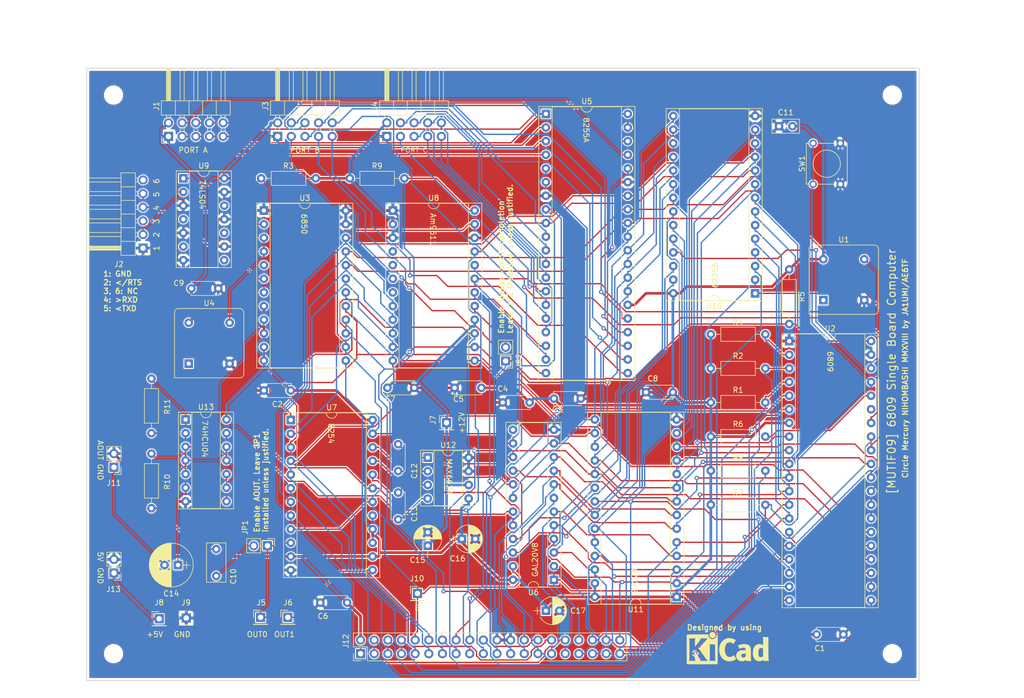
<source format=kicad_pcb>
(kicad_pcb (version 4) (host pcbnew 4.0.7)
  (title_block (title "MUTIF09 Single Board Computer") (date 2018/07/02) (rev 1) (company "MUTIF09 Project") (comment 1 "As of placing the order with FusionPCB"))
  (layers (0 F.Cu signal hide) (31 B.Cu signal hide) (34 B.Paste user) (35 F.Paste user) (36 B.SilkS user) (37 F.SilkS user) (38 B.Mask user) (39 F.Mask user) (44 Edge.Cuts user))
  (net 0 "")
  (net 1 /+5V)
  (net 2 /GND)
  (net 3 /+12V)
  (net 4 "Net-(C10-Pad1)")
  (net 5 /AUDIO_IN)
  (net 6 "Net-(C12-Pad1)")
  (net 7 "Net-(C12-Pad2)")
  (net 8 "Net-(C13-Pad1)")
  (net 9 "Net-(C13-Pad2)")
  (net 10 "Net-(C14-Pad1)")
  (net 11 /AUDIO_OUT)
  (net 12 /PA0)
  (net 13 /PA7)
  (net 14 /PA1)
  (net 15 /PA6)
  (net 16 /PA2)
  (net 17 /PA5)
  (net 18 /PA3)
  (net 19 /PA4)
  (net 20 //RTS)
  (net 21 "Net-(J2-Pad3)")
  (net 22 /RXD)
  (net 23 /TXD)
  (net 24 /PB0)
  (net 25 /PB7)
  (net 26 /PB1)
  (net 27 /PB6)
  (net 28 /PB2)
  (net 29 /PB5)
  (net 30 /PB3)
  (net 31 /PB4)
  (net 32 /PC0)
  (net 33 /PC7)
  (net 34 /PC1)
  (net 35 /PC6)
  (net 36 /PC2)
  (net 37 /PC5)
  (net 38 /PC3)
  (net 39 /PC4)
  (net 40 /OUT0)
  (net 41 /OUT1)
  (net 42 /E)
  (net 43 /D0)
  (net 44 /D1)
  (net 45 //NMI)
  (net 46 /D2)
  (net 47 //IRQ)
  (net 48 /D3)
  (net 49 //FIRQ)
  (net 50 /D4)
  (net 51 /D5)
  (net 52 /R_/W)
  (net 53 /D6)
  (net 54 //RESET)
  (net 55 /D7)
  (net 56 //HALT)
  (net 57 /A0)
  (net 58 /BS)
  (net 59 /A1)
  (net 60 /BA)
  (net 61 /A2)
  (net 62 /A3)
  (net 63 /A4)
  (net 64 //R_W)
  (net 65 /A5)
  (net 66 //END)
  (net 67 /A6)
  (net 68 /A7)
  (net 69 /A8)
  (net 70 /A15)
  (net 71 /A9)
  (net 72 /A14)
  (net 73 /A10)
  (net 74 /A13)
  (net 75 /A11)
  (net 76 /A12)
  (net 77 "Net-(JP2-Pad2)")
  (net 78 //BUFFER_FULL)
  (net 79 "Net-(R6-Pad2)")
  (net 80 "Net-(R8-Pad2)")
  (net 81 "Net-(R10-Pad1)")
  (net 82 "Net-(U1-Pad1)")
  (net 83 /EXTAL)
  (net 84 "Net-(U2-Pad35)")
  (net 85 /SCLK)
  (net 86 "Net-(U3-Pad5)")
  (net 87 //ACIA1CE)
  (net 88 "Net-(U4-Pad1)")
  (net 89 //PPICE)
  (net 90 "Net-(U6-Pad13)")
  (net 91 //OE)
  (net 92 //PITCE)
  (net 93 //APUCE)
  (net 94 //ROMCE)
  (net 95 //RAMWE)
  (net 96 "Net-(U7-Pad15)")
  (net 97 "Net-(U8-Pad4)")
  (net 98 "Net-(U8-Pad5)")
  (net 99 "Net-(U8-Pad6)")
  (net 100 "Net-(U8-Pad7)")
  (net 101 "Net-(U9-Pad8)")
  (net 102 "Net-(U9-Pad10)")
  (net 103 "Net-(U9-Pad4)")
  (net 104 "Net-(U9-Pad12)")
  (net 105 "Net-(U9-Pad6)")
  (net 106 "Net-(J2-Pad6)")
  (module Mounting_Holes:MountingHole_3.2mm_M3 (layer F.Cu) (at 55 35)
    (fp_text reference MH1 hide)
    (fp_text value 3.2mm_M3)
    (pad 1 np_thru_hole circle (at 0 0) (size 3.2 3.2) (drill 3.2) (layers *.Cu *.Mask))
  )
  (module Mounting_Holes:MountingHole_3.2mm_M3 (layer F.Cu) (at 200 35)
    (fp_text reference MH2 hide)
    (fp_text value 3.2mm_M3)
    (pad 1 np_thru_hole circle (at 0 0) (size 3.2 3.2) (drill 3.2) (layers *.Cu *.Mask))
  )
  (module Mounting_Holes:MountingHole_3.2mm_M3 (layer F.Cu) (at 200 139)
    (fp_text reference MH3 hide)
    (fp_text value 3.2mm_M3)
    (pad 1 np_thru_hole circle (at 0 0) (size 3.2 3.2) (drill 3.2) (layers *.Cu *.Mask))
  )
  (module Mounting_Holes:MountingHole_3.2mm_M3 (layer F.Cu) (at 55 139)
    (fp_text reference MH4 hide)
    (fp_text value 3.2mm_M3)
    (pad 1 np_thru_hole circle (at 0 0) (size 3.2 3.2) (drill 3.2) (layers *.Cu *.Mask))
  )
  (module Capacitors_THT:C_Disc_D5.0mm_W2.5mm_P5.00mm (layer F.Cu) (at 185.89 135.41)
    (fp_text reference C1 (at 0.61 2.59) (layer F.SilkS))
    (fp_text value 0.1u)
    (pad 1 thru_hole circle (at 0 0) (size 1.6 1.6) (drill 0.8) (layers *.Cu *.Mask) (net 1 /+5V))
    (pad 2 thru_hole circle (at 5 0) (size 1.6 1.6) (drill 0.8) (layers *.Cu *.Mask) (net 2 /GND))
  )
  (module Capacitors_THT:C_Disc_D5.0mm_W2.5mm_P5.00mm (layer F.Cu) (at 88 90 180)
    (fp_text reference C2 (at 2.5 -2.56 180) (layer F.SilkS))
    (fp_text value 0.1u)
    (pad 1 thru_hole circle (at 0 0 180) (size 1.6 1.6) (drill 0.8) (layers *.Cu *.Mask) (net 1 /+5V))
    (pad 2 thru_hole circle (at 5 0 180) (size 1.6 1.6) (drill 0.8) (layers *.Cu *.Mask) (net 2 /GND))
  )
  (module Capacitors_THT:C_Disc_D5.0mm_W2.5mm_P5.00mm (layer F.Cu) (at 137 91.5)
    (fp_text reference C3 (at 0.63 2) (layer F.SilkS))
    (fp_text value 0.1u)
    (pad 1 thru_hole circle (at 0 0) (size 1.6 1.6) (drill 0.8) (layers *.Cu *.Mask) (net 1 /+5V))
    (pad 2 thru_hole circle (at 5 0) (size 1.6 1.6) (drill 0.8) (layers *.Cu *.Mask) (net 2 /GND))
  )
  (module Capacitors_THT:C_Disc_D5.0mm_W2.5mm_P5.00mm (layer F.Cu) (at 127.47 92.23)
    (fp_text reference C4 (at 0 -2.54) (layer F.SilkS))
    (fp_text value 0.1u)
    (pad 1 thru_hole circle (at 0 0) (size 1.6 1.6) (drill 0.8) (layers *.Cu *.Mask) (net 2 /GND))
    (pad 2 thru_hole circle (at 5 0) (size 1.6 1.6) (drill 0.8) (layers *.Cu *.Mask) (net 1 /+5V))
  )
  (module Capacitors_THT:C_Disc_D5.0mm_W2.5mm_P5.00mm (layer F.Cu) (at 118.5 89.5)
    (fp_text reference C5 (at 0.715 2.095) (layer F.SilkS))
    (fp_text value 0.1u)
    (pad 1 thru_hole circle (at 0 0) (size 1.6 1.6) (drill 0.8) (layers *.Cu *.Mask) (net 2 /GND))
    (pad 2 thru_hole circle (at 5 0) (size 1.6 1.6) (drill 0.8) (layers *.Cu *.Mask) (net 1 /+5V))
  )
  (module Capacitors_THT:C_Disc_D5.0mm_W2.5mm_P5.00mm (layer F.Cu) (at 98.5 129.5 180)
    (fp_text reference C6 (at 4.5 -2.5 180) (layer F.SilkS))
    (fp_text value 0.1u)
    (pad 1 thru_hole circle (at 0 0 180) (size 1.6 1.6) (drill 0.8) (layers *.Cu *.Mask) (net 1 /+5V))
    (pad 2 thru_hole circle (at 5 0 180) (size 1.6 1.6) (drill 0.8) (layers *.Cu *.Mask) (net 2 /GND))
  )
  (module Capacitors_THT:C_Disc_D5.0mm_W2.5mm_P5.00mm (layer F.Cu) (at 106 89.5)
    (fp_text reference C7 (at 0.515 2.095) (layer F.SilkS))
    (fp_text value 0.1u)
    (pad 1 thru_hole circle (at 0 0) (size 1.6 1.6) (drill 0.8) (layers *.Cu *.Mask) (net 3 /+12V))
    (pad 2 thru_hole circle (at 5 0) (size 1.6 1.6) (drill 0.8) (layers *.Cu *.Mask) (net 2 /GND))
  )
  (module Capacitors_THT:C_Disc_D5.0mm_W2.5mm_P5.00mm (layer F.Cu) (at 154.14 90.325)
    (fp_text reference C8 (at 1.27 -2.54) (layer F.SilkS))
    (fp_text value 0.1u)
    (pad 1 thru_hole circle (at 0 0) (size 1.6 1.6) (drill 0.8) (layers *.Cu *.Mask) (net 2 /GND))
    (pad 2 thru_hole circle (at 5 0) (size 1.6 1.6) (drill 0.8) (layers *.Cu *.Mask) (net 1 /+5V))
  )
  (module Capacitors_THT:C_Disc_D5.0mm_W2.5mm_P5.00mm (layer F.Cu) (at 69.5 71)
    (fp_text reference C9 (at -2.355 -0.995) (layer F.SilkS))
    (fp_text value 0.1u)
    (pad 1 thru_hole circle (at 0 0) (size 1.6 1.6) (drill 0.8) (layers *.Cu *.Mask) (net 1 /+5V))
    (pad 2 thru_hole circle (at 5 0) (size 1.6 1.6) (drill 0.8) (layers *.Cu *.Mask) (net 2 /GND))
  )
  (module Capacitors_THT:C_Rect_L7.2mm_W3.5mm_P5.00mm_FKS2_FKP2_MKS2_MKP2 (layer F.Cu) (at 74.13 119.535 270)
    (fp_text reference C10 (at 5.08 -3.175 270) (layer F.SilkS))
    (fp_text value 0.33u)
    (pad 1 thru_hole circle (at 0 0 270) (size 1.6 1.6) (drill 0.8) (layers *.Cu *.Mask) (net 4 "Net-(C10-Pad1)"))
    (pad 2 thru_hole circle (at 5 0 270) (size 1.6 1.6) (drill 0.8) (layers *.Cu *.Mask) (net 5 /AUDIO_IN))
  )
  (module Capacitors_THT:C_Disc_D5.0mm_W2.5mm_P2.50mm (layer F.Cu) (at 178.905 40.795)
    (fp_text reference C11 (at 1.25 -2.56) (layer F.SilkS))
    (fp_text value 0.1u)
    (pad 1 thru_hole circle (at 0 0) (size 1.6 1.6) (drill 0.8) (layers *.Cu *.Mask) (net 2 /GND))
    (pad 2 thru_hole circle (at 2.5 0) (size 1.6 1.6) (drill 0.8) (layers *.Cu *.Mask) (net 1 /+5V))
  )
  (module Capacitors_THT:C_Disc_D5.0mm_W2.5mm_P5.00mm (layer F.Cu) (at 108 105 90)
    (fp_text reference C12 (at 0 3 90) (layer F.SilkS))
    (fp_text value 0.22u)
    (pad 1 thru_hole circle (at 0 0 90) (size 1.6 1.6) (drill 0.8) (layers *.Cu *.Mask) (net 6 "Net-(C12-Pad1)"))
    (pad 2 thru_hole circle (at 5 0 90) (size 1.6 1.6) (drill 0.8) (layers *.Cu *.Mask) (net 7 "Net-(C12-Pad2)"))
  )
  (module Capacitors_THT:C_Disc_D5.0mm_W2.5mm_P5.00mm (layer F.Cu) (at 108 109 270)
    (fp_text reference C13 (at 4 -3 270) (layer F.SilkS))
    (fp_text value 0.22u)
    (pad 1 thru_hole circle (at 0 0 270) (size 1.6 1.6) (drill 0.8) (layers *.Cu *.Mask) (net 8 "Net-(C13-Pad1)"))
    (pad 2 thru_hole circle (at 5 0 270) (size 1.6 1.6) (drill 0.8) (layers *.Cu *.Mask) (net 9 "Net-(C13-Pad2)"))
  )
  (module Capacitors_THT:CP_Radial_D8.0mm_P2.50mm (layer F.Cu) (at 67 122.5 180)
    (fp_text reference C14 (at 1.25 -5.31 180) (layer F.SilkS))
    (fp_text value 100u)
    (pad 1 thru_hole rect (at 0 0 180) (size 1.6 1.6) (drill 0.8) (layers *.Cu *.Mask) (net 10 "Net-(C14-Pad1)"))
    (pad 2 thru_hole circle (at 2.5 0 180) (size 1.6 1.6) (drill 0.8) (layers *.Cu *.Mask) (net 11 /AUDIO_OUT))
  )
  (module Capacitors_THT:CP_Radial_D5.0mm_P2.50mm (layer F.Cu) (at 113.5 118.9 90)
    (fp_text reference C15 (at -2.67 -1.905 180) (layer F.SilkS))
    (fp_text value 4.7u)
    (pad 1 thru_hole rect (at 0 0 90) (size 1.6 1.6) (drill 0.8) (layers *.Cu *.Mask) (net 3 /+12V))
    (pad 2 thru_hole circle (at 2.5 0 90) (size 1.6 1.6) (drill 0.8) (layers *.Cu *.Mask) (net 2 /GND))
  )
  (module Capacitors_THT:CP_Radial_D5.0mm_P2.50mm (layer F.Cu) (at 119.85 117.63)
    (fp_text reference C16 (at -0.785 3.67) (layer F.SilkS))
    (fp_text value 4.7u)
    (pad 1 thru_hole rect (at 0 0) (size 1.6 1.6) (drill 0.8) (layers *.Cu *.Mask) (net 1 /+5V))
    (pad 2 thru_hole circle (at 2.5 0) (size 1.6 1.6) (drill 0.8) (layers *.Cu *.Mask) (net 2 /GND))
  )
  (module Capacitors_THT:CP_Radial_D5.0mm_P2.50mm (layer F.Cu) (at 135.5 131)
    (fp_text reference C17 (at 6 0) (layer F.SilkS))
    (fp_text value 10u)
    (pad 1 thru_hole rect (at 0 0) (size 1.6 1.6) (drill 0.8) (layers *.Cu *.Mask) (net 1 /+5V))
    (pad 2 thru_hole circle (at 2.5 0) (size 1.6 1.6) (drill 0.8) (layers *.Cu *.Mask) (net 2 /GND))
  )
  (module Pin_Headers:Pin_Header_Angled_2x05_Pitch2.54mm (layer F.Cu) (at 65.24 42.7 90)
    (fp_text reference J1 (at 5.655 -2.27 90) (layer F.SilkS))
    (fp_text value "HEADER 2x5")
    (pad 1 thru_hole rect (at 0 0 90) (size 1.7 1.7) (drill 1) (layers *.Cu *.Mask) (net 2 /GND))
    (pad 2 thru_hole oval (at 2.54 0 90) (size 1.7 1.7) (drill 1) (layers *.Cu *.Mask) (net 1 /+5V))
    (pad 3 thru_hole oval (at 0 2.54 90) (size 1.7 1.7) (drill 1) (layers *.Cu *.Mask) (net 12 /PA0))
    (pad 4 thru_hole oval (at 2.54 2.54 90) (size 1.7 1.7) (drill 1) (layers *.Cu *.Mask) (net 13 /PA7))
    (pad 5 thru_hole oval (at 0 5.08 90) (size 1.7 1.7) (drill 1) (layers *.Cu *.Mask) (net 14 /PA1))
    (pad 6 thru_hole oval (at 2.54 5.08 90) (size 1.7 1.7) (drill 1) (layers *.Cu *.Mask) (net 15 /PA6))
    (pad 7 thru_hole oval (at 0 7.62 90) (size 1.7 1.7) (drill 1) (layers *.Cu *.Mask) (net 16 /PA2))
    (pad 8 thru_hole oval (at 2.54 7.62 90) (size 1.7 1.7) (drill 1) (layers *.Cu *.Mask) (net 17 /PA5))
    (pad 9 thru_hole oval (at 0 10.16 90) (size 1.7 1.7) (drill 1) (layers *.Cu *.Mask) (net 18 /PA3))
    (pad 10 thru_hole oval (at 2.54 10.16 90) (size 1.7 1.7) (drill 1) (layers *.Cu *.Mask) (net 19 /PA4))
  )
  (module Pin_Headers:Pin_Header_Angled_2x05_Pitch2.54mm (layer F.Cu) (at 85.56 42.7 90)
    (fp_text reference J3 (at 5.655 -2.27 90) (layer F.SilkS))
    (fp_text value "HEADER 2x5")
    (pad 1 thru_hole rect (at 0 0 90) (size 1.7 1.7) (drill 1) (layers *.Cu *.Mask) (net 2 /GND))
    (pad 2 thru_hole oval (at 2.54 0 90) (size 1.7 1.7) (drill 1) (layers *.Cu *.Mask) (net 1 /+5V))
    (pad 3 thru_hole oval (at 0 2.54 90) (size 1.7 1.7) (drill 1) (layers *.Cu *.Mask) (net 24 /PB0))
    (pad 4 thru_hole oval (at 2.54 2.54 90) (size 1.7 1.7) (drill 1) (layers *.Cu *.Mask) (net 25 /PB7))
    (pad 5 thru_hole oval (at 0 5.08 90) (size 1.7 1.7) (drill 1) (layers *.Cu *.Mask) (net 26 /PB1))
    (pad 6 thru_hole oval (at 2.54 5.08 90) (size 1.7 1.7) (drill 1) (layers *.Cu *.Mask) (net 27 /PB6))
    (pad 7 thru_hole oval (at 0 7.62 90) (size 1.7 1.7) (drill 1) (layers *.Cu *.Mask) (net 28 /PB2))
    (pad 8 thru_hole oval (at 2.54 7.62 90) (size 1.7 1.7) (drill 1) (layers *.Cu *.Mask) (net 29 /PB5))
    (pad 9 thru_hole oval (at 0 10.16 90) (size 1.7 1.7) (drill 1) (layers *.Cu *.Mask) (net 30 /PB3))
    (pad 10 thru_hole oval (at 2.54 10.16 90) (size 1.7 1.7) (drill 1) (layers *.Cu *.Mask) (net 31 /PB4))
  )
  (module Pin_Headers:Pin_Header_Angled_2x05_Pitch2.54mm (layer F.Cu) (at 105.88 42.7 90)
    (fp_text reference J4 (at 5.655 -2.27 90) (layer F.SilkS))
    (fp_text value "HEADER 2x5")
    (pad 1 thru_hole rect (at 0 0 90) (size 1.7 1.7) (drill 1) (layers *.Cu *.Mask) (net 2 /GND))
    (pad 2 thru_hole oval (at 2.54 0 90) (size 1.7 1.7) (drill 1) (layers *.Cu *.Mask) (net 1 /+5V))
    (pad 3 thru_hole oval (at 0 2.54 90) (size 1.7 1.7) (drill 1) (layers *.Cu *.Mask) (net 32 /PC0))
    (pad 4 thru_hole oval (at 2.54 2.54 90) (size 1.7 1.7) (drill 1) (layers *.Cu *.Mask) (net 33 /PC7))
    (pad 5 thru_hole oval (at 0 5.08 90) (size 1.7 1.7) (drill 1) (layers *.Cu *.Mask) (net 34 /PC1))
    (pad 6 thru_hole oval (at 2.54 5.08 90) (size 1.7 1.7) (drill 1) (layers *.Cu *.Mask) (net 35 /PC6))
    (pad 7 thru_hole oval (at 0 7.62 90) (size 1.7 1.7) (drill 1) (layers *.Cu *.Mask) (net 36 /PC2))
    (pad 8 thru_hole oval (at 2.54 7.62 90) (size 1.7 1.7) (drill 1) (layers *.Cu *.Mask) (net 37 /PC5))
    (pad 9 thru_hole oval (at 0 10.16 90) (size 1.7 1.7) (drill 1) (layers *.Cu *.Mask) (net 38 /PC3))
    (pad 10 thru_hole oval (at 2.54 10.16 90) (size 1.7 1.7) (drill 1) (layers *.Cu *.Mask) (net 39 /PC4))
  )
  (module Pin_Headers:Pin_Header_Straight_1x01_Pitch2.54mm (layer F.Cu) (at 82.385 132.235)
    (fp_text reference J5 (at 0.115 -2.735) (layer F.SilkS))
    (fp_text value TP1)
    (pad 1 thru_hole rect (at 0 0) (size 1.7 1.7) (drill 1) (layers *.Cu *.Mask) (net 40 /OUT0))
  )
  (module Pin_Headers:Pin_Header_Straight_1x01_Pitch2.54mm (layer F.Cu) (at 87.465 132.235)
    (fp_text reference J6 (at 0.035 -2.735) (layer F.SilkS))
    (fp_text value TP2)
    (pad 1 thru_hole rect (at 0 0) (size 1.7 1.7) (drill 1) (layers *.Cu *.Mask) (net 41 /OUT1))
  )
  (module Pin_Headers:Pin_Header_Straight_1x01_Pitch2.54mm (layer F.Cu) (at 117 96)
    (fp_text reference J7 (at -2.5 -0.5 90) (layer F.SilkS))
    (fp_text value TP4)
    (pad 1 thru_hole rect (at 0 0) (size 1.7 1.7) (drill 1) (layers *.Cu *.Mask) (net 3 /+12V))
  )
  (module Pin_Headers:Pin_Header_Straight_1x01_Pitch2.54mm (layer F.Cu) (at 63.5 132.5)
    (fp_text reference J8 (at 0 -3) (layer F.SilkS))
    (fp_text value TP5)
    (pad 1 thru_hole rect (at 0 0) (size 1.7 1.7) (drill 1) (layers *.Cu *.Mask) (net 1 /+5V))
  )
  (module Pin_Headers:Pin_Header_Straight_1x01_Pitch2.54mm (layer F.Cu) (at 68.542 132.362)
    (fp_text reference J9 (at -0.042 -2.862) (layer F.SilkS))
    (fp_text value TP6)
    (pad 1 thru_hole rect (at 0 0) (size 1.7 1.7) (drill 1) (layers *.Cu *.Mask) (net 2 /GND))
  )
  (module Pin_Headers:Pin_Header_Straight_1x01_Pitch2.54mm (layer F.Cu) (at 111.595 127.79)
    (fp_text reference J10 (at -0.095 -2.79) (layer F.SilkS))
    (fp_text value TP3)
    (pad 1 thru_hole rect (at 0 0) (size 1.7 1.7) (drill 1) (layers *.Cu *.Mask) (net 42 /E))
  )
  (module Pin_Headers:Pin_Header_Straight_1x02_Pitch2.54mm (layer F.Cu) (at 55.08 104.295 180)
    (fp_text reference J11 (at 0 -2.921 180) (layer F.SilkS))
    (fp_text value A.OUT)
    (pad 1 thru_hole rect (at 0 0 180) (size 1.7 1.7) (drill 1) (layers *.Cu *.Mask) (net 11 /AUDIO_OUT))
    (pad 2 thru_hole oval (at 0 2.54 180) (size 1.7 1.7) (drill 1) (layers *.Cu *.Mask) (net 2 /GND))
  )
  (module Pin_Headers:Pin_Header_Straight_2x20_Pitch2.54mm (layer F.Cu) (at 101 139 90)
    (fp_text reference J12 (at 2.32 -2.74 90) (layer F.SilkS))
    (fp_text value "HEADER 2x20")
    (pad 1 thru_hole rect (at 0 0 90) (size 1.7 1.7) (drill 1) (layers *.Cu *.Mask) (net 43 /D0))
    (pad 2 thru_hole oval (at 2.54 0 90) (size 1.7 1.7) (drill 1) (layers *.Cu *.Mask) (net 1 /+5V))
    (pad 3 thru_hole oval (at 0 2.54 90) (size 1.7 1.7) (drill 1) (layers *.Cu *.Mask) (net 44 /D1))
    (pad 4 thru_hole oval (at 2.54 2.54 90) (size 1.7 1.7) (drill 1) (layers *.Cu *.Mask) (net 45 //NMI))
    (pad 5 thru_hole oval (at 0 5.08 90) (size 1.7 1.7) (drill 1) (layers *.Cu *.Mask) (net 46 /D2))
    (pad 6 thru_hole oval (at 2.54 5.08 90) (size 1.7 1.7) (drill 1) (layers *.Cu *.Mask) (net 47 //IRQ))
    (pad 7 thru_hole oval (at 0 7.62 90) (size 1.7 1.7) (drill 1) (layers *.Cu *.Mask) (net 48 /D3))
    (pad 8 thru_hole oval (at 2.54 7.62 90) (size 1.7 1.7) (drill 1) (layers *.Cu *.Mask) (net 49 //FIRQ))
    (pad 9 thru_hole oval (at 0 10.16 90) (size 1.7 1.7) (drill 1) (layers *.Cu *.Mask) (net 50 /D4))
    (pad 10 thru_hole oval (at 2.54 10.16 90) (size 1.7 1.7) (drill 1) (layers *.Cu *.Mask) (net 42 /E))
    (pad 11 thru_hole oval (at 0 12.7 90) (size 1.7 1.7) (drill 1) (layers *.Cu *.Mask) (net 51 /D5))
    (pad 12 thru_hole oval (at 2.54 12.7 90) (size 1.7 1.7) (drill 1) (layers *.Cu *.Mask) (net 52 /R_/W))
    (pad 13 thru_hole oval (at 0 15.24 90) (size 1.7 1.7) (drill 1) (layers *.Cu *.Mask) (net 53 /D6))
    (pad 14 thru_hole oval (at 2.54 15.24 90) (size 1.7 1.7) (drill 1) (layers *.Cu *.Mask) (net 54 //RESET))
    (pad 15 thru_hole oval (at 0 17.78 90) (size 1.7 1.7) (drill 1) (layers *.Cu *.Mask) (net 55 /D7))
    (pad 16 thru_hole oval (at 2.54 17.78 90) (size 1.7 1.7) (drill 1) (layers *.Cu *.Mask) (net 56 //HALT))
    (pad 17 thru_hole oval (at 0 20.32 90) (size 1.7 1.7) (drill 1) (layers *.Cu *.Mask) (net 57 /A0))
    (pad 18 thru_hole oval (at 2.54 20.32 90) (size 1.7 1.7) (drill 1) (layers *.Cu *.Mask) (net 58 /BS))
    (pad 19 thru_hole oval (at 0 22.86 90) (size 1.7 1.7) (drill 1) (layers *.Cu *.Mask) (net 59 /A1))
    (pad 20 thru_hole oval (at 2.54 22.86 90) (size 1.7 1.7) (drill 1) (layers *.Cu *.Mask) (net 60 /BA))
    (pad 21 thru_hole oval (at 0 25.4 90) (size 1.7 1.7) (drill 1) (layers *.Cu *.Mask) (net 61 /A2))
    (pad 22 thru_hole oval (at 2.54 25.4 90) (size 1.7 1.7) (drill 1) (layers *.Cu *.Mask) (net 2 /GND))
    (pad 23 thru_hole oval (at 0 27.94 90) (size 1.7 1.7) (drill 1) (layers *.Cu *.Mask) (net 62 /A3))
    (pad 24 thru_hole oval (at 2.54 27.94 90) (size 1.7 1.7) (drill 1) (layers *.Cu *.Mask) (net 2 /GND))
    (pad 25 thru_hole oval (at 0 30.48 90) (size 1.7 1.7) (drill 1) (layers *.Cu *.Mask) (net 63 /A4))
    (pad 26 thru_hole oval (at 2.54 30.48 90) (size 1.7 1.7) (drill 1) (layers *.Cu *.Mask) (net 64 //R_W))
    (pad 27 thru_hole oval (at 0 33.02 90) (size 1.7 1.7) (drill 1) (layers *.Cu *.Mask) (net 65 /A5))
    (pad 28 thru_hole oval (at 2.54 33.02 90) (size 1.7 1.7) (drill 1) (layers *.Cu *.Mask) (net 66 //END))
    (pad 29 thru_hole oval (at 0 35.56 90) (size 1.7 1.7) (drill 1) (layers *.Cu *.Mask) (net 67 /A6))
    (pad 30 thru_hole oval (at 2.54 35.56 90) (size 1.7 1.7) (drill 1) (layers *.Cu *.Mask) (net 41 /OUT1))
    (pad 31 thru_hole oval (at 0 38.1 90) (size 1.7 1.7) (drill 1) (layers *.Cu *.Mask) (net 68 /A7))
    (pad 32 thru_hole oval (at 2.54 38.1 90) (size 1.7 1.7) (drill 1) (layers *.Cu *.Mask) (net 40 /OUT0))
    (pad 33 thru_hole oval (at 0 40.64 90) (size 1.7 1.7) (drill 1) (layers *.Cu *.Mask) (net 69 /A8))
    (pad 34 thru_hole oval (at 2.54 40.64 90) (size 1.7 1.7) (drill 1) (layers *.Cu *.Mask) (net 70 /A15))
    (pad 35 thru_hole oval (at 0 43.18 90) (size 1.7 1.7) (drill 1) (layers *.Cu *.Mask) (net 71 /A9))
    (pad 36 thru_hole oval (at 2.54 43.18 90) (size 1.7 1.7) (drill 1) (layers *.Cu *.Mask) (net 72 /A14))
    (pad 37 thru_hole oval (at 0 45.72 90) (size 1.7 1.7) (drill 1) (layers *.Cu *.Mask) (net 73 /A10))
    (pad 38 thru_hole oval (at 2.54 45.72 90) (size 1.7 1.7) (drill 1) (layers *.Cu *.Mask) (net 74 /A13))
    (pad 39 thru_hole oval (at 0 48.26 90) (size 1.7 1.7) (drill 1) (layers *.Cu *.Mask) (net 75 /A11))
    (pad 40 thru_hole oval (at 2.54 48.26 90) (size 1.7 1.7) (drill 1) (layers *.Cu *.Mask) (net 76 /A12))
  )
  (module Pin_Headers:Pin_Header_Straight_1x02_Pitch2.54mm (layer F.Cu) (at 55.08 123.98 180)
    (fp_text reference J13 (at 0.08 -3.02 180) (layer F.SilkS))
    (fp_text value "5V IN")
    (pad 1 thru_hole rect (at 0 0 180) (size 1.7 1.7) (drill 1) (layers *.Cu *.Mask) (net 1 /+5V))
    (pad 2 thru_hole oval (at 0 2.54 180) (size 1.7 1.7) (drill 1) (layers *.Cu *.Mask) (net 2 /GND))
  )
  (module Pin_Headers:Pin_Header_Straight_1x02_Pitch2.54mm (layer F.Cu) (at 83.655 118.9 270)
    (fp_text reference JP1 (at -3.4 4.155 270) (layer F.SilkS))
    (fp_text value "A.OUT enable (normally inst'd)" hide)
    (pad 1 thru_hole rect (at 0 0 270) (size 1.7 1.7) (drill 1) (layers *.Cu *.Mask) (net 40 /OUT0))
    (pad 2 thru_hole oval (at 0 2.54 270) (size 1.7 1.7) (drill 1) (layers *.Cu *.Mask) (net 5 /AUDIO_IN))
  )
  (module Pin_Headers:Pin_Header_Straight_1x02_Pitch2.54mm (layer F.Cu) (at 128 84.5 180)
    (fp_text reference JP2 (at -2.5 0 270) (layer F.SilkS))
    (fp_text value "Enable 'Pause-until-completion'" hide)
    (pad 1 thru_hole rect (at 0 0 180) (size 1.7 1.7) (drill 1) (layers *.Cu *.Mask) (net 56 //HALT))
    (pad 2 thru_hole oval (at 0 2.54 180) (size 1.7 1.7) (drill 1) (layers *.Cu *.Mask) (net 77 "Net-(JP2-Pad2)"))
  )
  (module Resistors_THT:R_Axial_DIN0207_L6.3mm_D2.5mm_P10.16mm_Horizontal (layer F.Cu) (at 166.205 92.23)
    (fp_text reference R1 (at 5.08 -2.31) (layer F.SilkS))
    (fp_text value 2.2k)
    (pad 1 thru_hole circle (at 0 0) (size 1.6 1.6) (drill 0.8) (layers *.Cu *.Mask) (net 1 /+5V))
    (pad 2 thru_hole oval (at 10.16 0) (size 1.6 1.6) (drill 0.8) (layers *.Cu *.Mask) (net 49 //FIRQ))
  )
  (module Resistors_THT:R_Axial_DIN0207_L6.3mm_D2.5mm_P10.16mm_Horizontal (layer F.Cu) (at 166.205 85.88)
    (fp_text reference R2 (at 5.08 -2.31) (layer F.SilkS))
    (fp_text value 2.2k)
    (pad 1 thru_hole circle (at 0 0) (size 1.6 1.6) (drill 0.8) (layers *.Cu *.Mask) (net 1 /+5V))
    (pad 2 thru_hole oval (at 10.16 0) (size 1.6 1.6) (drill 0.8) (layers *.Cu *.Mask) (net 47 //IRQ))
  )
  (module Resistors_THT:R_Axial_DIN0207_L6.3mm_D2.5mm_P10.16mm_Horizontal (layer F.Cu) (at 82.5 50.5)
    (fp_text reference R3 (at 5.08 -2.31) (layer F.SilkS))
    (fp_text value 2.2k)
    (pad 1 thru_hole circle (at 0 0) (size 1.6 1.6) (drill 0.8) (layers *.Cu *.Mask) (net 78 //BUFFER_FULL))
    (pad 2 thru_hole oval (at 10.16 0) (size 1.6 1.6) (drill 0.8) (layers *.Cu *.Mask) (net 1 /+5V))
  )
  (module Resistors_THT:R_Axial_DIN0207_L6.3mm_D2.5mm_P10.16mm_Horizontal (layer F.Cu) (at 166.205 79.53)
    (fp_text reference R4 (at 5.08 -2.31) (layer F.SilkS))
    (fp_text value 2.2k)
    (pad 1 thru_hole circle (at 0 0) (size 1.6 1.6) (drill 0.8) (layers *.Cu *.Mask) (net 1 /+5V))
    (pad 2 thru_hole oval (at 10.16 0) (size 1.6 1.6) (drill 0.8) (layers *.Cu *.Mask) (net 45 //NMI))
  )
  (module Resistors_THT:R_Axial_DIN0207_L6.3mm_D2.5mm_P10.16mm_Horizontal (layer F.Cu) (at 180.81 67.465 270)
    (fp_text reference R5 (at 5.08 -2.31 270) (layer F.SilkS))
    (fp_text value 2.2k)
    (pad 1 thru_hole circle (at 0 0 270) (size 1.6 1.6) (drill 0.8) (layers *.Cu *.Mask) (net 1 /+5V))
    (pad 2 thru_hole oval (at 10.16 0 270) (size 1.6 1.6) (drill 0.8) (layers *.Cu *.Mask) (net 56 //HALT))
  )
  (module Resistors_THT:R_Axial_DIN0207_L6.3mm_D2.5mm_P10.16mm_Horizontal (layer F.Cu) (at 166.205 98.58)
    (fp_text reference R6 (at 5.08 -2.31) (layer F.SilkS))
    (fp_text value 2.2k)
    (pad 1 thru_hole circle (at 0 0) (size 1.6 1.6) (drill 0.8) (layers *.Cu *.Mask) (net 1 /+5V))
    (pad 2 thru_hole oval (at 10.16 0) (size 1.6 1.6) (drill 0.8) (layers *.Cu *.Mask) (net 79 "Net-(R6-Pad2)"))
  )
  (module Resistors_THT:R_Axial_DIN0207_L6.3mm_D2.5mm_P10.16mm_Horizontal (layer F.Cu) (at 166.205 111.28)
    (fp_text reference R7 (at 5.08 -2.31) (layer F.SilkS))
    (fp_text value 2.2k)
    (pad 1 thru_hole circle (at 0 0) (size 1.6 1.6) (drill 0.8) (layers *.Cu *.Mask) (net 1 /+5V))
    (pad 2 thru_hole oval (at 10.16 0) (size 1.6 1.6) (drill 0.8) (layers *.Cu *.Mask) (net 54 //RESET))
  )
  (module Resistors_THT:R_Axial_DIN0207_L6.3mm_D2.5mm_P10.16mm_Horizontal (layer F.Cu) (at 166.205 104.93)
    (fp_text reference R8 (at 5.08 -2.31) (layer F.SilkS))
    (fp_text value 2.2k)
    (pad 1 thru_hole circle (at 0 0) (size 1.6 1.6) (drill 0.8) (layers *.Cu *.Mask) (net 1 /+5V))
    (pad 2 thru_hole oval (at 10.16 0) (size 1.6 1.6) (drill 0.8) (layers *.Cu *.Mask) (net 80 "Net-(R8-Pad2)"))
  )
  (module Resistors_THT:R_Axial_DIN0207_L6.3mm_D2.5mm_P10.16mm_Horizontal (layer F.Cu) (at 99 50.5)
    (fp_text reference R9 (at 5.08 -2.31) (layer F.SilkS))
    (fp_text value 2.2k)
    (pad 1 thru_hole circle (at 0 0) (size 1.6 1.6) (drill 0.8) (layers *.Cu *.Mask) (net 1 /+5V))
    (pad 2 thru_hole oval (at 10.16 0) (size 1.6 1.6) (drill 0.8) (layers *.Cu *.Mask) (net 66 //END))
  )
  (module Resistors_THT:R_Axial_DIN0207_L6.3mm_D2.5mm_P10.16mm_Horizontal (layer F.Cu) (at 62.065 101.755 270)
    (fp_text reference R10 (at 5.245 -2.935 270) (layer F.SilkS))
    (fp_text value 3.3k)
    (pad 1 thru_hole circle (at 0 0 270) (size 1.6 1.6) (drill 0.8) (layers *.Cu *.Mask) (net 81 "Net-(R10-Pad1)"))
    (pad 2 thru_hole oval (at 10.16 0 270) (size 1.6 1.6) (drill 0.8) (layers *.Cu *.Mask) (net 4 "Net-(C10-Pad1)"))
  )
  (module Resistors_THT:R_Axial_DIN0207_L6.3mm_D2.5mm_P10.16mm_Horizontal (layer F.Cu) (at 62.065 87.785 270)
    (fp_text reference R11 (at 5.215 -2.935 270) (layer F.SilkS))
    (fp_text value 10k)
    (pad 1 thru_hole circle (at 0 0 270) (size 1.6 1.6) (drill 0.8) (layers *.Cu *.Mask) (net 81 "Net-(R10-Pad1)"))
    (pad 2 thru_hole oval (at 10.16 0 270) (size 1.6 1.6) (drill 0.8) (layers *.Cu *.Mask) (net 10 "Net-(C14-Pad1)"))
  )
  (module Buttons_Switches_THT:SW_Tactile_Straight_KSA0Axx1LFTR (layer F.Cu) (at 185.255 51.59 90)
    (fp_text reference SW1 (at 3.81 -2.08 90) (layer F.SilkS))
    (fp_text value RESET)
    (pad 1 thru_hole circle (at 7.62 0 90) (size 1.397 1.397) (drill 0.8128) (layers *.Cu *.Mask) (net 54 //RESET))
    (pad 2 thru_hole circle (at 7.62 5.08 90) (size 1.397 1.397) (drill 0.8128) (layers *.Cu *.Mask) (net 2 /GND))
    (pad 1 thru_hole circle (at 0 0 90) (size 1.397 1.397) (drill 0.8128) (layers *.Cu *.Mask) (net 54 //RESET))
    (pad 2 thru_hole circle (at 0 5.08 90) (size 1.397 1.397) (drill 0.8128) (layers *.Cu *.Mask) (net 2 /GND))
  )
  (module Oscillators:Oscillator_DIP-8 (layer F.Cu) (at 187.16 73.18)
    (fp_text reference U1 (at 3.81 -11.26) (layer F.SilkS))
    (fp_text value 8MHz)
    (pad 1 thru_hole rect (at 0 0) (size 1.6 1.6) (drill 0.8) (layers *.Cu *.Mask) (net 82 "Net-(U1-Pad1)"))
    (pad 8 thru_hole circle (at 0 -7.62) (size 1.6 1.6) (drill 0.8) (layers *.Cu *.Mask) (net 1 /+5V))
    (pad 5 thru_hole circle (at 7.62 -7.62) (size 1.6 1.6) (drill 0.8) (layers *.Cu *.Mask) (net 83 /EXTAL))
    (pad 4 thru_hole circle (at 7.62 0) (size 1.6 1.6) (drill 0.8) (layers *.Cu *.Mask) (net 2 /GND))
  )
  (module Housings_DIP:DIP-40_W15.24mm_Socket (layer F.Cu) (at 180.81 80.8)
    (fp_text reference U2 (at 7.62 -2.33) (layer F.SilkS))
    (fp_text value MC6809)
    (pad 1 thru_hole rect (at 0 0) (size 1.6 1.6) (drill 0.8) (layers *.Cu *.Mask) (net 2 /GND))
    (pad 21 thru_hole oval (at 15.24 48.26) (size 1.6 1.6) (drill 0.8) (layers *.Cu *.Mask) (net 74 /A13))
    (pad 2 thru_hole oval (at 0 2.54) (size 1.6 1.6) (drill 0.8) (layers *.Cu *.Mask) (net 45 //NMI))
    (pad 22 thru_hole oval (at 15.24 45.72) (size 1.6 1.6) (drill 0.8) (layers *.Cu *.Mask) (net 72 /A14))
    (pad 3 thru_hole oval (at 0 5.08) (size 1.6 1.6) (drill 0.8) (layers *.Cu *.Mask) (net 47 //IRQ))
    (pad 23 thru_hole oval (at 15.24 43.18) (size 1.6 1.6) (drill 0.8) (layers *.Cu *.Mask) (net 70 /A15))
    (pad 4 thru_hole oval (at 0 7.62) (size 1.6 1.6) (drill 0.8) (layers *.Cu *.Mask) (net 49 //FIRQ))
    (pad 24 thru_hole oval (at 15.24 40.64) (size 1.6 1.6) (drill 0.8) (layers *.Cu *.Mask) (net 55 /D7))
    (pad 5 thru_hole oval (at 0 10.16) (size 1.6 1.6) (drill 0.8) (layers *.Cu *.Mask) (net 58 /BS))
    (pad 25 thru_hole oval (at 15.24 38.1) (size 1.6 1.6) (drill 0.8) (layers *.Cu *.Mask) (net 53 /D6))
    (pad 6 thru_hole oval (at 0 12.7) (size 1.6 1.6) (drill 0.8) (layers *.Cu *.Mask) (net 60 /BA))
    (pad 26 thru_hole oval (at 15.24 35.56) (size 1.6 1.6) (drill 0.8) (layers *.Cu *.Mask) (net 51 /D5))
    (pad 7 thru_hole oval (at 0 15.24) (size 1.6 1.6) (drill 0.8) (layers *.Cu *.Mask) (net 1 /+5V))
    (pad 27 thru_hole oval (at 15.24 33.02) (size 1.6 1.6) (drill 0.8) (layers *.Cu *.Mask) (net 50 /D4))
    (pad 8 thru_hole oval (at 0 17.78) (size 1.6 1.6) (drill 0.8) (layers *.Cu *.Mask) (net 57 /A0))
    (pad 28 thru_hole oval (at 15.24 30.48) (size 1.6 1.6) (drill 0.8) (layers *.Cu *.Mask) (net 48 /D3))
    (pad 9 thru_hole oval (at 0 20.32) (size 1.6 1.6) (drill 0.8) (layers *.Cu *.Mask) (net 59 /A1))
    (pad 29 thru_hole oval (at 15.24 27.94) (size 1.6 1.6) (drill 0.8) (layers *.Cu *.Mask) (net 46 /D2))
    (pad 10 thru_hole oval (at 0 22.86) (size 1.6 1.6) (drill 0.8) (layers *.Cu *.Mask) (net 61 /A2))
    (pad 30 thru_hole oval (at 15.24 25.4) (size 1.6 1.6) (drill 0.8) (layers *.Cu *.Mask) (net 44 /D1))
    (pad 11 thru_hole oval (at 0 25.4) (size 1.6 1.6) (drill 0.8) (layers *.Cu *.Mask) (net 62 /A3))
    (pad 31 thru_hole oval (at 15.24 22.86) (size 1.6 1.6) (drill 0.8) (layers *.Cu *.Mask) (net 43 /D0))
    (pad 12 thru_hole oval (at 0 27.94) (size 1.6 1.6) (drill 0.8) (layers *.Cu *.Mask) (net 63 /A4))
    (pad 32 thru_hole oval (at 15.24 20.32) (size 1.6 1.6) (drill 0.8) (layers *.Cu *.Mask) (net 52 /R_/W))
    (pad 13 thru_hole oval (at 0 30.48) (size 1.6 1.6) (drill 0.8) (layers *.Cu *.Mask) (net 65 /A5))
    (pad 33 thru_hole oval (at 15.24 17.78) (size 1.6 1.6) (drill 0.8) (layers *.Cu *.Mask) (net 80 "Net-(R8-Pad2)"))
    (pad 14 thru_hole oval (at 0 33.02) (size 1.6 1.6) (drill 0.8) (layers *.Cu *.Mask) (net 67 /A6))
    (pad 34 thru_hole oval (at 15.24 15.24) (size 1.6 1.6) (drill 0.8) (layers *.Cu *.Mask) (net 42 /E))
    (pad 15 thru_hole oval (at 0 35.56) (size 1.6 1.6) (drill 0.8) (layers *.Cu *.Mask) (net 68 /A7))
    (pad 35 thru_hole oval (at 15.24 12.7) (size 1.6 1.6) (drill 0.8) (layers *.Cu *.Mask) (net 84 "Net-(U2-Pad35)"))
    (pad 16 thru_hole oval (at 0 38.1) (size 1.6 1.6) (drill 0.8) (layers *.Cu *.Mask) (net 69 /A8))
    (pad 36 thru_hole oval (at 15.24 10.16) (size 1.6 1.6) (drill 0.8) (layers *.Cu *.Mask) (net 79 "Net-(R6-Pad2)"))
    (pad 17 thru_hole oval (at 0 40.64) (size 1.6 1.6) (drill 0.8) (layers *.Cu *.Mask) (net 71 /A9))
    (pad 37 thru_hole oval (at 15.24 7.62) (size 1.6 1.6) (drill 0.8) (layers *.Cu *.Mask) (net 54 //RESET))
    (pad 18 thru_hole oval (at 0 43.18) (size 1.6 1.6) (drill 0.8) (layers *.Cu *.Mask) (net 73 /A10))
    (pad 38 thru_hole oval (at 15.24 5.08) (size 1.6 1.6) (drill 0.8) (layers *.Cu *.Mask) (net 83 /EXTAL))
    (pad 19 thru_hole oval (at 0 45.72) (size 1.6 1.6) (drill 0.8) (layers *.Cu *.Mask) (net 75 /A11))
    (pad 39 thru_hole oval (at 15.24 2.54) (size 1.6 1.6) (drill 0.8) (layers *.Cu *.Mask) (net 2 /GND))
    (pad 20 thru_hole oval (at 0 48.26) (size 1.6 1.6) (drill 0.8) (layers *.Cu *.Mask) (net 76 /A12))
    (pad 40 thru_hole oval (at 15.24 0) (size 1.6 1.6) (drill 0.8) (layers *.Cu *.Mask) (net 56 //HALT))
  )
  (module Housings_DIP:DIP-24_W15.24mm_Socket (layer F.Cu) (at 83 56.5)
    (fp_text reference U3 (at 7.62 -2.33) (layer F.SilkS))
    (fp_text value MC6850)
    (pad 1 thru_hole rect (at 0 0) (size 1.6 1.6) (drill 0.8) (layers *.Cu *.Mask) (net 2 /GND))
    (pad 13 thru_hole oval (at 15.24 27.94) (size 1.6 1.6) (drill 0.8) (layers *.Cu *.Mask) (net 52 /R_/W))
    (pad 2 thru_hole oval (at 0 2.54) (size 1.6 1.6) (drill 0.8) (layers *.Cu *.Mask) (net 22 /RXD))
    (pad 14 thru_hole oval (at 15.24 25.4) (size 1.6 1.6) (drill 0.8) (layers *.Cu *.Mask) (net 42 /E))
    (pad 3 thru_hole oval (at 0 5.08) (size 1.6 1.6) (drill 0.8) (layers *.Cu *.Mask) (net 85 /SCLK))
    (pad 15 thru_hole oval (at 15.24 22.86) (size 1.6 1.6) (drill 0.8) (layers *.Cu *.Mask) (net 55 /D7))
    (pad 4 thru_hole oval (at 0 7.62) (size 1.6 1.6) (drill 0.8) (layers *.Cu *.Mask) (net 85 /SCLK))
    (pad 16 thru_hole oval (at 15.24 20.32) (size 1.6 1.6) (drill 0.8) (layers *.Cu *.Mask) (net 53 /D6))
    (pad 5 thru_hole oval (at 0 10.16) (size 1.6 1.6) (drill 0.8) (layers *.Cu *.Mask) (net 86 "Net-(U3-Pad5)"))
    (pad 17 thru_hole oval (at 15.24 17.78) (size 1.6 1.6) (drill 0.8) (layers *.Cu *.Mask) (net 51 /D5))
    (pad 6 thru_hole oval (at 0 12.7) (size 1.6 1.6) (drill 0.8) (layers *.Cu *.Mask) (net 23 /TXD))
    (pad 18 thru_hole oval (at 15.24 15.24) (size 1.6 1.6) (drill 0.8) (layers *.Cu *.Mask) (net 50 /D4))
    (pad 7 thru_hole oval (at 0 15.24) (size 1.6 1.6) (drill 0.8) (layers *.Cu *.Mask) (net 78 //BUFFER_FULL))
    (pad 19 thru_hole oval (at 15.24 12.7) (size 1.6 1.6) (drill 0.8) (layers *.Cu *.Mask) (net 48 /D3))
    (pad 8 thru_hole oval (at 0 17.78) (size 1.6 1.6) (drill 0.8) (layers *.Cu *.Mask) (net 1 /+5V))
    (pad 20 thru_hole oval (at 15.24 10.16) (size 1.6 1.6) (drill 0.8) (layers *.Cu *.Mask) (net 46 /D2))
    (pad 9 thru_hole oval (at 0 20.32) (size 1.6 1.6) (drill 0.8) (layers *.Cu *.Mask) (net 87 //ACIA1CE))
    (pad 21 thru_hole oval (at 15.24 7.62) (size 1.6 1.6) (drill 0.8) (layers *.Cu *.Mask) (net 44 /D1))
    (pad 10 thru_hole oval (at 0 22.86) (size 1.6 1.6) (drill 0.8) (layers *.Cu *.Mask) (net 1 /+5V))
    (pad 22 thru_hole oval (at 15.24 5.08) (size 1.6 1.6) (drill 0.8) (layers *.Cu *.Mask) (net 43 /D0))
    (pad 11 thru_hole oval (at 0 25.4) (size 1.6 1.6) (drill 0.8) (layers *.Cu *.Mask) (net 57 /A0))
    (pad 23 thru_hole oval (at 15.24 2.54) (size 1.6 1.6) (drill 0.8) (layers *.Cu *.Mask) (net 2 /GND))
    (pad 12 thru_hole oval (at 0 27.94) (size 1.6 1.6) (drill 0.8) (layers *.Cu *.Mask) (net 1 /+5V))
    (pad 24 thru_hole oval (at 15.24 0) (size 1.6 1.6) (drill 0.8) (layers *.Cu *.Mask) (net 2 /GND))
  )
  (module Oscillators:Oscillator_DIP-8 (layer F.Cu) (at 69 85)
    (fp_text reference U4 (at 3.81 -11.26) (layer F.SilkS))
    (fp_text value 1.8432MHz)
    (pad 1 thru_hole rect (at 0 0) (size 1.6 1.6) (drill 0.8) (layers *.Cu *.Mask) (net 88 "Net-(U4-Pad1)"))
    (pad 8 thru_hole circle (at 0 -7.62) (size 1.6 1.6) (drill 0.8) (layers *.Cu *.Mask) (net 1 /+5V))
    (pad 5 thru_hole circle (at 7.62 -7.62) (size 1.6 1.6) (drill 0.8) (layers *.Cu *.Mask) (net 85 /SCLK))
    (pad 4 thru_hole circle (at 7.62 0) (size 1.6 1.6) (drill 0.8) (layers *.Cu *.Mask) (net 2 /GND))
  )
  (module Housings_DIP:DIP-40_W15.24mm_Socket (layer F.Cu) (at 135.5 38.5)
    (fp_text reference U5 (at 7.62 -2.33) (layer F.SilkS))
    (fp_text value 8255A)
    (pad 1 thru_hole rect (at 0 0) (size 1.6 1.6) (drill 0.8) (layers *.Cu *.Mask) (net 18 /PA3))
    (pad 21 thru_hole oval (at 15.24 48.26) (size 1.6 1.6) (drill 0.8) (layers *.Cu *.Mask) (net 30 /PB3))
    (pad 2 thru_hole oval (at 0 2.54) (size 1.6 1.6) (drill 0.8) (layers *.Cu *.Mask) (net 16 /PA2))
    (pad 22 thru_hole oval (at 15.24 45.72) (size 1.6 1.6) (drill 0.8) (layers *.Cu *.Mask) (net 31 /PB4))
    (pad 3 thru_hole oval (at 0 5.08) (size 1.6 1.6) (drill 0.8) (layers *.Cu *.Mask) (net 14 /PA1))
    (pad 23 thru_hole oval (at 15.24 43.18) (size 1.6 1.6) (drill 0.8) (layers *.Cu *.Mask) (net 29 /PB5))
    (pad 4 thru_hole oval (at 0 7.62) (size 1.6 1.6) (drill 0.8) (layers *.Cu *.Mask) (net 12 /PA0))
    (pad 24 thru_hole oval (at 15.24 40.64) (size 1.6 1.6) (drill 0.8) (layers *.Cu *.Mask) (net 27 /PB6))
    (pad 5 thru_hole oval (at 0 10.16) (size 1.6 1.6) (drill 0.8) (layers *.Cu *.Mask) (net 64 //R_W))
    (pad 25 thru_hole oval (at 15.24 38.1) (size 1.6 1.6) (drill 0.8) (layers *.Cu *.Mask) (net 25 /PB7))
    (pad 6 thru_hole oval (at 0 12.7) (size 1.6 1.6) (drill 0.8) (layers *.Cu *.Mask) (net 89 //PPICE))
    (pad 26 thru_hole oval (at 15.24 35.56) (size 1.6 1.6) (drill 0.8) (layers *.Cu *.Mask) (net 1 /+5V))
    (pad 7 thru_hole oval (at 0 15.24) (size 1.6 1.6) (drill 0.8) (layers *.Cu *.Mask) (net 2 /GND))
    (pad 27 thru_hole oval (at 15.24 33.02) (size 1.6 1.6) (drill 0.8) (layers *.Cu *.Mask) (net 55 /D7))
    (pad 8 thru_hole oval (at 0 17.78) (size 1.6 1.6) (drill 0.8) (layers *.Cu *.Mask) (net 59 /A1))
    (pad 28 thru_hole oval (at 15.24 30.48) (size 1.6 1.6) (drill 0.8) (layers *.Cu *.Mask) (net 53 /D6))
    (pad 9 thru_hole oval (at 0 20.32) (size 1.6 1.6) (drill 0.8) (layers *.Cu *.Mask) (net 57 /A0))
    (pad 29 thru_hole oval (at 15.24 27.94) (size 1.6 1.6) (drill 0.8) (layers *.Cu *.Mask) (net 51 /D5))
    (pad 10 thru_hole oval (at 0 22.86) (size 1.6 1.6) (drill 0.8) (layers *.Cu *.Mask) (net 33 /PC7))
    (pad 30 thru_hole oval (at 15.24 25.4) (size 1.6 1.6) (drill 0.8) (layers *.Cu *.Mask) (net 50 /D4))
    (pad 11 thru_hole oval (at 0 25.4) (size 1.6 1.6) (drill 0.8) (layers *.Cu *.Mask) (net 35 /PC6))
    (pad 31 thru_hole oval (at 15.24 22.86) (size 1.6 1.6) (drill 0.8) (layers *.Cu *.Mask) (net 48 /D3))
    (pad 12 thru_hole oval (at 0 27.94) (size 1.6 1.6) (drill 0.8) (layers *.Cu *.Mask) (net 37 /PC5))
    (pad 32 thru_hole oval (at 15.24 20.32) (size 1.6 1.6) (drill 0.8) (layers *.Cu *.Mask) (net 46 /D2))
    (pad 13 thru_hole oval (at 0 30.48) (size 1.6 1.6) (drill 0.8) (layers *.Cu *.Mask) (net 39 /PC4))
    (pad 33 thru_hole oval (at 15.24 17.78) (size 1.6 1.6) (drill 0.8) (layers *.Cu *.Mask) (net 44 /D1))
    (pad 14 thru_hole oval (at 0 33.02) (size 1.6 1.6) (drill 0.8) (layers *.Cu *.Mask) (net 32 /PC0))
    (pad 34 thru_hole oval (at 15.24 15.24) (size 1.6 1.6) (drill 0.8) (layers *.Cu *.Mask) (net 43 /D0))
    (pad 15 thru_hole oval (at 0 35.56) (size 1.6 1.6) (drill 0.8) (layers *.Cu *.Mask) (net 34 /PC1))
    (pad 35 thru_hole oval (at 15.24 12.7) (size 1.6 1.6) (drill 0.8) (layers *.Cu *.Mask) (net 2 /GND))
    (pad 16 thru_hole oval (at 0 38.1) (size 1.6 1.6) (drill 0.8) (layers *.Cu *.Mask) (net 36 /PC2))
    (pad 36 thru_hole oval (at 15.24 10.16) (size 1.6 1.6) (drill 0.8) (layers *.Cu *.Mask) (net 52 /R_/W))
    (pad 17 thru_hole oval (at 0 40.64) (size 1.6 1.6) (drill 0.8) (layers *.Cu *.Mask) (net 38 /PC3))
    (pad 37 thru_hole oval (at 15.24 7.62) (size 1.6 1.6) (drill 0.8) (layers *.Cu *.Mask) (net 13 /PA7))
    (pad 18 thru_hole oval (at 0 43.18) (size 1.6 1.6) (drill 0.8) (layers *.Cu *.Mask) (net 24 /PB0))
    (pad 38 thru_hole oval (at 15.24 5.08) (size 1.6 1.6) (drill 0.8) (layers *.Cu *.Mask) (net 15 /PA6))
    (pad 19 thru_hole oval (at 0 45.72) (size 1.6 1.6) (drill 0.8) (layers *.Cu *.Mask) (net 26 /PB1))
    (pad 39 thru_hole oval (at 15.24 2.54) (size 1.6 1.6) (drill 0.8) (layers *.Cu *.Mask) (net 17 /PA5))
    (pad 20 thru_hole oval (at 0 48.26) (size 1.6 1.6) (drill 0.8) (layers *.Cu *.Mask) (net 28 /PB2))
    (pad 40 thru_hole oval (at 15.24 0) (size 1.6 1.6) (drill 0.8) (layers *.Cu *.Mask) (net 19 /PA4))
  )
  (module Housings_DIP:DIP-24_W7.62mm_Socket (layer F.Cu) (at 136.995 125.25 180)
    (fp_text reference U6 (at 3.81 -2.33 180) (layer F.SilkS))
    (fp_text value GAL20V8)
    (pad 1 thru_hole rect (at 0 0 180) (size 1.6 1.6) (drill 0.8) (layers *.Cu *.Mask) (net 70 /A15))
    (pad 13 thru_hole oval (at 7.62 27.94 180) (size 1.6 1.6) (drill 0.8) (layers *.Cu *.Mask) (net 90 "Net-(U6-Pad13)"))
    (pad 2 thru_hole oval (at 0 2.54 180) (size 1.6 1.6) (drill 0.8) (layers *.Cu *.Mask) (net 72 /A14))
    (pad 14 thru_hole oval (at 7.62 25.4 180) (size 1.6 1.6) (drill 0.8) (layers *.Cu *.Mask) (net 52 /R_/W))
    (pad 3 thru_hole oval (at 0 5.08 180) (size 1.6 1.6) (drill 0.8) (layers *.Cu *.Mask) (net 74 /A13))
    (pad 15 thru_hole oval (at 7.62 22.86 180) (size 1.6 1.6) (drill 0.8) (layers *.Cu *.Mask) (net 64 //R_W))
    (pad 4 thru_hole oval (at 0 7.62 180) (size 1.6 1.6) (drill 0.8) (layers *.Cu *.Mask) (net 76 /A12))
    (pad 16 thru_hole oval (at 7.62 20.32 180) (size 1.6 1.6) (drill 0.8) (layers *.Cu *.Mask) (net 91 //OE))
    (pad 5 thru_hole oval (at 0 10.16 180) (size 1.6 1.6) (drill 0.8) (layers *.Cu *.Mask) (net 68 /A7))
    (pad 17 thru_hole oval (at 7.62 17.78 180) (size 1.6 1.6) (drill 0.8) (layers *.Cu *.Mask) (net 92 //PITCE))
    (pad 6 thru_hole oval (at 0 12.7 180) (size 1.6 1.6) (drill 0.8) (layers *.Cu *.Mask) (net 67 /A6))
    (pad 18 thru_hole oval (at 7.62 15.24 180) (size 1.6 1.6) (drill 0.8) (layers *.Cu *.Mask) (net 89 //PPICE))
    (pad 7 thru_hole oval (at 0 15.24 180) (size 1.6 1.6) (drill 0.8) (layers *.Cu *.Mask) (net 65 /A5))
    (pad 19 thru_hole oval (at 7.62 12.7 180) (size 1.6 1.6) (drill 0.8) (layers *.Cu *.Mask) (net 87 //ACIA1CE))
    (pad 8 thru_hole oval (at 0 17.78 180) (size 1.6 1.6) (drill 0.8) (layers *.Cu *.Mask) (net 63 /A4))
    (pad 20 thru_hole oval (at 7.62 10.16 180) (size 1.6 1.6) (drill 0.8) (layers *.Cu *.Mask) (net 93 //APUCE))
    (pad 9 thru_hole oval (at 0 20.32 180) (size 1.6 1.6) (drill 0.8) (layers *.Cu *.Mask) (net 62 /A3))
    (pad 21 thru_hole oval (at 7.62 7.62 180) (size 1.6 1.6) (drill 0.8) (layers *.Cu *.Mask) (net 94 //ROMCE))
    (pad 10 thru_hole oval (at 0 22.86 180) (size 1.6 1.6) (drill 0.8) (layers *.Cu *.Mask) (net 61 /A2))
    (pad 22 thru_hole oval (at 7.62 5.08 180) (size 1.6 1.6) (drill 0.8) (layers *.Cu *.Mask) (net 95 //RAMWE))
    (pad 11 thru_hole oval (at 0 25.4 180) (size 1.6 1.6) (drill 0.8) (layers *.Cu *.Mask) (net 59 /A1))
    (pad 23 thru_hole oval (at 7.62 2.54 180) (size 1.6 1.6) (drill 0.8) (layers *.Cu *.Mask) (net 42 /E))
    (pad 12 thru_hole oval (at 0 27.94 180) (size 1.6 1.6) (drill 0.8) (layers *.Cu *.Mask) (net 2 /GND))
    (pad 24 thru_hole oval (at 7.62 0 180) (size 1.6 1.6) (drill 0.8) (layers *.Cu *.Mask) (net 1 /+5V))
  )
  (module Housings_DIP:DIP-24_W15.24mm_Socket (layer F.Cu) (at 88 95.5)
    (fp_text reference U7 (at 7.62 -2.33) (layer F.SilkS))
    (fp_text value 8254)
    (pad 1 thru_hole rect (at 0 0) (size 1.6 1.6) (drill 0.8) (layers *.Cu *.Mask) (net 55 /D7))
    (pad 13 thru_hole oval (at 15.24 27.94) (size 1.6 1.6) (drill 0.8) (layers *.Cu *.Mask) (net 41 /OUT1))
    (pad 2 thru_hole oval (at 0 2.54) (size 1.6 1.6) (drill 0.8) (layers *.Cu *.Mask) (net 53 /D6))
    (pad 14 thru_hole oval (at 15.24 25.4) (size 1.6 1.6) (drill 0.8) (layers *.Cu *.Mask) (net 1 /+5V))
    (pad 3 thru_hole oval (at 0 5.08) (size 1.6 1.6) (drill 0.8) (layers *.Cu *.Mask) (net 51 /D5))
    (pad 15 thru_hole oval (at 15.24 22.86) (size 1.6 1.6) (drill 0.8) (layers *.Cu *.Mask) (net 96 "Net-(U7-Pad15)"))
    (pad 4 thru_hole oval (at 0 7.62) (size 1.6 1.6) (drill 0.8) (layers *.Cu *.Mask) (net 50 /D4))
    (pad 16 thru_hole oval (at 15.24 20.32) (size 1.6 1.6) (drill 0.8) (layers *.Cu *.Mask) (net 1 /+5V))
    (pad 5 thru_hole oval (at 0 10.16) (size 1.6 1.6) (drill 0.8) (layers *.Cu *.Mask) (net 48 /D3))
    (pad 17 thru_hole oval (at 15.24 17.78) (size 1.6 1.6) (drill 0.8) (layers *.Cu *.Mask) (net 96 "Net-(U7-Pad15)"))
    (pad 6 thru_hole oval (at 0 12.7) (size 1.6 1.6) (drill 0.8) (layers *.Cu *.Mask) (net 46 /D2))
    (pad 18 thru_hole oval (at 15.24 15.24) (size 1.6 1.6) (drill 0.8) (layers *.Cu *.Mask) (net 42 /E))
    (pad 7 thru_hole oval (at 0 15.24) (size 1.6 1.6) (drill 0.8) (layers *.Cu *.Mask) (net 44 /D1))
    (pad 19 thru_hole oval (at 15.24 12.7) (size 1.6 1.6) (drill 0.8) (layers *.Cu *.Mask) (net 57 /A0))
    (pad 8 thru_hole oval (at 0 17.78) (size 1.6 1.6) (drill 0.8) (layers *.Cu *.Mask) (net 43 /D0))
    (pad 20 thru_hole oval (at 15.24 10.16) (size 1.6 1.6) (drill 0.8) (layers *.Cu *.Mask) (net 59 /A1))
    (pad 9 thru_hole oval (at 0 20.32) (size 1.6 1.6) (drill 0.8) (layers *.Cu *.Mask) (net 42 /E))
    (pad 21 thru_hole oval (at 15.24 7.62) (size 1.6 1.6) (drill 0.8) (layers *.Cu *.Mask) (net 92 //PITCE))
    (pad 10 thru_hole oval (at 0 22.86) (size 1.6 1.6) (drill 0.8) (layers *.Cu *.Mask) (net 40 /OUT0))
    (pad 22 thru_hole oval (at 15.24 5.08) (size 1.6 1.6) (drill 0.8) (layers *.Cu *.Mask) (net 64 //R_W))
    (pad 11 thru_hole oval (at 0 25.4) (size 1.6 1.6) (drill 0.8) (layers *.Cu *.Mask) (net 1 /+5V))
    (pad 23 thru_hole oval (at 15.24 2.54) (size 1.6 1.6) (drill 0.8) (layers *.Cu *.Mask) (net 52 /R_/W))
    (pad 12 thru_hole oval (at 0 27.94) (size 1.6 1.6) (drill 0.8) (layers *.Cu *.Mask) (net 2 /GND))
    (pad 24 thru_hole oval (at 15.24 0) (size 1.6 1.6) (drill 0.8) (layers *.Cu *.Mask) (net 1 /+5V))
  )
  (module Housings_DIP:DIP-24_W15.24mm_Socket (layer F.Cu) (at 107 56.5)
    (fp_text reference U8 (at 7.62 -2.33) (layer F.SilkS))
    (fp_text value Am9511)
    (pad 1 thru_hole rect (at 0 0) (size 1.6 1.6) (drill 0.8) (layers *.Cu *.Mask) (net 2 /GND))
    (pad 13 thru_hole oval (at 15.24 27.94) (size 1.6 1.6) (drill 0.8) (layers *.Cu *.Mask) (net 51 /D5))
    (pad 2 thru_hole oval (at 0 2.54) (size 1.6 1.6) (drill 0.8) (layers *.Cu *.Mask) (net 1 /+5V))
    (pad 14 thru_hole oval (at 15.24 25.4) (size 1.6 1.6) (drill 0.8) (layers *.Cu *.Mask) (net 53 /D6))
    (pad 3 thru_hole oval (at 0 5.08) (size 1.6 1.6) (drill 0.8) (layers *.Cu *.Mask) (net 2 /GND))
    (pad 15 thru_hole oval (at 15.24 22.86) (size 1.6 1.6) (drill 0.8) (layers *.Cu *.Mask) (net 55 /D7))
    (pad 4 thru_hole oval (at 0 7.62) (size 1.6 1.6) (drill 0.8) (layers *.Cu *.Mask) (net 97 "Net-(U8-Pad4)"))
    (pad 16 thru_hole oval (at 15.24 20.32) (size 1.6 1.6) (drill 0.8) (layers *.Cu *.Mask) (net 3 /+12V))
    (pad 5 thru_hole oval (at 0 10.16) (size 1.6 1.6) (drill 0.8) (layers *.Cu *.Mask) (net 98 "Net-(U8-Pad5)"))
    (pad 17 thru_hole oval (at 15.24 17.78) (size 1.6 1.6) (drill 0.8) (layers *.Cu *.Mask) (net 77 "Net-(JP2-Pad2)"))
    (pad 6 thru_hole oval (at 0 12.7) (size 1.6 1.6) (drill 0.8) (layers *.Cu *.Mask) (net 99 "Net-(U8-Pad6)"))
    (pad 18 thru_hole oval (at 15.24 15.24) (size 1.6 1.6) (drill 0.8) (layers *.Cu *.Mask) (net 93 //APUCE))
    (pad 7 thru_hole oval (at 0 15.24) (size 1.6 1.6) (drill 0.8) (layers *.Cu *.Mask) (net 100 "Net-(U8-Pad7)"))
    (pad 19 thru_hole oval (at 15.24 12.7) (size 1.6 1.6) (drill 0.8) (layers *.Cu *.Mask) (net 52 /R_/W))
    (pad 8 thru_hole oval (at 0 17.78) (size 1.6 1.6) (drill 0.8) (layers *.Cu *.Mask) (net 43 /D0))
    (pad 20 thru_hole oval (at 15.24 10.16) (size 1.6 1.6) (drill 0.8) (layers *.Cu *.Mask) (net 64 //R_W))
    (pad 9 thru_hole oval (at 0 20.32) (size 1.6 1.6) (drill 0.8) (layers *.Cu *.Mask) (net 44 /D1))
    (pad 21 thru_hole oval (at 15.24 7.62) (size 1.6 1.6) (drill 0.8) (layers *.Cu *.Mask) (net 57 /A0))
    (pad 10 thru_hole oval (at 0 22.86) (size 1.6 1.6) (drill 0.8) (layers *.Cu *.Mask) (net 46 /D2))
    (pad 22 thru_hole oval (at 15.24 5.08) (size 1.6 1.6) (drill 0.8) (layers *.Cu *.Mask) (net 2 /GND))
    (pad 11 thru_hole oval (at 0 25.4) (size 1.6 1.6) (drill 0.8) (layers *.Cu *.Mask) (net 48 /D3))
    (pad 23 thru_hole oval (at 15.24 2.54) (size 1.6 1.6) (drill 0.8) (layers *.Cu *.Mask) (net 42 /E))
    (pad 12 thru_hole oval (at 0 27.94) (size 1.6 1.6) (drill 0.8) (layers *.Cu *.Mask) (net 50 /D4))
    (pad 24 thru_hole oval (at 15.24 0) (size 1.6 1.6) (drill 0.8) (layers *.Cu *.Mask) (net 66 //END))
  )
  (module Housings_DIP:DIP-14_W7.62mm_Socket (layer F.Cu) (at 68 50.5)
    (fp_text reference U9 (at 3.81 -2.33) (layer F.SilkS))
    (fp_text value 74LS04)
    (pad 1 thru_hole rect (at 0 0) (size 1.6 1.6) (drill 0.8) (layers *.Cu *.Mask) (net 78 //BUFFER_FULL))
    (pad 8 thru_hole oval (at 7.62 15.24) (size 1.6 1.6) (drill 0.8) (layers *.Cu *.Mask) (net 101 "Net-(U9-Pad8)"))
    (pad 2 thru_hole oval (at 0 2.54) (size 1.6 1.6) (drill 0.8) (layers *.Cu *.Mask) (net 20 //RTS))
    (pad 9 thru_hole oval (at 7.62 12.7) (size 1.6 1.6) (drill 0.8) (layers *.Cu *.Mask) (net 2 /GND))
    (pad 3 thru_hole oval (at 0 5.08) (size 1.6 1.6) (drill 0.8) (layers *.Cu *.Mask) (net 2 /GND))
    (pad 10 thru_hole oval (at 7.62 10.16) (size 1.6 1.6) (drill 0.8) (layers *.Cu *.Mask) (net 102 "Net-(U9-Pad10)"))
    (pad 4 thru_hole oval (at 0 7.62) (size 1.6 1.6) (drill 0.8) (layers *.Cu *.Mask) (net 103 "Net-(U9-Pad4)"))
    (pad 11 thru_hole oval (at 7.62 7.62) (size 1.6 1.6) (drill 0.8) (layers *.Cu *.Mask) (net 2 /GND))
    (pad 5 thru_hole oval (at 0 10.16) (size 1.6 1.6) (drill 0.8) (layers *.Cu *.Mask) (net 2 /GND))
    (pad 12 thru_hole oval (at 7.62 5.08) (size 1.6 1.6) (drill 0.8) (layers *.Cu *.Mask) (net 104 "Net-(U9-Pad12)"))
    (pad 6 thru_hole oval (at 0 12.7) (size 1.6 1.6) (drill 0.8) (layers *.Cu *.Mask) (net 105 "Net-(U9-Pad6)"))
    (pad 13 thru_hole oval (at 7.62 2.54) (size 1.6 1.6) (drill 0.8) (layers *.Cu *.Mask) (net 2 /GND))
    (pad 7 thru_hole oval (at 0 15.24) (size 1.6 1.6) (drill 0.8) (layers *.Cu *.Mask) (net 2 /GND))
    (pad 14 thru_hole oval (at 7.62 0) (size 1.6 1.6) (drill 0.8) (layers *.Cu *.Mask) (net 1 /+5V))
  )
  (module Housings_DIP:DIP-28_W15.24mm_Socket (layer F.Cu) (at 174.46 71.91 180)
    (fp_text reference U10 (at 7.62 -2.33 180) (layer F.SilkS))
    (fp_text value 62256)
    (pad 1 thru_hole rect (at 0 0 180) (size 1.6 1.6) (drill 0.8) (layers *.Cu *.Mask) (net 72 /A14))
    (pad 15 thru_hole oval (at 15.24 33.02 180) (size 1.6 1.6) (drill 0.8) (layers *.Cu *.Mask) (net 48 /D3))
    (pad 2 thru_hole oval (at 0 2.54 180) (size 1.6 1.6) (drill 0.8) (layers *.Cu *.Mask) (net 76 /A12))
    (pad 16 thru_hole oval (at 15.24 30.48 180) (size 1.6 1.6) (drill 0.8) (layers *.Cu *.Mask) (net 50 /D4))
    (pad 3 thru_hole oval (at 0 5.08 180) (size 1.6 1.6) (drill 0.8) (layers *.Cu *.Mask) (net 68 /A7))
    (pad 17 thru_hole oval (at 15.24 27.94 180) (size 1.6 1.6) (drill 0.8) (layers *.Cu *.Mask) (net 51 /D5))
    (pad 4 thru_hole oval (at 0 7.62 180) (size 1.6 1.6) (drill 0.8) (layers *.Cu *.Mask) (net 67 /A6))
    (pad 18 thru_hole oval (at 15.24 25.4 180) (size 1.6 1.6) (drill 0.8) (layers *.Cu *.Mask) (net 53 /D6))
    (pad 5 thru_hole oval (at 0 10.16 180) (size 1.6 1.6) (drill 0.8) (layers *.Cu *.Mask) (net 65 /A5))
    (pad 19 thru_hole oval (at 15.24 22.86 180) (size 1.6 1.6) (drill 0.8) (layers *.Cu *.Mask) (net 55 /D7))
    (pad 6 thru_hole oval (at 0 12.7 180) (size 1.6 1.6) (drill 0.8) (layers *.Cu *.Mask) (net 63 /A4))
    (pad 20 thru_hole oval (at 15.24 20.32 180) (size 1.6 1.6) (drill 0.8) (layers *.Cu *.Mask) (net 70 /A15))
    (pad 7 thru_hole oval (at 0 15.24 180) (size 1.6 1.6) (drill 0.8) (layers *.Cu *.Mask) (net 62 /A3))
    (pad 21 thru_hole oval (at 15.24 17.78 180) (size 1.6 1.6) (drill 0.8) (layers *.Cu *.Mask) (net 73 /A10))
    (pad 8 thru_hole oval (at 0 17.78 180) (size 1.6 1.6) (drill 0.8) (layers *.Cu *.Mask) (net 61 /A2))
    (pad 22 thru_hole oval (at 15.24 15.24 180) (size 1.6 1.6) (drill 0.8) (layers *.Cu *.Mask) (net 91 //OE))
    (pad 9 thru_hole oval (at 0 20.32 180) (size 1.6 1.6) (drill 0.8) (layers *.Cu *.Mask) (net 59 /A1))
    (pad 23 thru_hole oval (at 15.24 12.7 180) (size 1.6 1.6) (drill 0.8) (layers *.Cu *.Mask) (net 75 /A11))
    (pad 10 thru_hole oval (at 0 22.86 180) (size 1.6 1.6) (drill 0.8) (layers *.Cu *.Mask) (net 57 /A0))
    (pad 24 thru_hole oval (at 15.24 10.16 180) (size 1.6 1.6) (drill 0.8) (layers *.Cu *.Mask) (net 71 /A9))
    (pad 11 thru_hole oval (at 0 25.4 180) (size 1.6 1.6) (drill 0.8) (layers *.Cu *.Mask) (net 43 /D0))
    (pad 25 thru_hole oval (at 15.24 7.62 180) (size 1.6 1.6) (drill 0.8) (layers *.Cu *.Mask) (net 69 /A8))
    (pad 12 thru_hole oval (at 0 27.94 180) (size 1.6 1.6) (drill 0.8) (layers *.Cu *.Mask) (net 44 /D1))
    (pad 26 thru_hole oval (at 15.24 5.08 180) (size 1.6 1.6) (drill 0.8) (layers *.Cu *.Mask) (net 74 /A13))
    (pad 13 thru_hole oval (at 0 30.48 180) (size 1.6 1.6) (drill 0.8) (layers *.Cu *.Mask) (net 46 /D2))
    (pad 27 thru_hole oval (at 15.24 2.54 180) (size 1.6 1.6) (drill 0.8) (layers *.Cu *.Mask) (net 95 //RAMWE))
    (pad 14 thru_hole oval (at 0 33.02 180) (size 1.6 1.6) (drill 0.8) (layers *.Cu *.Mask) (net 2 /GND))
    (pad 28 thru_hole oval (at 15.24 0 180) (size 1.6 1.6) (drill 0.8) (layers *.Cu *.Mask) (net 1 /+5V))
  )
  (module Housings_DIP:DIP-28_W15.24mm_Socket (layer F.Cu) (at 159.855 128.425 180)
    (fp_text reference U11 (at 7.62 -2.33 180) (layer F.SilkS))
    (fp_text value 27128)
    (pad 1 thru_hole rect (at 0 0 180) (size 1.6 1.6) (drill 0.8) (layers *.Cu *.Mask) (net 1 /+5V))
    (pad 15 thru_hole oval (at 15.24 33.02 180) (size 1.6 1.6) (drill 0.8) (layers *.Cu *.Mask) (net 48 /D3))
    (pad 2 thru_hole oval (at 0 2.54 180) (size 1.6 1.6) (drill 0.8) (layers *.Cu *.Mask) (net 76 /A12))
    (pad 16 thru_hole oval (at 15.24 30.48 180) (size 1.6 1.6) (drill 0.8) (layers *.Cu *.Mask) (net 50 /D4))
    (pad 3 thru_hole oval (at 0 5.08 180) (size 1.6 1.6) (drill 0.8) (layers *.Cu *.Mask) (net 68 /A7))
    (pad 17 thru_hole oval (at 15.24 27.94 180) (size 1.6 1.6) (drill 0.8) (layers *.Cu *.Mask) (net 51 /D5))
    (pad 4 thru_hole oval (at 0 7.62 180) (size 1.6 1.6) (drill 0.8) (layers *.Cu *.Mask) (net 67 /A6))
    (pad 18 thru_hole oval (at 15.24 25.4 180) (size 1.6 1.6) (drill 0.8) (layers *.Cu *.Mask) (net 53 /D6))
    (pad 5 thru_hole oval (at 0 10.16 180) (size 1.6 1.6) (drill 0.8) (layers *.Cu *.Mask) (net 65 /A5))
    (pad 19 thru_hole oval (at 15.24 22.86 180) (size 1.6 1.6) (drill 0.8) (layers *.Cu *.Mask) (net 55 /D7))
    (pad 6 thru_hole oval (at 0 12.7 180) (size 1.6 1.6) (drill 0.8) (layers *.Cu *.Mask) (net 63 /A4))
    (pad 20 thru_hole oval (at 15.24 20.32 180) (size 1.6 1.6) (drill 0.8) (layers *.Cu *.Mask) (net 94 //ROMCE))
    (pad 7 thru_hole oval (at 0 15.24 180) (size 1.6 1.6) (drill 0.8) (layers *.Cu *.Mask) (net 62 /A3))
    (pad 21 thru_hole oval (at 15.24 17.78 180) (size 1.6 1.6) (drill 0.8) (layers *.Cu *.Mask) (net 73 /A10))
    (pad 8 thru_hole oval (at 0 17.78 180) (size 1.6 1.6) (drill 0.8) (layers *.Cu *.Mask) (net 61 /A2))
    (pad 22 thru_hole oval (at 15.24 15.24 180) (size 1.6 1.6) (drill 0.8) (layers *.Cu *.Mask) (net 91 //OE))
    (pad 9 thru_hole oval (at 0 20.32 180) (size 1.6 1.6) (drill 0.8) (layers *.Cu *.Mask) (net 59 /A1))
    (pad 23 thru_hole oval (at 15.24 12.7 180) (size 1.6 1.6) (drill 0.8) (layers *.Cu *.Mask) (net 75 /A11))
    (pad 10 thru_hole oval (at 0 22.86 180) (size 1.6 1.6) (drill 0.8) (layers *.Cu *.Mask) (net 57 /A0))
    (pad 24 thru_hole oval (at 15.24 10.16 180) (size 1.6 1.6) (drill 0.8) (layers *.Cu *.Mask) (net 71 /A9))
    (pad 11 thru_hole oval (at 0 25.4 180) (size 1.6 1.6) (drill 0.8) (layers *.Cu *.Mask) (net 43 /D0))
    (pad 25 thru_hole oval (at 15.24 7.62 180) (size 1.6 1.6) (drill 0.8) (layers *.Cu *.Mask) (net 69 /A8))
    (pad 12 thru_hole oval (at 0 27.94 180) (size 1.6 1.6) (drill 0.8) (layers *.Cu *.Mask) (net 44 /D1))
    (pad 26 thru_hole oval (at 15.24 5.08 180) (size 1.6 1.6) (drill 0.8) (layers *.Cu *.Mask) (net 74 /A13))
    (pad 13 thru_hole oval (at 0 30.48 180) (size 1.6 1.6) (drill 0.8) (layers *.Cu *.Mask) (net 46 /D2))
    (pad 27 thru_hole oval (at 15.24 2.54 180) (size 1.6 1.6) (drill 0.8) (layers *.Cu *.Mask) (net 1 /+5V))
    (pad 14 thru_hole oval (at 0 33.02 180) (size 1.6 1.6) (drill 0.8) (layers *.Cu *.Mask) (net 2 /GND))
    (pad 28 thru_hole oval (at 15.24 0 180) (size 1.6 1.6) (drill 0.8) (layers *.Cu *.Mask) (net 1 /+5V))
  )
  (module Housings_DIP:DIP-8_W7.62mm_Socket (layer F.Cu) (at 113.5 102.5)
    (fp_text reference U12 (at 3.81 -2.33) (layer F.SilkS))
    (fp_text value MAX662A)
    (pad 1 thru_hole rect (at 0 0) (size 1.6 1.6) (drill 0.8) (layers *.Cu *.Mask) (net 7 "Net-(C12-Pad2)"))
    (pad 5 thru_hole oval (at 7.62 7.62) (size 1.6 1.6) (drill 0.8) (layers *.Cu *.Mask) (net 1 /+5V))
    (pad 2 thru_hole oval (at 0 2.54) (size 1.6 1.6) (drill 0.8) (layers *.Cu *.Mask) (net 6 "Net-(C12-Pad1)"))
    (pad 6 thru_hole oval (at 7.62 5.08) (size 1.6 1.6) (drill 0.8) (layers *.Cu *.Mask) (net 3 /+12V))
    (pad 3 thru_hole oval (at 0 5.08) (size 1.6 1.6) (drill 0.8) (layers *.Cu *.Mask) (net 8 "Net-(C13-Pad1)"))
    (pad 7 thru_hole oval (at 7.62 2.54) (size 1.6 1.6) (drill 0.8) (layers *.Cu *.Mask) (net 2 /GND))
    (pad 4 thru_hole oval (at 0 7.62) (size 1.6 1.6) (drill 0.8) (layers *.Cu *.Mask) (net 9 "Net-(C13-Pad2)"))
    (pad 8 thru_hole oval (at 7.62 0) (size 1.6 1.6) (drill 0.8) (layers *.Cu *.Mask) (net 2 /GND))
  )
  (module Housings_DIP:DIP-14_W7.62mm_Socket (layer F.Cu) (at 68.415 95.405)
    (fp_text reference U13 (at 3.81 -2.33) (layer F.SilkS))
    (fp_text value 74HCU04)
    (pad 1 thru_hole rect (at 0 0) (size 1.6 1.6) (drill 0.8) (layers *.Cu *.Mask) (net 81 "Net-(R10-Pad1)"))
    (pad 8 thru_hole oval (at 7.62 15.24) (size 1.6 1.6) (drill 0.8) (layers *.Cu *.Mask) (net 10 "Net-(C14-Pad1)"))
    (pad 2 thru_hole oval (at 0 2.54) (size 1.6 1.6) (drill 0.8) (layers *.Cu *.Mask) (net 10 "Net-(C14-Pad1)"))
    (pad 9 thru_hole oval (at 7.62 12.7) (size 1.6 1.6) (drill 0.8) (layers *.Cu *.Mask) (net 81 "Net-(R10-Pad1)"))
    (pad 3 thru_hole oval (at 0 5.08) (size 1.6 1.6) (drill 0.8) (layers *.Cu *.Mask) (net 81 "Net-(R10-Pad1)"))
    (pad 10 thru_hole oval (at 7.62 10.16) (size 1.6 1.6) (drill 0.8) (layers *.Cu *.Mask) (net 10 "Net-(C14-Pad1)"))
    (pad 4 thru_hole oval (at 0 7.62) (size 1.6 1.6) (drill 0.8) (layers *.Cu *.Mask) (net 10 "Net-(C14-Pad1)"))
    (pad 11 thru_hole oval (at 7.62 7.62) (size 1.6 1.6) (drill 0.8) (layers *.Cu *.Mask) (net 81 "Net-(R10-Pad1)"))
    (pad 5 thru_hole oval (at 0 10.16) (size 1.6 1.6) (drill 0.8) (layers *.Cu *.Mask) (net 81 "Net-(R10-Pad1)"))
    (pad 12 thru_hole oval (at 7.62 5.08) (size 1.6 1.6) (drill 0.8) (layers *.Cu *.Mask) (net 10 "Net-(C14-Pad1)"))
    (pad 6 thru_hole oval (at 0 12.7) (size 1.6 1.6) (drill 0.8) (layers *.Cu *.Mask) (net 10 "Net-(C14-Pad1)"))
    (pad 13 thru_hole oval (at 7.62 2.54) (size 1.6 1.6) (drill 0.8) (layers *.Cu *.Mask) (net 81 "Net-(R10-Pad1)"))
    (pad 7 thru_hole oval (at 0 15.24) (size 1.6 1.6) (drill 0.8) (layers *.Cu *.Mask) (net 2 /GND))
    (pad 14 thru_hole oval (at 7.62 0) (size 1.6 1.6) (drill 0.8) (layers *.Cu *.Mask) (net 1 /+5V))
  )
  (module Pin_Headers:Pin_Header_Angled_1x06_Pitch2.54mm (layer F.Cu) (at 60.5 63.5 180)
    (fp_text reference J2 (at 4.5 -3 180) (layer F.SilkS))
    (fp_text value "HEADER 1x6")
    (pad 1 thru_hole rect (at 0 0 180) (size 1.7 1.7) (drill 1) (layers *.Cu *.Mask) (net 2 /GND))
    (pad 2 thru_hole oval (at 0 2.54 180) (size 1.7 1.7) (drill 1) (layers *.Cu *.Mask) (net 20 //RTS))
    (pad 3 thru_hole oval (at 0 5.08 180) (size 1.7 1.7) (drill 1) (layers *.Cu *.Mask) (net 21 "Net-(J2-Pad3)"))
    (pad 4 thru_hole oval (at 0 7.62 180) (size 1.7 1.7) (drill 1) (layers *.Cu *.Mask) (net 22 /RXD))
    (pad 5 thru_hole oval (at 0 10.16 180) (size 1.7 1.7) (drill 1) (layers *.Cu *.Mask) (net 23 /TXD))
    (pad 6 thru_hole oval (at 0 12.7 180) (size 1.7 1.7) (drill 1) (layers *.Cu *.Mask) (net 106 "Net-(J2-Pad6)"))
  )
  (module Symbols:KiCad-Logo_6mm_SilkScreen (layer F.Cu) (at 169.38 137.95)
    (fp_text reference REF*** hide)
    (fp_text value KiCad-Logo_6mm_SilkScreen hide)
  )
  (gr_text "1: GND\n2: </RTS\n3, 6: NC\n4: >RXD\n5: <TXD\n" (at 53 71.5) (layer F.SilkS) (effects (font (size 1 1) (thickness 0.2)) (justify left)))
  (gr_text 3 (at 63 58.5 90) (layer F.SilkS) (effects (font (size 1 1))))
  (gr_text 6 (at 63 51 90) (layer F.SilkS) (effects (font (size 1 1))))
  (gr_text "Enable AOUT. Leave JP1 \ninstalled unless justified." (at 82.5 116.5 90) (layer F.SilkS) (effects (font (size 1 1) (thickness 0.2)) (justify left)))
  (gr_text "Enable 'pause-until-completion'\nLeave JP2 installed unless justified." (at 128 79.5 90) (layer F.SilkS) (effects (font (size 1 1) (thickness 0.2)) (justify left)))
  (gr_text 8254 (at 95.5 98 270) (layer F.SilkS) (effects (font (size 1 1))))
  (gr_text 74HCU04 (at 72 99 270) (layer F.SilkS) (effects (font (size 1 1))))
  (gr_text 74LS04 (at 71.5 53.5 270) (layer F.SilkS) (effects (font (size 1 1))))
  (gr_text 6850 (at 90.5 59 270) (layer F.SilkS) (effects (font (size 1 1))))
  (gr_text Am9511 (at 114.5 60 270) (layer F.SilkS) (effects (font (size 1 1))))
  (gr_text MAX662A (at 117.5 106 270) (layer F.SilkS) (effects (font (size 1 1))))
  (gr_text GAL20V8 (at 133.5 121.5 90) (layer F.SilkS) (effects (font (size 1 1))))
  (gr_text 27128 (at 152 125.5 90) (layer F.SilkS) (effects (font (size 1 1))))
  (gr_text 62256 (at 167 68.5 90) (layer F.SilkS) (effects (font (size 1 1))))
  (gr_text 8255A (at 143 41.5 270) (layer F.SilkS) (effects (font (size 1 1))))
  (gr_text "Designed by using" (at 168.745 134.14) (layer F.SilkS) (effects (font (size 1 1) (thickness 0.2))))
  (gr_text +12V (at 119.85 96.04 90) (layer F.SilkS) (effects (font (size 1 1))))
  (gr_text E (at 111.5 130.5) (layer F.SilkS) (effects (font (size 1 1))))
  (gr_text OUT1 (at 86.83 135.41) (layer F.SilkS) (effects (font (size 1 1))))
  (gr_text OUT0 (at 81.75 135.41) (layer F.SilkS) (effects (font (size 1 1))))
  (gr_text GND (at 67.78 135.41) (layer F.SilkS) (effects (font (size 1 1))))
  (gr_text +5V (at 62.7 135.41) (layer F.SilkS) (effects (font (size 1 1))))
  (gr_text 6809 (at 188.43 84.61 270) (layer F.SilkS) (effects (font (size 1 1))))
  (gr_text "Circle Mercury NIHOMBASHI MMXVIII by JA1UMI/AE6TF" (at 202.4 85.88 90) (layer F.SilkS) (effects (font (size 1 1) (thickness 0.2))))
  (gr_text GND (at 52.54 124.488 270) (layer F.SilkS) (effects (font (size 1 1))))
  (gr_text 5V (at 52.54 120.932 270) (layer F.SilkS) (effects (font (size 1 1))))
  (gr_text GND (at 52.54 105.184 270) (layer F.SilkS) (effects (font (size 1 1))))
  (gr_text AOUT (at 52.54 101.12 270) (layer F.SilkS) (effects (font (size 1 1))))
  (gr_text "PORT C" (at 110.96 45.24) (layer F.SilkS) (effects (font (size 0.9 0.9) (thickness 0.1))))
  (gr_text "PORT B" (at 90.64 45.24) (layer F.SilkS) (effects (font (size 1 1))))
  (gr_text "PORT A" (at 69.812 45.24) (layer F.SilkS) (effects (font (size 1 1))))
  (gr_text 5 (at 63 53.5 90) (layer F.SilkS) (effects (font (size 1 1))))
  (gr_text 4 (at 63 56 90) (layer F.SilkS) (effects (font (size 1 1))))
  (gr_text 2 (at 63 61 90) (layer F.SilkS) (effects (font (size 1 1))))
  (gr_text 1 (at 63 63.5 90) (layer F.SilkS) (effects (font (size 1 1))))
  (gr_text "[MUTIF09] 6809 Single Board Computer " (at 199.86 85.88 90) (layer F.SilkS) (effects (font (size 1.5 1.5) (thickness 0.2))))
  (gr_line (start 50 30) (end 50 144) (angle 90) (layer Edge.Cuts) (width 0.15))
  (gr_line (start 50 144) (end 205 144) (angle 90) (layer Edge.Cuts) (width 0.15))
  (gr_line (start 205 30) (end 205 144) (angle 90) (layer Edge.Cuts) (width 0.15))
  (gr_line (start 50 30) (end 205 30) (angle 90) (layer Edge.Cuts) (width 0.15))
  (segment (start 150.74 74.06) (end 151.9903 74.06) (width 0.5) (layer F.Cu) (net 1))
  (segment (start 88 120.9) (end 103.24 120.9) (width 0.5) (layer F.Cu) (net 1))
  (segment (start 82.4561 83.1897) (end 83 83.1897) (width 0.5) (layer B.Cu) (net 1))
  (segment (start 81.7197 82.4533) (end 82.4561 83.1897) (width 0.5) (layer B.Cu) (net 1))
  (segment (start 81.7197 81.3436) (end 81.7197 82.4533) (width 0.5) (layer B.Cu) (net 1))
  (segment (start 82.453 80.6103) (end 81.7197 81.3436) (width 0.5) (layer B.Cu) (net 1))
  (segment (start 83 80.6103) (end 82.453 80.6103) (width 0.5) (layer B.Cu) (net 1))
  (segment (start 83 79.36) (end 83 80.6103) (width 0.5) (layer B.Cu) (net 1))
  (segment (start 159.22 71.91) (end 159.22 73.1603) (width 0.5) (layer B.Cu) (net 1))
  (segment (start 182.715 65.56) (end 180.81 67.465) (width 0.5) (layer F.Cu) (net 1))
  (segment (start 166.205 79.53) (end 166.205 85.88) (width 0.5) (layer B.Cu) (net 1))
  (segment (start 101 132) (end 98.5 129.5) (width 0.5) (layer F.Cu) (net 1))
  (segment (start 101 136.46) (end 101 132) (width 0.5) (layer F.Cu) (net 1))
  (segment (start 62.1997 132.4) (end 62.1997 132.5) (width 0.5) (layer B.Cu) (net 1))
  (segment (start 55.08 125.2803) (end 62.1997 132.4) (width 0.5) (layer B.Cu) (net 1))
  (segment (start 55.08 123.98) (end 55.08 125.2803) (width 0.5) (layer B.Cu) (net 1))
  (segment (start 63.5 132.5) (end 62.1997 132.5) (width 0.5) (layer B.Cu) (net 1))
  (segment (start 59.4603 120.9) (end 88 120.9) (width 0.5) (layer F.Cu) (net 1))
  (segment (start 56.3803 123.98) (end 59.4603 120.9) (width 0.5) (layer F.Cu) (net 1))
  (segment (start 55.08 123.98) (end 56.3803 123.98) (width 0.5) (layer F.Cu) (net 1))
  (segment (start 99 50.5) (end 92.66 50.5) (width 0.5) (layer F.Cu) (net 1))
  (segment (start 78.1437 49.2266) (end 76.8703 50.5) (width 0.5) (layer F.Cu) (net 1))
  (segment (start 90.1363 49.2266) (end 78.1437 49.2266) (width 0.5) (layer F.Cu) (net 1))
  (segment (start 91.4097 50.5) (end 90.1363 49.2266) (width 0.5) (layer F.Cu) (net 1))
  (segment (start 92.66 50.5) (end 91.4097 50.5) (width 0.5) (layer F.Cu) (net 1))
  (segment (start 75.62 50.5) (end 76.8703 50.5) (width 0.5) (layer F.Cu) (net 1))
  (segment (start 187.16 44.2252) (end 187.16 65.56) (width 0.5) (layer B.Cu) (net 1))
  (segment (start 183.7298 40.795) (end 187.16 44.2252) (width 0.5) (layer B.Cu) (net 1))
  (segment (start 181.405 40.795) (end 183.7298 40.795) (width 0.5) (layer B.Cu) (net 1))
  (segment (start 83 84.44) (end 83 83.1897) (width 0.5) (layer B.Cu) (net 1))
  (segment (start 159.855 128.425) (end 161.1053 128.425) (width 0.5) (layer F.Cu) (net 1))
  (segment (start 159.14 73.2403) (end 159.14 90.325) (width 0.5) (layer B.Cu) (net 1))
  (segment (start 159.22 73.1603) (end 159.14 73.2403) (width 0.5) (layer B.Cu) (net 1))
  (segment (start 83.6903 85.6903) (end 83 85.6903) (width 0.5) (layer B.Cu) (net 1))
  (segment (start 88 90) (end 83.6903 85.6903) (width 0.5) (layer B.Cu) (net 1))
  (segment (start 83 84.44) (end 83 85.6903) (width 0.5) (layer B.Cu) (net 1))
  (segment (start 76.035 92.6553) (end 83 85.6903) (width 0.5) (layer B.Cu) (net 1))
  (segment (start 76.035 95.405) (end 76.035 92.6553) (width 0.5) (layer B.Cu) (net 1))
  (segment (start 180.81 96.04) (end 179.5597 96.04) (width 0.5) (layer F.Cu) (net 1))
  (segment (start 89.9 120.9) (end 98.5 129.5) (width 0.5) (layer B.Cu) (net 1))
  (segment (start 88 120.9) (end 89.9 120.9) (width 0.5) (layer B.Cu) (net 1))
  (segment (start 96.4897 90) (end 88 90) (width 0.5) (layer F.Cu) (net 1))
  (segment (start 101.9897 95.5) (end 96.4897 90) (width 0.5) (layer F.Cu) (net 1))
  (segment (start 103.24 95.5) (end 101.9897 95.5) (width 0.5) (layer F.Cu) (net 1))
  (segment (start 116.045 120.1847) (end 104.5026 120.1847) (width 0.5) (layer F.Cu) (net 1))
  (segment (start 118.5997 117.63) (end 116.045 120.1847) (width 0.5) (layer F.Cu) (net 1))
  (segment (start 104.4903 120.197) (end 104.5026 120.1847) (width 0.5) (layer F.Cu) (net 1))
  (segment (start 104.4903 120.9) (end 104.4903 120.197) (width 0.5) (layer F.Cu) (net 1))
  (segment (start 103.7839 117.0703) (end 103.24 117.0703) (width 0.5) (layer F.Cu) (net 1))
  (segment (start 104.5026 117.789) (end 103.7839 117.0703) (width 0.5) (layer F.Cu) (net 1))
  (segment (start 104.5026 120.1847) (end 104.5026 117.789) (width 0.5) (layer F.Cu) (net 1))
  (segment (start 103.24 115.82) (end 103.24 117.0703) (width 0.5) (layer F.Cu) (net 1))
  (segment (start 103.24 120.9) (end 104.4903 120.9) (width 0.5) (layer F.Cu) (net 1))
  (segment (start 102.6961 96.7503) (end 103.24 96.7503) (width 0.5) (layer B.Cu) (net 1))
  (segment (start 101.9504 97.496) (end 102.6961 96.7503) (width 0.5) (layer B.Cu) (net 1))
  (segment (start 101.9504 114.5304) (end 101.9504 97.496) (width 0.5) (layer B.Cu) (net 1))
  (segment (start 103.24 115.82) (end 101.9504 114.5304) (width 0.5) (layer B.Cu) (net 1))
  (segment (start 103.24 95.5) (end 103.24 96.7503) (width 0.5) (layer B.Cu) (net 1))
  (segment (start 121.12 110.12) (end 121.12 111.3703) (width 0.5) (layer B.Cu) (net 1))
  (segment (start 119.85 117.63) (end 119.85 116.3797) (width 0.5) (layer B.Cu) (net 1))
  (segment (start 159.855 128.425) (end 159.855 127.1747) (width 0.5) (layer B.Cu) (net 1))
  (segment (start 154.1403 71.91) (end 159.22 71.91) (width 0.5) (layer F.Cu) (net 1))
  (segment (start 151.9903 74.06) (end 154.1403 71.91) (width 0.5) (layer F.Cu) (net 1))
  (segment (start 177.6153 70.6597) (end 180.81 67.465) (width 0.5) (layer F.Cu) (net 1))
  (segment (start 161.7206 70.6597) (end 177.6153 70.6597) (width 0.5) (layer F.Cu) (net 1))
  (segment (start 160.4703 71.91) (end 161.7206 70.6597) (width 0.5) (layer F.Cu) (net 1))
  (segment (start 159.22 71.91) (end 160.4703 71.91) (width 0.5) (layer F.Cu) (net 1))
  (segment (start 166.205 104.93) (end 166.205 98.58) (width 0.5) (layer B.Cu) (net 1))
  (segment (start 135.125 129.7497) (end 135.5 129.7497) (width 0.5) (layer B.Cu) (net 1))
  (segment (start 130.6253 125.25) (end 135.125 129.7497) (width 0.5) (layer B.Cu) (net 1))
  (segment (start 129.375 125.25) (end 130.6253 125.25) (width 0.5) (layer B.Cu) (net 1))
  (segment (start 135.5 131) (end 135.5 129.7497) (width 0.5) (layer B.Cu) (net 1))
  (segment (start 83 79.36) (end 83 78.1097) (width 0.5) (layer F.Cu) (net 1))
  (segment (start 83 74.28) (end 83 75.5303) (width 0.5) (layer F.Cu) (net 1))
  (segment (start 166.205 98.58) (end 166.205 92.23) (width 0.5) (layer B.Cu) (net 1))
  (segment (start 166.205 92.23) (end 166.205 85.88) (width 0.5) (layer B.Cu) (net 1))
  (segment (start 107 59.04) (end 107 57.7897) (width 0.5) (layer B.Cu) (net 1))
  (segment (start 138.2542 92.7542) (end 137 91.5) (width 0.5) (layer F.Cu) (net 1))
  (segment (start 156.7108 92.7542) (end 138.2542 92.7542) (width 0.5) (layer F.Cu) (net 1))
  (segment (start 159.14 90.325) (end 156.7108 92.7542) (width 0.5) (layer F.Cu) (net 1))
  (segment (start 168.0903 135.41) (end 185.89 135.41) (width 0.5) (layer F.Cu) (net 1))
  (segment (start 161.1053 128.425) (end 168.0903 135.41) (width 0.5) (layer F.Cu) (net 1))
  (segment (start 144.615 128.425) (end 144.615 125.885) (width 0.5) (layer B.Cu) (net 1))
  (segment (start 159.855 128.425) (end 158.6047 128.425) (width 0.5) (layer F.Cu) (net 1))
  (segment (start 138.075 128.425) (end 144.615 128.425) (width 0.5) (layer F.Cu) (net 1))
  (segment (start 135.5 131) (end 138.075 128.425) (width 0.5) (layer F.Cu) (net 1))
  (segment (start 144.615 128.425) (end 158.6047 128.425) (width 0.5) (layer F.Cu) (net 1))
  (segment (start 161.045 92.23) (end 159.14 90.325) (width 0.5) (layer F.Cu) (net 1))
  (segment (start 166.205 92.23) (end 161.045 92.23) (width 0.5) (layer F.Cu) (net 1))
  (segment (start 99 50.7455) (end 99 50.5) (width 0.5) (layer B.Cu) (net 1))
  (segment (start 106.0442 57.7897) (end 99 50.7455) (width 0.5) (layer B.Cu) (net 1))
  (segment (start 107 57.7897) (end 106.0442 57.7897) (width 0.5) (layer B.Cu) (net 1))
  (segment (start 99 47.04) (end 105.88 40.16) (width 0.5) (layer B.Cu) (net 1))
  (segment (start 99 50.5) (end 99 47.04) (width 0.5) (layer B.Cu) (net 1))
  (segment (start 119.85 117.63) (end 119.2249 117.63) (width 0.5) (layer F.Cu) (net 1))
  (segment (start 119.2249 117.63) (end 118.5997 117.63) (width 0.5) (layer F.Cu) (net 1))
  (segment (start 126.8449 125.25) (end 129.375 125.25) (width 0.5) (layer F.Cu) (net 1))
  (segment (start 119.2249 117.63) (end 126.8449 125.25) (width 0.5) (layer F.Cu) (net 1))
  (segment (start 129.74 89.5) (end 123.5 89.5) (width 0.5) (layer F.Cu) (net 1))
  (segment (start 132.47 92.23) (end 129.74 89.5) (width 0.5) (layer F.Cu) (net 1))
  (segment (start 176.3278 96.04) (end 179.5597 96.04) (width 0.5) (layer F.Cu) (net 1))
  (segment (start 173.7878 98.58) (end 176.3278 96.04) (width 0.5) (layer F.Cu) (net 1))
  (segment (start 166.205 98.58) (end 173.7878 98.58) (width 0.5) (layer F.Cu) (net 1))
  (segment (start 119.7669 116.2966) (end 119.85 116.3797) (width 0.5) (layer B.Cu) (net 1))
  (segment (start 119.7669 111.9447) (end 119.7669 116.2966) (width 0.5) (layer B.Cu) (net 1))
  (segment (start 120.3413 111.3703) (end 119.7669 111.9447) (width 0.5) (layer B.Cu) (net 1))
  (segment (start 121.12 111.3703) (end 120.3413 111.3703) (width 0.5) (layer B.Cu) (net 1))
  (segment (start 84.2597 40.61) (end 84.2597 40.16) (width 0.5) (layer B.Cu) (net 1))
  (segment (start 75.62 49.2497) (end 84.2597 40.61) (width 0.5) (layer B.Cu) (net 1))
  (segment (start 75.62 50.5) (end 75.62 49.2497) (width 0.5) (layer B.Cu) (net 1))
  (segment (start 85.56 40.16) (end 84.2597 40.16) (width 0.5) (layer B.Cu) (net 1))
  (segment (start 72.1421 68.3579) (end 72.1421 51.9451) (width 0.5) (layer B.Cu) (net 1))
  (segment (start 69.5 71) (end 72.1421 68.3579) (width 0.5) (layer B.Cu) (net 1))
  (segment (start 63.9308 41.4692) (end 65.24 40.16) (width 0.5) (layer B.Cu) (net 1))
  (segment (start 63.9308 43.7338) (end 63.9308 41.4692) (width 0.5) (layer B.Cu) (net 1))
  (segment (start 72.1421 51.9451) (end 63.9308 43.7338) (width 0.5) (layer B.Cu) (net 1))
  (segment (start 73.5872 50.5) (end 75.62 50.5) (width 0.5) (layer B.Cu) (net 1))
  (segment (start 72.1421 51.9451) (end 73.5872 50.5) (width 0.5) (layer B.Cu) (net 1))
  (segment (start 133.2 91.5) (end 132.47 92.23) (width 0.5) (layer B.Cu) (net 1))
  (segment (start 137 91.5) (end 133.2 91.5) (width 0.5) (layer B.Cu) (net 1))
  (segment (start 81.7104 77.3671) (end 81.7104 76.3094) (width 0.5) (layer F.Cu) (net 1))
  (segment (start 82.453 78.1097) (end 81.7104 77.3671) (width 0.5) (layer F.Cu) (net 1))
  (segment (start 83 78.1097) (end 82.453 78.1097) (width 0.5) (layer F.Cu) (net 1))
  (segment (start 82.4895 75.5303) (end 83 75.5303) (width 0.5) (layer F.Cu) (net 1))
  (segment (start 81.7104 76.3094) (end 82.4895 75.5303) (width 0.5) (layer F.Cu) (net 1))
  (segment (start 69.5 75.32) (end 70.28 76.1) (width 0.5) (layer F.Cu) (net 1))
  (segment (start 69.5 71) (end 69.5 75.32) (width 0.5) (layer F.Cu) (net 1))
  (segment (start 81.501 76.1) (end 70.28 76.1) (width 0.5) (layer F.Cu) (net 1))
  (segment (start 81.7104 76.3094) (end 81.501 76.1) (width 0.5) (layer F.Cu) (net 1))
  (segment (start 70.28 76.1) (end 69 77.38) (width 0.5) (layer F.Cu) (net 1))
  (segment (start 166.205 121.3675) (end 166.205 111.28) (width 0.5) (layer B.Cu) (net 1))
  (segment (start 160.3978 127.1747) (end 166.205 121.3675) (width 0.5) (layer B.Cu) (net 1))
  (segment (start 159.855 127.1747) (end 160.3978 127.1747) (width 0.5) (layer B.Cu) (net 1))
  (segment (start 166.205 111.28) (end 166.205 104.93) (width 0.5) (layer B.Cu) (net 1))
  (segment (start 187.16 65.56) (end 182.715 65.56) (width 0.5) (layer F.Cu) (net 1))
  (segment (start 121.12 102.5) (end 121.12 105.04) (width 0.5) (layer B.Cu) (net 2))
  (segment (start 118.5 98.6297) (end 118.5 89.5) (width 0.5) (layer B.Cu) (net 2))
  (segment (start 121.12 101.2497) (end 118.5 98.6297) (width 0.5) (layer B.Cu) (net 2))
  (segment (start 121.12 102.5) (end 121.12 101.2497) (width 0.5) (layer B.Cu) (net 2))
  (segment (start 136.995 97.31) (end 136.995 96.0597) (width 0.5) (layer B.Cu) (net 2))
  (segment (start 107 61.58) (end 107 60.3297) (width 0.5) (layer B.Cu) (net 2))
  (segment (start 98.24 56.5) (end 98.24 59.04) (width 0.5) (layer B.Cu) (net 2))
  (segment (start 85.56 42.7) (end 85.56 44.0003) (width 0.5) (layer B.Cu) (net 2))
  (segment (start 83 56.5) (end 83 55.2497) (width 0.5) (layer B.Cu) (net 2))
  (segment (start 114.7504 93.2504) (end 111 89.5) (width 0.5) (layer B.Cu) (net 2))
  (segment (start 114.7504 115.1496) (end 114.7504 93.2504) (width 0.5) (layer B.Cu) (net 2))
  (segment (start 113.5 116.4) (end 114.7504 115.1496) (width 0.5) (layer B.Cu) (net 2))
  (segment (start 83 56.5) (end 98.24 56.5) (width 0.5) (layer F.Cu) (net 2))
  (segment (start 98.24 56.5) (end 107 56.5) (width 0.5) (layer F.Cu) (net 2))
  (segment (start 108.2896 57.7896) (end 107 56.5) (width 0.5) (layer B.Cu) (net 2))
  (segment (start 108.2896 59.584) (end 108.2896 57.7896) (width 0.5) (layer B.Cu) (net 2))
  (segment (start 107.5439 60.3297) (end 108.2896 59.584) (width 0.5) (layer B.Cu) (net 2))
  (segment (start 107 60.3297) (end 107.5439 60.3297) (width 0.5) (layer B.Cu) (net 2))
  (segment (start 105.88 54.1297) (end 105.88 42.7) (width 0.5) (layer B.Cu) (net 2))
  (segment (start 107 55.2497) (end 105.88 54.1297) (width 0.5) (layer B.Cu) (net 2))
  (segment (start 107 56.5) (end 107 55.2497) (width 0.5) (layer B.Cu) (net 2))
  (segment (start 60.5 63.5) (end 61.8003 63.5) (width 0.5) (layer B.Cu) (net 2))
  (segment (start 68.5439 59.4097) (end 68 59.4097) (width 0.5) (layer B.Cu) (net 2))
  (segment (start 69.2896 58.664) (end 68.5439 59.4097) (width 0.5) (layer B.Cu) (net 2))
  (segment (start 69.2896 57.5729) (end 69.2896 58.664) (width 0.5) (layer B.Cu) (net 2))
  (segment (start 68.547 56.8303) (end 69.2896 57.5729) (width 0.5) (layer B.Cu) (net 2))
  (segment (start 68 56.8303) (end 68.547 56.8303) (width 0.5) (layer B.Cu) (net 2))
  (segment (start 68 55.58) (end 68 56.8303) (width 0.5) (layer B.Cu) (net 2))
  (segment (start 68 60.66) (end 68 59.4097) (width 0.5) (layer B.Cu) (net 2))
  (segment (start 68 60.66) (end 68 61.9103) (width 0.5) (layer B.Cu) (net 2))
  (segment (start 68 65.74) (end 66.7497 65.74) (width 0.5) (layer B.Cu) (net 2))
  (segment (start 66.7497 64.4898) (end 65.8449 63.585) (width 0.5) (layer B.Cu) (net 2))
  (segment (start 66.7497 65.74) (end 66.7497 64.4898) (width 0.5) (layer B.Cu) (net 2))
  (segment (start 61.8853 63.585) (end 65.8449 63.585) (width 0.5) (layer B.Cu) (net 2))
  (segment (start 61.8003 63.5) (end 61.8853 63.585) (width 0.5) (layer B.Cu) (net 2))
  (segment (start 67.5196 61.9103) (end 68 61.9103) (width 0.5) (layer B.Cu) (net 2))
  (segment (start 65.8449 63.585) (end 67.5196 61.9103) (width 0.5) (layer B.Cu) (net 2))
  (segment (start 67.2417 132.3014) (end 67.2417 132.362) (width 0.5) (layer B.Cu) (net 2))
  (segment (start 56.3803 121.44) (end 67.2417 132.3014) (width 0.5) (layer B.Cu) (net 2))
  (segment (start 55.08 121.44) (end 56.3803 121.44) (width 0.5) (layer B.Cu) (net 2))
  (segment (start 68.542 132.362) (end 67.2417 132.362) (width 0.5) (layer B.Cu) (net 2))
  (segment (start 68 60.66) (end 69.2503 60.66) (width 0.5) (layer F.Cu) (net 2))
  (segment (start 65.24 52.1167) (end 65.24 42.7) (width 0.5) (layer F.Cu) (net 2))
  (segment (start 67.453 54.3297) (end 65.24 52.1167) (width 0.5) (layer F.Cu) (net 2))
  (segment (start 68 54.3297) (end 67.453 54.3297) (width 0.5) (layer F.Cu) (net 2))
  (segment (start 68 55.58) (end 68 54.3297) (width 0.5) (layer F.Cu) (net 2))
  (segment (start 74.3697 61.9497) (end 74.3697 63.2) (width 0.5) (layer F.Cu) (net 2))
  (segment (start 73.08 60.66) (end 74.3697 61.9497) (width 0.5) (layer F.Cu) (net 2))
  (segment (start 74.3697 59.3703) (end 73.08 60.66) (width 0.5) (layer F.Cu) (net 2))
  (segment (start 74.3697 58.12) (end 74.3697 59.3703) (width 0.5) (layer F.Cu) (net 2))
  (segment (start 73.08 60.66) (end 69.2503 60.66) (width 0.5) (layer F.Cu) (net 2))
  (segment (start 75.62 58.12) (end 74.3697 58.12) (width 0.5) (layer F.Cu) (net 2))
  (segment (start 75.62 63.2) (end 74.3697 63.2) (width 0.5) (layer F.Cu) (net 2))
  (segment (start 74.5 82.88) (end 74.5 71) (width 0.5) (layer B.Cu) (net 2))
  (segment (start 76.62 85) (end 74.5 82.88) (width 0.5) (layer B.Cu) (net 2))
  (segment (start 128.94 136.46) (end 127.6397 136.46) (width 0.5) (layer F.Cu) (net 2))
  (segment (start 126.4 136.46) (end 127.6397 136.46) (width 0.5) (layer F.Cu) (net 2))
  (segment (start 157.3717 90.325) (end 154.14 90.325) (width 0.5) (layer F.Cu) (net 2))
  (segment (start 169.4376 78.2591) (end 157.3717 90.325) (width 0.5) (layer F.Cu) (net 2))
  (segment (start 177.0188 78.2591) (end 169.4376 78.2591) (width 0.5) (layer F.Cu) (net 2))
  (segment (start 179.5597 80.8) (end 177.0188 78.2591) (width 0.5) (layer F.Cu) (net 2))
  (segment (start 180.81 80.8) (end 179.5597 80.8) (width 0.5) (layer F.Cu) (net 2))
  (segment (start 68.415 110.645) (end 67.1647 110.645) (width 0.5) (layer F.Cu) (net 2))
  (segment (start 62.4583 109.1333) (end 55.08 101.755) (width 0.5) (layer F.Cu) (net 2))
  (segment (start 62.4583 109.677) (end 62.4583 109.1333) (width 0.5) (layer F.Cu) (net 2))
  (segment (start 55.08 117.0553) (end 62.4583 109.677) (width 0.5) (layer F.Cu) (net 2))
  (segment (start 55.08 121.44) (end 55.08 117.0553) (width 0.5) (layer F.Cu) (net 2))
  (segment (start 66.1967 109.677) (end 67.1647 110.645) (width 0.5) (layer F.Cu) (net 2))
  (segment (start 62.4583 109.677) (end 66.1967 109.677) (width 0.5) (layer F.Cu) (net 2))
  (segment (start 69.2503 65.7503) (end 74.5 71) (width 0.5) (layer F.Cu) (net 2))
  (segment (start 69.2503 65.74) (end 69.2503 65.7503) (width 0.5) (layer F.Cu) (net 2))
  (segment (start 68 65.74) (end 69.2503 65.74) (width 0.5) (layer F.Cu) (net 2))
  (segment (start 68.415 110.645) (end 69.6653 110.645) (width 0.5) (layer F.Cu) (net 2))
  (segment (start 76.62 85) (end 81.62 90) (width 0.5) (layer F.Cu) (net 2))
  (segment (start 81.62 90) (end 83 90) (width 0.5) (layer F.Cu) (net 2))
  (segment (start 77.8277 132.362) (end 86.7497 123.44) (width 0.5) (layer F.Cu) (net 2))
  (segment (start 68.542 132.362) (end 77.8277 132.362) (width 0.5) (layer F.Cu) (net 2))
  (segment (start 88 123.44) (end 86.7497 123.44) (width 0.5) (layer F.Cu) (net 2))
  (segment (start 69.6653 110.1011) (end 69.6653 110.645) (width 0.5) (layer F.Cu) (net 2))
  (segment (start 75.4714 104.295) (end 69.6653 110.1011) (width 0.5) (layer F.Cu) (net 2))
  (segment (start 76.5504 104.295) (end 75.4714 104.295) (width 0.5) (layer F.Cu) (net 2))
  (segment (start 80.7759 100.0695) (end 76.5504 104.295) (width 0.5) (layer F.Cu) (net 2))
  (segment (start 80.7759 90.8441) (end 80.7759 100.0695) (width 0.5) (layer F.Cu) (net 2))
  (segment (start 81.62 90) (end 80.7759 90.8441) (width 0.5) (layer F.Cu) (net 2))
  (segment (start 88.6903 124.6903) (end 93.5 129.5) (width 0.5) (layer B.Cu) (net 2))
  (segment (start 88 124.6903) (end 88.6903 124.6903) (width 0.5) (layer B.Cu) (net 2))
  (segment (start 88 123.44) (end 88 124.6903) (width 0.5) (layer B.Cu) (net 2))
  (segment (start 160.352 131) (end 138 131) (width 0.5) (layer F.Cu) (net 2))
  (segment (start 166.0567 136.7047) (end 160.352 131) (width 0.5) (layer F.Cu) (net 2))
  (segment (start 189.5953 136.7047) (end 166.0567 136.7047) (width 0.5) (layer F.Cu) (net 2))
  (segment (start 190.89 135.41) (end 189.5953 136.7047) (width 0.5) (layer F.Cu) (net 2))
  (segment (start 158.6047 94.7897) (end 158.6047 95.405) (width 0.5) (layer B.Cu) (net 2))
  (segment (start 154.14 90.325) (end 158.6047 94.7897) (width 0.5) (layer B.Cu) (net 2))
  (segment (start 159.855 95.405) (end 158.6047 95.405) (width 0.5) (layer B.Cu) (net 2))
  (segment (start 196.05 83.34) (end 196.05 82.0897) (width 0.5) (layer B.Cu) (net 2))
  (segment (start 195.5061 82.0897) (end 196.05 82.0897) (width 0.5) (layer B.Cu) (net 2))
  (segment (start 194.78 81.3636) (end 195.5061 82.0897) (width 0.5) (layer B.Cu) (net 2))
  (segment (start 194.78 73.18) (end 194.78 81.3636) (width 0.5) (layer B.Cu) (net 2))
  (segment (start 166.8596 45.2401) (end 173.2097 38.89) (width 0.5) (layer F.Cu) (net 2))
  (segment (start 157.9502 45.2401) (end 166.8596 45.2401) (width 0.5) (layer F.Cu) (net 2))
  (segment (start 151.9903 51.2) (end 157.9502 45.2401) (width 0.5) (layer F.Cu) (net 2))
  (segment (start 150.74 51.2) (end 151.9903 51.2) (width 0.5) (layer F.Cu) (net 2))
  (segment (start 174.46 38.89) (end 173.2097 38.89) (width 0.5) (layer F.Cu) (net 2))
  (segment (start 184.6003 83.34) (end 182.0603 80.8) (width 0.5) (layer F.Cu) (net 2))
  (segment (start 196.05 83.34) (end 184.6003 83.34) (width 0.5) (layer F.Cu) (net 2))
  (segment (start 180.81 80.8) (end 182.0603 80.8) (width 0.5) (layer F.Cu) (net 2))
  (segment (start 139.2903 51.2) (end 150.74 51.2) (width 0.5) (layer F.Cu) (net 2))
  (segment (start 136.7503 53.74) (end 139.2903 51.2) (width 0.5) (layer F.Cu) (net 2))
  (segment (start 135.5 53.74) (end 136.7503 53.74) (width 0.5) (layer F.Cu) (net 2))
  (segment (start 137.4403 96.0597) (end 142 91.5) (width 0.5) (layer B.Cu) (net 2))
  (segment (start 136.995 96.0597) (end 137.4403 96.0597) (width 0.5) (layer B.Cu) (net 2))
  (segment (start 190.335 43.97) (end 190.335 51.59) (width 0.5) (layer B.Cu) (net 2))
  (segment (start 190.335 68.735) (end 194.78 73.18) (width 0.5) (layer B.Cu) (net 2))
  (segment (start 190.335 51.59) (end 190.335 68.735) (width 0.5) (layer B.Cu) (net 2))
  (segment (start 118.5 89.5) (end 111 89.5) (width 0.5) (layer F.Cu) (net 2))
  (segment (start 75.62 58.12) (end 75.62 56.8697) (width 0.5) (layer B.Cu) (net 2))
  (segment (start 75.62 53.04) (end 75.62 54.2903) (width 0.5) (layer B.Cu) (net 2))
  (segment (start 76.8704 56.1663) (end 76.8704 54.9968) (width 0.5) (layer B.Cu) (net 2))
  (segment (start 76.167 56.8697) (end 76.8704 56.1663) (width 0.5) (layer B.Cu) (net 2))
  (segment (start 75.62 56.8697) (end 76.167 56.8697) (width 0.5) (layer B.Cu) (net 2))
  (segment (start 76.1639 54.2903) (end 75.62 54.2903) (width 0.5) (layer B.Cu) (net 2))
  (segment (start 76.8704 54.9968) (end 76.1639 54.2903) (width 0.5) (layer B.Cu) (net 2))
  (segment (start 78.38 53.4872) (end 76.8704 54.9968) (width 0.5) (layer B.Cu) (net 2))
  (segment (start 81.2375 53.4872) (end 78.38 53.4872) (width 0.5) (layer B.Cu) (net 2))
  (segment (start 81.2375 48.3228) (end 81.2375 53.4872) (width 0.5) (layer B.Cu) (net 2))
  (segment (start 85.56 44.0003) (end 81.2375 48.3228) (width 0.5) (layer B.Cu) (net 2))
  (segment (start 81.2375 53.4872) (end 83 55.2497) (width 0.5) (layer B.Cu) (net 2))
  (segment (start 132.55 97.31) (end 127.47 92.23) (width 0.5) (layer F.Cu) (net 2))
  (segment (start 136.995 97.31) (end 132.55 97.31) (width 0.5) (layer F.Cu) (net 2))
  (segment (start 121.23 92.23) (end 118.5 89.5) (width 0.5) (layer F.Cu) (net 2))
  (segment (start 127.47 92.23) (end 121.23 92.23) (width 0.5) (layer F.Cu) (net 2))
  (segment (start 121.0996 116.3796) (end 122.35 117.63) (width 0.5) (layer F.Cu) (net 2))
  (segment (start 113.5204 116.3796) (end 121.0996 116.3796) (width 0.5) (layer F.Cu) (net 2))
  (segment (start 113.5 116.4) (end 113.5204 116.3796) (width 0.5) (layer F.Cu) (net 2))
  (segment (start 128.94 136.46) (end 128.94 135.1597) (width 0.5) (layer F.Cu) (net 2))
  (segment (start 136.7359 132.2641) (end 138 131) (width 0.5) (layer F.Cu) (net 2))
  (segment (start 131.1103 132.2641) (end 136.7359 132.2641) (width 0.5) (layer F.Cu) (net 2))
  (segment (start 131.1103 122.6746) (end 131.1103 132.2641) (width 0.5) (layer F.Cu) (net 2))
  (segment (start 129.8757 121.44) (end 131.1103 122.6746) (width 0.5) (layer F.Cu) (net 2))
  (segment (start 128.8401 121.44) (end 129.8757 121.44) (width 0.5) (layer F.Cu) (net 2))
  (segment (start 128.4651 121.815) (end 128.8401 121.44) (width 0.5) (layer F.Cu) (net 2))
  (segment (start 126.535 121.815) (end 128.4651 121.815) (width 0.5) (layer F.Cu) (net 2))
  (segment (start 122.35 117.63) (end 126.535 121.815) (width 0.5) (layer F.Cu) (net 2))
  (segment (start 131.1103 132.9894) (end 128.94 135.1597) (width 0.5) (layer F.Cu) (net 2))
  (segment (start 131.1103 132.2641) (end 131.1103 132.9894) (width 0.5) (layer F.Cu) (net 2))
  (segment (start 107 61.58) (end 122.24 61.58) (width 0.5) (layer F.Cu) (net 2))
  (segment (start 131.3303 53.74) (end 135.5 53.74) (width 0.5) (layer F.Cu) (net 2))
  (segment (start 123.4903 61.58) (end 131.3303 53.74) (width 0.5) (layer F.Cu) (net 2))
  (segment (start 122.24 61.58) (end 123.4903 61.58) (width 0.5) (layer F.Cu) (net 2))
  (segment (start 177 38.89) (end 174.46 38.89) (width 0.5) (layer F.Cu) (net 2))
  (segment (start 178.905 40.795) (end 177 38.89) (width 0.5) (layer F.Cu) (net 2))
  (segment (start 180.4971 42.3871) (end 178.905 40.795) (width 0.5) (layer F.Cu) (net 2))
  (segment (start 188.7521 42.3871) (end 180.4971 42.3871) (width 0.5) (layer F.Cu) (net 2))
  (segment (start 190.335 43.97) (end 188.7521 42.3871) (width 0.5) (layer F.Cu) (net 2))
  (segment (start 152.965 91.5) (end 154.14 90.325) (width 0.5) (layer F.Cu) (net 2))
  (segment (start 142 91.5) (end 152.965 91.5) (width 0.5) (layer F.Cu) (net 2))
  (segment (start 122.24 76.82) (end 122.24 78.0703) (width 0.5) (layer B.Cu) (net 3))
  (segment (start 121.6989 78.0703) (end 111.5209 88.2483) (width 0.5) (layer B.Cu) (net 3))
  (segment (start 122.24 78.0703) (end 121.6989 78.0703) (width 0.5) (layer B.Cu) (net 3))
  (segment (start 117 93.7275) (end 111.5209 88.2483) (width 0.5) (layer B.Cu) (net 3))
  (segment (start 117 96) (end 117 93.7275) (width 0.5) (layer B.Cu) (net 3))
  (segment (start 107.2517 88.2483) (end 106 89.5) (width 0.5) (layer B.Cu) (net 3))
  (segment (start 111.5208 88.2483) (end 107.2517 88.2483) (width 0.5) (layer B.Cu) (net 3))
  (segment (start 111.5209 88.2483) (end 111.5208 88.2483) (width 0.5) (layer B.Cu) (net 3))
  (segment (start 121.12 107.58) (end 119.8697 107.58) (width 0.5) (layer B.Cu) (net 3))
  (segment (start 117 107.58) (end 119.8697 107.58) (width 0.5) (layer B.Cu) (net 3))
  (segment (start 117 115.4) (end 117 107.58) (width 0.5) (layer B.Cu) (net 3))
  (segment (start 113.5 118.9) (end 117 115.4) (width 0.5) (layer B.Cu) (net 3))
  (segment (start 117 107.58) (end 117 96) (width 0.5) (layer B.Cu) (net 3))
  (segment (start 70.8103 119.535) (end 74.13 119.535) (width 0.25) (layer F.Cu) (net 4))
  (segment (start 63.1903 111.915) (end 70.8103 119.535) (width 0.25) (layer F.Cu) (net 4))
  (segment (start 62.065 111.915) (end 63.1903 111.915) (width 0.25) (layer F.Cu) (net 4))
  (segment (start 74.3047 124.535) (end 74.13 124.535) (width 0.25) (layer B.Cu) (net 5))
  (segment (start 79.9397 118.9) (end 74.3047 124.535) (width 0.25) (layer B.Cu) (net 5))
  (segment (start 81.115 118.9) (end 79.9397 118.9) (width 0.25) (layer B.Cu) (net 5))
  (segment (start 108.04 105.04) (end 108 105) (width 0.25) (layer F.Cu) (net 6))
  (segment (start 113.5 105.04) (end 108.04 105.04) (width 0.25) (layer F.Cu) (net 6))
  (segment (start 110.5 102.5) (end 108 100) (width 0.25) (layer F.Cu) (net 7))
  (segment (start 113.5 102.5) (end 110.5 102.5) (width 0.25) (layer F.Cu) (net 7))
  (segment (start 109.42 107.58) (end 108 109) (width 0.25) (layer F.Cu) (net 8))
  (segment (start 113.5 107.58) (end 109.42 107.58) (width 0.25) (layer F.Cu) (net 8))
  (segment (start 108.4947 114) (end 108 114) (width 0.25) (layer B.Cu) (net 9))
  (segment (start 112.3747 110.12) (end 108.4947 114) (width 0.25) (layer B.Cu) (net 9))
  (segment (start 113.5 110.12) (end 112.3747 110.12) (width 0.25) (layer B.Cu) (net 9))
  (segment (start 68.1336 104.1503) (end 68.415 104.1503) (width 0.25) (layer F.Cu) (net 10))
  (segment (start 67.2897 104.9942) (end 68.1336 104.1503) (width 0.25) (layer F.Cu) (net 10))
  (segment (start 67.2897 106.1357) (end 67.2897 104.9942) (width 0.25) (layer F.Cu) (net 10))
  (segment (start 68.1337 106.9797) (end 67.2897 106.1357) (width 0.25) (layer F.Cu) (net 10))
  (segment (start 68.415 106.9797) (end 68.1337 106.9797) (width 0.25) (layer F.Cu) (net 10))
  (segment (start 67 110.364) (end 67 122.5) (width 0.25) (layer B.Cu) (net 10))
  (segment (start 68.1337 109.2303) (end 67 110.364) (width 0.25) (layer B.Cu) (net 10))
  (segment (start 68.415 109.2303) (end 68.1337 109.2303) (width 0.25) (layer B.Cu) (net 10))
  (segment (start 68.415 108.105) (end 68.415 109.2303) (width 0.25) (layer B.Cu) (net 10))
  (segment (start 68.415 108.105) (end 68.415 106.9797) (width 0.25) (layer F.Cu) (net 10))
  (segment (start 76.035 105.565) (end 76.035 104.4397) (width 0.25) (layer B.Cu) (net 10))
  (segment (start 76.035 100.485) (end 76.035 101.6103) (width 0.25) (layer B.Cu) (net 10))
  (segment (start 68.415 103.025) (end 74.9097 103.025) (width 0.25) (layer B.Cu) (net 10))
  (segment (start 74.9097 103.5957) (end 74.9097 103.025) (width 0.25) (layer B.Cu) (net 10))
  (segment (start 75.7537 104.4397) (end 74.9097 103.5957) (width 0.25) (layer B.Cu) (net 10))
  (segment (start 76.035 104.4397) (end 75.7537 104.4397) (width 0.25) (layer B.Cu) (net 10))
  (segment (start 75.8275 101.6103) (end 76.035 101.6103) (width 0.25) (layer B.Cu) (net 10))
  (segment (start 74.9097 102.5281) (end 75.8275 101.6103) (width 0.25) (layer B.Cu) (net 10))
  (segment (start 74.9097 103.025) (end 74.9097 102.5281) (width 0.25) (layer B.Cu) (net 10))
  (segment (start 75.7536 109.5197) (end 76.035 109.5197) (width 0.25) (layer F.Cu) (net 10))
  (segment (start 74.9097 108.6758) (end 75.7536 109.5197) (width 0.25) (layer F.Cu) (net 10))
  (segment (start 74.9097 107.5343) (end 74.9097 108.6758) (width 0.25) (layer F.Cu) (net 10))
  (segment (start 75.7537 106.6903) (end 74.9097 107.5343) (width 0.25) (layer F.Cu) (net 10))
  (segment (start 76.035 106.6903) (end 75.7537 106.6903) (width 0.25) (layer F.Cu) (net 10))
  (segment (start 76.035 105.565) (end 76.035 106.6903) (width 0.25) (layer F.Cu) (net 10))
  (segment (start 76.035 110.645) (end 76.035 109.5197) (width 0.25) (layer F.Cu) (net 10))
  (segment (start 68.415 103.5876) (end 68.415 104.1503) (width 0.25) (layer F.Cu) (net 10))
  (segment (start 68.415 103.5876) (end 68.415 103.025) (width 0.25) (layer F.Cu) (net 10))
  (segment (start 68.415 103.025) (end 68.415 101.8997) (width 0.25) (layer F.Cu) (net 10))
  (segment (start 68.415 97.945) (end 68.415 99.0703) (width 0.25) (layer F.Cu) (net 10))
  (segment (start 62.065 97.945) (end 63.1903 97.945) (width 0.25) (layer F.Cu) (net 10))
  (segment (start 65.1595 99.9142) (end 63.1903 97.945) (width 0.25) (layer F.Cu) (net 10))
  (segment (start 67.2897 99.9142) (end 65.1595 99.9142) (width 0.25) (layer F.Cu) (net 10))
  (segment (start 67.2897 101.0557) (end 67.2897 99.9142) (width 0.25) (layer F.Cu) (net 10))
  (segment (start 68.1337 101.8997) (end 67.2897 101.0557) (width 0.25) (layer F.Cu) (net 10))
  (segment (start 68.415 101.8997) (end 68.1337 101.8997) (width 0.25) (layer F.Cu) (net 10))
  (segment (start 68.1336 99.0703) (end 68.415 99.0703) (width 0.25) (layer F.Cu) (net 10))
  (segment (start 67.2897 99.9142) (end 68.1336 99.0703) (width 0.25) (layer F.Cu) (net 10))
  (segment (start 55.08 113.08) (end 64.5 122.5) (width 0.25) (layer B.Cu) (net 11))
  (segment (start 55.08 104.295) (end 55.08 113.08) (width 0.25) (layer B.Cu) (net 11))
  (segment (start 68.9553 43.0673) (end 68.9553 42.7) (width 0.25) (layer F.Cu) (net 12))
  (segment (start 72.008 46.12) (end 68.9553 43.0673) (width 0.25) (layer F.Cu) (net 12))
  (segment (start 135.5 46.12) (end 72.008 46.12) (width 0.25) (layer F.Cu) (net 12))
  (segment (start 67.78 42.7) (end 68.9553 42.7) (width 0.25) (layer F.Cu) (net 12))
  (segment (start 68.9553 39.7927) (end 68.9553 40.16) (width 0.25) (layer B.Cu) (net 13))
  (segment (start 73.026 35.722) (end 68.9553 39.7927) (width 0.25) (layer B.Cu) (net 13))
  (segment (start 139.2167 35.722) (end 73.026 35.722) (width 0.25) (layer B.Cu) (net 13))
  (segment (start 149.6147 46.12) (end 139.2167 35.722) (width 0.25) (layer B.Cu) (net 13))
  (segment (start 150.74 46.12) (end 149.6147 46.12) (width 0.25) (layer B.Cu) (net 13))
  (segment (start 67.78 40.16) (end 68.9553 40.16) (width 0.25) (layer B.Cu) (net 13))
  (segment (start 135.5 43.58) (end 134.3747 43.58) (width 0.25) (layer F.Cu) (net 14))
  (segment (start 70.32 42.7) (end 71.4953 42.7) (width 0.25) (layer F.Cu) (net 14))
  (segment (start 71.4953 43.0673) (end 71.4953 42.7) (width 0.25) (layer F.Cu) (net 14))
  (segment (start 73.2039 44.7759) (end 71.4953 43.0673) (width 0.25) (layer F.Cu) (net 14))
  (segment (start 133.1788 44.7759) (end 73.2039 44.7759) (width 0.25) (layer F.Cu) (net 14))
  (segment (start 134.3747 43.58) (end 133.1788 44.7759) (width 0.25) (layer F.Cu) (net 14))
  (segment (start 71.4953 40.5274) (end 71.4953 40.16) (width 0.25) (layer F.Cu) (net 15))
  (segment (start 72.3032 41.3353) (end 71.4953 40.5274) (width 0.25) (layer F.Cu) (net 15))
  (segment (start 130.6046 41.3353) (end 72.3032 41.3353) (width 0.25) (layer F.Cu) (net 15))
  (segment (start 134.5652 37.3747) (end 130.6046 41.3353) (width 0.25) (layer F.Cu) (net 15))
  (segment (start 143.4094 37.3747) (end 134.5652 37.3747) (width 0.25) (layer F.Cu) (net 15))
  (segment (start 149.6147 43.58) (end 143.4094 37.3747) (width 0.25) (layer F.Cu) (net 15))
  (segment (start 70.32 40.16) (end 71.4953 40.16) (width 0.25) (layer F.Cu) (net 15))
  (segment (start 150.74 43.58) (end 149.6147 43.58) (width 0.25) (layer F.Cu) (net 15))
  (segment (start 135.5 41.04) (end 134.3747 41.04) (width 0.25) (layer F.Cu) (net 16))
  (segment (start 72.86 42.7) (end 74.0353 42.7) (width 0.25) (layer F.Cu) (net 16))
  (segment (start 131.0891 44.3256) (end 134.3747 41.04) (width 0.25) (layer F.Cu) (net 16))
  (segment (start 75.2935 44.3256) (end 131.0891 44.3256) (width 0.25) (layer F.Cu) (net 16))
  (segment (start 74.0353 43.0674) (end 75.2935 44.3256) (width 0.25) (layer F.Cu) (net 16))
  (segment (start 74.0353 42.7) (end 74.0353 43.0674) (width 0.25) (layer F.Cu) (net 16))
  (segment (start 150.74 41.04) (end 150.74 39.9147) (width 0.25) (layer F.Cu) (net 17))
  (segment (start 72.86 40.16) (end 74.0353 40.16) (width 0.25) (layer F.Cu) (net 17))
  (segment (start 74.0353 39.7927) (end 74.0353 40.16) (width 0.25) (layer F.Cu) (net 17))
  (segment (start 77.354 36.474) (end 74.0353 39.7927) (width 0.25) (layer F.Cu) (net 17))
  (segment (start 150.3461 36.474) (end 77.354 36.474) (width 0.25) (layer F.Cu) (net 17))
  (segment (start 151.8665 37.9944) (end 150.3461 36.474) (width 0.25) (layer F.Cu) (net 17))
  (segment (start 151.8665 39.0495) (end 151.8665 37.9944) (width 0.25) (layer F.Cu) (net 17))
  (segment (start 151.0013 39.9147) (end 151.8665 39.0495) (width 0.25) (layer F.Cu) (net 17))
  (segment (start 150.74 39.9147) (end 151.0013 39.9147) (width 0.25) (layer F.Cu) (net 17))
  (segment (start 77.7506 43.8753) (end 76.5753 42.7) (width 0.25) (layer F.Cu) (net 18))
  (segment (start 128.9994 43.8753) (end 77.7506 43.8753) (width 0.25) (layer F.Cu) (net 18))
  (segment (start 134.3747 38.5) (end 128.9994 43.8753) (width 0.25) (layer F.Cu) (net 18))
  (segment (start 135.5 38.5) (end 134.3747 38.5) (width 0.25) (layer F.Cu) (net 18))
  (segment (start 75.4 42.7) (end 76.5753 42.7) (width 0.25) (layer F.Cu) (net 18))
  (segment (start 75.4 40.16) (end 76.5753 40.16) (width 0.25) (layer F.Cu) (net 19))
  (segment (start 150.74 38.5) (end 149.6147 38.5) (width 0.25) (layer F.Cu) (net 19))
  (segment (start 79.8109 36.9244) (end 76.5753 40.16) (width 0.25) (layer F.Cu) (net 19))
  (segment (start 148.0391 36.9244) (end 79.8109 36.9244) (width 0.25) (layer F.Cu) (net 19))
  (segment (start 149.6147 38.5) (end 148.0391 36.9244) (width 0.25) (layer F.Cu) (net 19))
  (segment (start 66.8747 53.7876) (end 66.8747 53.04) (width 0.25) (layer B.Cu) (net 20))
  (segment (start 60.8776 59.7847) (end 66.8747 53.7876) (width 0.25) (layer B.Cu) (net 20))
  (segment (start 60.5 59.7847) (end 60.8776 59.7847) (width 0.25) (layer B.Cu) (net 20))
  (segment (start 60.5 60.96) (end 60.5 59.7847) (width 0.25) (layer B.Cu) (net 20))
  (segment (start 68 53.04) (end 66.8747 53.04) (width 0.25) (layer B.Cu) (net 20))
  (segment (start 79.5401 56.7054) (end 81.8747 59.04) (width 0.25) (layer F.Cu) (net 22))
  (segment (start 62.5007 56.7054) (end 79.5401 56.7054) (width 0.25) (layer F.Cu) (net 22))
  (segment (start 61.6753 55.88) (end 62.5007 56.7054) (width 0.25) (layer F.Cu) (net 22))
  (segment (start 60.5 55.88) (end 61.6753 55.88) (width 0.25) (layer F.Cu) (net 22))
  (segment (start 83 59.04) (end 81.8747 59.04) (width 0.25) (layer F.Cu) (net 22))
  (segment (start 77.1447 64.47) (end 81.8747 69.2) (width 0.25) (layer F.Cu) (net 23))
  (segment (start 74.1217 64.47) (end 77.1447 64.47) (width 0.25) (layer F.Cu) (net 23))
  (segment (start 71.5817 61.93) (end 74.1217 64.47) (width 0.25) (layer F.Cu) (net 23))
  (segment (start 65.6813 61.93) (end 71.5817 61.93) (width 0.25) (layer F.Cu) (net 23))
  (segment (start 60.9071 57.1558) (end 65.6813 61.93) (width 0.25) (layer F.Cu) (net 23))
  (segment (start 60.0621 57.1558) (end 60.9071 57.1558) (width 0.25) (layer F.Cu) (net 23))
  (segment (start 59.3174 56.4111) (end 60.0621 57.1558) (width 0.25) (layer F.Cu) (net 23))
  (segment (start 59.3174 55.3306) (end 59.3174 56.4111) (width 0.25) (layer F.Cu) (net 23))
  (segment (start 60.1327 54.5153) (end 59.3174 55.3306) (width 0.25) (layer F.Cu) (net 23))
  (segment (start 60.5 54.5153) (end 60.1327 54.5153) (width 0.25) (layer F.Cu) (net 23))
  (segment (start 60.5 53.34) (end 60.5 54.5153) (width 0.25) (layer F.Cu) (net 23))
  (segment (start 83 69.2) (end 81.8747 69.2) (width 0.25) (layer F.Cu) (net 23))
  (via (at 108.6431 68.9492) (size 0.8) (layers F.Cu B.Cu) (net 24))
  (segment (start 109.8401 70.1462) (end 108.6431 68.9492) (width 0.25) (layer F.Cu) (net 24))
  (segment (start 111.1228 70.1462) (end 109.8401 70.1462) (width 0.25) (layer F.Cu) (net 24))
  (segment (start 113.9866 73.01) (end 111.1228 70.1462) (width 0.25) (layer F.Cu) (net 24))
  (segment (start 125.7047 73.01) (end 113.9866 73.01) (width 0.25) (layer F.Cu) (net 24))
  (segment (start 134.3747 81.68) (end 125.7047 73.01) (width 0.25) (layer F.Cu) (net 24))
  (segment (start 88.1 47.6063) (end 88.1 42.7) (width 0.25) (layer B.Cu) (net 24))
  (segment (start 95.6936 55.1999) (end 88.1 47.6063) (width 0.25) (layer B.Cu) (net 24))
  (segment (start 98.5516 55.1999) (end 95.6936 55.1999) (width 0.25) (layer B.Cu) (net 24))
  (segment (start 100.5203 57.1686) (end 98.5516 55.1999) (width 0.25) (layer B.Cu) (net 24))
  (segment (start 100.5203 61.8325) (end 100.5203 57.1686) (width 0.25) (layer B.Cu) (net 24))
  (segment (start 106.6178 67.93) (end 100.5203 61.8325) (width 0.25) (layer B.Cu) (net 24))
  (segment (start 107.6239 67.93) (end 106.6178 67.93) (width 0.25) (layer B.Cu) (net 24))
  (segment (start 108.6431 68.9492) (end 107.6239 67.93) (width 0.25) (layer B.Cu) (net 24))
  (segment (start 135.5 81.68) (end 134.3747 81.68) (width 0.25) (layer F.Cu) (net 24))
  (via (at 145.7963 71.6563) (size 0.8) (layers F.Cu B.Cu) (net 25))
  (segment (start 88.1 40.16) (end 89.2753 40.16) (width 0.25) (layer B.Cu) (net 25))
  (segment (start 145.7963 52.2083) (end 145.7963 71.6563) (width 0.25) (layer B.Cu) (net 25))
  (segment (start 135.898 42.31) (end 145.7963 52.2083) (width 0.25) (layer B.Cu) (net 25))
  (segment (start 123.9746 42.31) (end 135.898 42.31) (width 0.25) (layer B.Cu) (net 25))
  (segment (start 118.2892 36.6246) (end 123.9746 42.31) (width 0.25) (layer B.Cu) (net 25))
  (segment (start 92.4434 36.6246) (end 118.2892 36.6246) (width 0.25) (layer B.Cu) (net 25))
  (segment (start 89.2753 39.7927) (end 92.4434 36.6246) (width 0.25) (layer B.Cu) (net 25))
  (segment (start 89.2753 40.16) (end 89.2753 39.7927) (width 0.25) (layer B.Cu) (net 25))
  (segment (start 149.6147 75.4747) (end 145.7963 71.6563) (width 0.25) (layer F.Cu) (net 25))
  (segment (start 149.6147 76.6) (end 149.6147 75.4747) (width 0.25) (layer F.Cu) (net 25))
  (segment (start 150.74 76.6) (end 149.6147 76.6) (width 0.25) (layer F.Cu) (net 25))
  (segment (start 135.5 84.22) (end 135.5 83.0947) (width 0.25) (layer B.Cu) (net 26))
  (segment (start 90.64 42.7) (end 91.8153 42.7) (width 0.25) (layer B.Cu) (net 26))
  (segment (start 135.2187 83.0947) (end 135.5 83.0947) (width 0.25) (layer B.Cu) (net 26))
  (segment (start 131.8846 79.7606) (end 135.2187 83.0947) (width 0.25) (layer B.Cu) (net 26))
  (segment (start 131.8846 72.173) (end 131.8846 79.7606) (width 0.25) (layer B.Cu) (net 26))
  (segment (start 122.5616 62.85) (end 131.8846 72.173) (width 0.25) (layer B.Cu) (net 26))
  (segment (start 121.8381 62.85) (end 122.5616 62.85) (width 0.25) (layer B.Cu) (net 26))
  (segment (start 110.5104 51.5223) (end 121.8381 62.85) (width 0.25) (layer B.Cu) (net 26))
  (segment (start 110.5104 48.6688) (end 110.5104 51.5223) (width 0.25) (layer B.Cu) (net 26))
  (segment (start 107.15 45.3084) (end 110.5104 48.6688) (width 0.25) (layer B.Cu) (net 26))
  (segment (start 107.15 39.7392) (end 107.15 45.3084) (width 0.25) (layer B.Cu) (net 26))
  (segment (start 106.395 38.9842) (end 107.15 39.7392) (width 0.25) (layer B.Cu) (net 26))
  (segment (start 101.2946 38.9842) (end 106.395 38.9842) (width 0.25) (layer B.Cu) (net 26))
  (segment (start 98.7541 41.5247) (end 101.2946 38.9842) (width 0.25) (layer B.Cu) (net 26))
  (segment (start 92.6232 41.5247) (end 98.7541 41.5247) (width 0.25) (layer B.Cu) (net 26))
  (segment (start 91.8153 42.3326) (end 92.6232 41.5247) (width 0.25) (layer B.Cu) (net 26))
  (segment (start 91.8153 42.7) (end 91.8153 42.3326) (width 0.25) (layer B.Cu) (net 26))
  (via (at 146.2137 76.1807) (size 0.8) (layers F.Cu B.Cu) (net 27))
  (segment (start 146.5217 75.8727) (end 146.2137 76.1807) (width 0.25) (layer B.Cu) (net 27))
  (segment (start 146.5217 50.4542) (end 146.5217 75.8727) (width 0.25) (layer B.Cu) (net 27))
  (segment (start 135.6929 39.6254) (end 146.5217 50.4542) (width 0.25) (layer B.Cu) (net 27))
  (segment (start 134.3746 39.6254) (end 135.6929 39.6254) (width 0.25) (layer B.Cu) (net 27))
  (segment (start 130.9234 36.1742) (end 134.3746 39.6254) (width 0.25) (layer B.Cu) (net 27))
  (segment (start 90.4103 36.1742) (end 130.9234 36.1742) (width 0.25) (layer B.Cu) (net 27))
  (segment (start 86.9246 39.6599) (end 90.4103 36.1742) (width 0.25) (layer B.Cu) (net 27))
  (segment (start 86.9246 40.6856) (end 86.9246 39.6599) (width 0.25) (layer B.Cu) (net 27))
  (segment (start 87.5848 41.3458) (end 86.9246 40.6856) (width 0.25) (layer B.Cu) (net 27))
  (segment (start 89.4542 41.3458) (end 87.5848 41.3458) (width 0.25) (layer B.Cu) (net 27))
  (segment (start 90.64 40.16) (end 89.4542 41.3458) (width 0.25) (layer B.Cu) (net 27))
  (segment (start 149.173 79.14) (end 146.2137 76.1807) (width 0.25) (layer F.Cu) (net 27))
  (segment (start 150.74 79.14) (end 149.173 79.14) (width 0.25) (layer F.Cu) (net 27))
  (via (at 110.0768 70.8716) (size 0.8) (layers F.Cu B.Cu) (net 28))
  (segment (start 114.3407 75.1355) (end 110.0768 70.8716) (width 0.25) (layer F.Cu) (net 28))
  (segment (start 118.4658 75.1355) (end 114.3407 75.1355) (width 0.25) (layer F.Cu) (net 28))
  (segment (start 121.4203 78.09) (end 118.4658 75.1355) (width 0.25) (layer F.Cu) (net 28))
  (segment (start 122.5777 78.09) (end 121.4203 78.09) (width 0.25) (layer F.Cu) (net 28))
  (segment (start 123.8403 79.3526) (end 122.5777 78.09) (width 0.25) (layer F.Cu) (net 28))
  (segment (start 123.8403 79.5331) (end 123.8403 79.3526) (width 0.25) (layer F.Cu) (net 28))
  (segment (start 127.6318 83.3246) (end 123.8403 79.5331) (width 0.25) (layer F.Cu) (net 28))
  (segment (start 130.9393 83.3246) (end 127.6318 83.3246) (width 0.25) (layer F.Cu) (net 28))
  (segment (start 134.3747 86.76) (end 130.9393 83.3246) (width 0.25) (layer F.Cu) (net 28))
  (segment (start 135.5 86.76) (end 134.3747 86.76) (width 0.25) (layer F.Cu) (net 28))
  (segment (start 109.3684 70.1632) (end 110.0768 70.8716) (width 0.25) (layer B.Cu) (net 28))
  (segment (start 109.3684 67.3717) (end 109.3684 70.1632) (width 0.25) (layer B.Cu) (net 28))
  (segment (start 107.3867 65.39) (end 109.3684 67.3717) (width 0.25) (layer B.Cu) (net 28))
  (segment (start 106.6651 65.39) (end 107.3867 65.39) (width 0.25) (layer B.Cu) (net 28))
  (segment (start 101.8871 60.612) (end 106.6651 65.39) (width 0.25) (layer B.Cu) (net 28))
  (segment (start 101.8871 56.7167) (end 101.8871 60.612) (width 0.25) (layer B.Cu) (net 28))
  (segment (start 93.18 48.0096) (end 101.8871 56.7167) (width 0.25) (layer B.Cu) (net 28))
  (segment (start 93.18 42.7) (end 93.18 48.0096) (width 0.25) (layer B.Cu) (net 28))
  (via (at 146.2466 78.4227) (size 0.8) (layers F.Cu B.Cu) (net 29))
  (segment (start 150.74 81.68) (end 149.6147 81.68) (width 0.25) (layer F.Cu) (net 29))
  (segment (start 93.18 40.16) (end 94.3553 40.16) (width 0.25) (layer B.Cu) (net 29))
  (segment (start 144.1865 76.3626) (end 146.2466 78.4227) (width 0.25) (layer B.Cu) (net 29))
  (segment (start 144.1865 53.2113) (end 144.1865 76.3626) (width 0.25) (layer B.Cu) (net 29))
  (segment (start 135.8252 44.85) (end 144.1865 53.2113) (width 0.25) (layer B.Cu) (net 29))
  (segment (start 125.8189 44.85) (end 135.8252 44.85) (width 0.25) (layer B.Cu) (net 29))
  (segment (start 118.0439 37.075) (end 125.8189 44.85) (width 0.25) (layer B.Cu) (net 29))
  (segment (start 97.073 37.075) (end 118.0439 37.075) (width 0.25) (layer B.Cu) (net 29))
  (segment (start 94.3553 39.7927) (end 97.073 37.075) (width 0.25) (layer B.Cu) (net 29))
  (segment (start 94.3553 40.16) (end 94.3553 39.7927) (width 0.25) (layer B.Cu) (net 29))
  (segment (start 146.3574 78.4227) (end 146.2466 78.4227) (width 0.25) (layer F.Cu) (net 29))
  (segment (start 149.6147 81.68) (end 146.3574 78.4227) (width 0.25) (layer F.Cu) (net 29))
  (via (at 110.1978 68.6016) (size 0.8) (layers F.Cu B.Cu) (net 30))
  (segment (start 115.2273 68.6016) (end 110.1978 68.6016) (width 0.25) (layer F.Cu) (net 30))
  (segment (start 117.2403 70.6146) (end 115.2273 68.6016) (width 0.25) (layer F.Cu) (net 30))
  (segment (start 126.7365 70.6146) (end 117.2403 70.6146) (width 0.25) (layer F.Cu) (net 30))
  (segment (start 133.9919 77.87) (end 126.7365 70.6146) (width 0.25) (layer F.Cu) (net 30))
  (segment (start 140.7247 77.87) (end 133.9919 77.87) (width 0.25) (layer F.Cu) (net 30))
  (segment (start 149.6147 86.76) (end 140.7247 77.87) (width 0.25) (layer F.Cu) (net 30))
  (segment (start 95.72 49.5063) (end 95.72 42.7) (width 0.25) (layer B.Cu) (net 30))
  (segment (start 103.0622 56.8485) (end 95.72 49.5063) (width 0.25) (layer B.Cu) (net 30))
  (segment (start 103.0622 59.2816) (end 103.0622 56.8485) (width 0.25) (layer B.Cu) (net 30))
  (segment (start 106.6306 62.85) (end 103.0622 59.2816) (width 0.25) (layer B.Cu) (net 30))
  (segment (start 107.3216 62.85) (end 106.6306 62.85) (width 0.25) (layer B.Cu) (net 30))
  (segment (start 110.1978 65.7262) (end 107.3216 62.85) (width 0.25) (layer B.Cu) (net 30))
  (segment (start 110.1978 68.6016) (end 110.1978 65.7262) (width 0.25) (layer B.Cu) (net 30))
  (segment (start 150.74 86.76) (end 149.6147 86.76) (width 0.25) (layer F.Cu) (net 30))
  (via (at 145.5408 80.1461) (size 0.8) (layers F.Cu B.Cu) (net 31))
  (segment (start 150.74 84.22) (end 149.6147 84.22) (width 0.25) (layer F.Cu) (net 31))
  (segment (start 95.72 40.16) (end 96.8953 40.16) (width 0.25) (layer B.Cu) (net 31))
  (segment (start 149.6147 84.22) (end 145.5408 80.1461) (width 0.25) (layer F.Cu) (net 31))
  (segment (start 143.6896 78.2949) (end 145.5408 80.1461) (width 0.25) (layer B.Cu) (net 31))
  (segment (start 143.6896 55.2575) (end 143.6896 78.2949) (width 0.25) (layer B.Cu) (net 31))
  (segment (start 135.8221 47.39) (end 143.6896 55.2575) (width 0.25) (layer B.Cu) (net 31))
  (segment (start 127.2125 47.39) (end 135.8221 47.39) (width 0.25) (layer B.Cu) (net 31))
  (segment (start 117.3827 37.5602) (end 127.2125 47.39) (width 0.25) (layer B.Cu) (net 31))
  (segment (start 99.4951 37.5602) (end 117.3827 37.5602) (width 0.25) (layer B.Cu) (net 31))
  (segment (start 96.8953 40.16) (end 99.4951 37.5602) (width 0.25) (layer B.Cu) (net 31))
  (via (at 132.4834 70.6561) (size 0.8) (layers F.Cu B.Cu) (net 32))
  (segment (start 133.5108 70.6561) (end 132.4834 70.6561) (width 0.25) (layer F.Cu) (net 32))
  (segment (start 134.3747 71.52) (end 133.5108 70.6561) (width 0.25) (layer F.Cu) (net 32))
  (segment (start 108.42 44.293) (end 108.42 42.7) (width 0.25) (layer B.Cu) (net 32))
  (segment (start 121.897 57.77) (end 108.42 44.293) (width 0.25) (layer B.Cu) (net 32))
  (segment (start 122.6266 57.77) (end 121.897 57.77) (width 0.25) (layer B.Cu) (net 32))
  (segment (start 132.1801 67.3235) (end 122.6266 57.77) (width 0.25) (layer B.Cu) (net 32))
  (segment (start 132.1801 70.3528) (end 132.1801 67.3235) (width 0.25) (layer B.Cu) (net 32))
  (segment (start 132.4834 70.6561) (end 132.1801 70.3528) (width 0.25) (layer B.Cu) (net 32))
  (segment (start 135.5 71.52) (end 134.3747 71.52) (width 0.25) (layer F.Cu) (net 32))
  (segment (start 135.5 61.36) (end 135.5 60.2347) (width 0.25) (layer B.Cu) (net 33))
  (segment (start 108.42 40.16) (end 109.5953 40.16) (width 0.25) (layer B.Cu) (net 33))
  (segment (start 135.2897 60.2347) (end 135.5 60.2347) (width 0.25) (layer B.Cu) (net 33))
  (segment (start 133.5511 58.4961) (end 135.2897 60.2347) (width 0.25) (layer B.Cu) (net 33))
  (segment (start 133.5511 54.7046) (end 133.5511 58.4961) (width 0.25) (layer B.Cu) (net 33))
  (segment (start 116.8979 38.0514) (end 133.5511 54.7046) (width 0.25) (layer B.Cu) (net 33))
  (segment (start 111.3366 38.0514) (end 116.8979 38.0514) (width 0.25) (layer B.Cu) (net 33))
  (segment (start 109.5953 39.7927) (end 111.3366 38.0514) (width 0.25) (layer B.Cu) (net 33))
  (segment (start 109.5953 40.16) (end 109.5953 39.7927) (width 0.25) (layer B.Cu) (net 33))
  (segment (start 135.5 74.06) (end 135.5 72.9347) (width 0.25) (layer B.Cu) (net 34))
  (segment (start 110.96 42.7) (end 112.1353 42.7) (width 0.25) (layer B.Cu) (net 34))
  (segment (start 112.1353 42.3326) (end 112.1353 42.7) (width 0.25) (layer B.Cu) (net 34))
  (segment (start 112.9432 41.5247) (end 112.1353 42.3326) (width 0.25) (layer B.Cu) (net 34))
  (segment (start 114.0257 41.5247) (end 112.9432 41.5247) (width 0.25) (layer B.Cu) (net 34))
  (segment (start 114.6754 42.1744) (end 114.0257 41.5247) (width 0.25) (layer B.Cu) (net 34))
  (segment (start 114.6754 46.707) (end 114.6754 42.1744) (width 0.25) (layer B.Cu) (net 34))
  (segment (start 133.2493 65.2809) (end 114.6754 46.707) (width 0.25) (layer B.Cu) (net 34))
  (segment (start 133.2493 69.7593) (end 133.2493 65.2809) (width 0.25) (layer B.Cu) (net 34))
  (segment (start 133.659 70.169) (end 133.2493 69.7593) (width 0.25) (layer B.Cu) (net 34))
  (segment (start 133.659 71.3532) (end 133.659 70.169) (width 0.25) (layer B.Cu) (net 34))
  (segment (start 135.2405 72.9347) (end 133.659 71.3532) (width 0.25) (layer B.Cu) (net 34))
  (segment (start 135.5 72.9347) (end 135.2405 72.9347) (width 0.25) (layer B.Cu) (net 34))
  (segment (start 135.5 63.9) (end 135.5 62.7747) (width 0.25) (layer B.Cu) (net 35))
  (segment (start 110.96 40.16) (end 112.1353 40.16) (width 0.25) (layer B.Cu) (net 35))
  (segment (start 135.2186 62.7747) (end 135.5 62.7747) (width 0.25) (layer B.Cu) (net 35))
  (segment (start 123.5338 51.0899) (end 135.2186 62.7747) (width 0.25) (layer B.Cu) (net 35))
  (segment (start 123.5338 45.3242) (end 123.5338 51.0899) (width 0.25) (layer B.Cu) (net 35))
  (segment (start 116.7424 38.5328) (end 123.5338 45.3242) (width 0.25) (layer B.Cu) (net 35))
  (segment (start 113.3952 38.5328) (end 116.7424 38.5328) (width 0.25) (layer B.Cu) (net 35))
  (segment (start 112.1353 39.7927) (end 113.3952 38.5328) (width 0.25) (layer B.Cu) (net 35))
  (segment (start 112.1353 40.16) (end 112.1353 39.7927) (width 0.25) (layer B.Cu) (net 35))
  (segment (start 135.5 76.6) (end 135.5 75.4747) (width 0.25) (layer B.Cu) (net 36))
  (segment (start 113.5 46.1685) (end 113.5 42.7) (width 0.25) (layer B.Cu) (net 36))
  (segment (start 132.7989 65.4674) (end 113.5 46.1685) (width 0.25) (layer B.Cu) (net 36))
  (segment (start 132.7989 69.9458) (end 132.7989 65.4674) (width 0.25) (layer B.Cu) (net 36))
  (segment (start 133.2087 70.3556) (end 132.7989 69.9458) (width 0.25) (layer B.Cu) (net 36))
  (segment (start 133.2087 73.4648) (end 133.2087 70.3556) (width 0.25) (layer B.Cu) (net 36))
  (segment (start 135.2186 75.4747) (end 133.2087 73.4648) (width 0.25) (layer B.Cu) (net 36))
  (segment (start 135.5 75.4747) (end 135.2186 75.4747) (width 0.25) (layer B.Cu) (net 36))
  (segment (start 135.5 66.44) (end 135.5 65.3147) (width 0.25) (layer B.Cu) (net 37))
  (segment (start 113.5 40.16) (end 114.6753 40.16) (width 0.25) (layer B.Cu) (net 37))
  (segment (start 135.251 65.3147) (end 135.5 65.3147) (width 0.25) (layer B.Cu) (net 37))
  (segment (start 123.0835 53.1472) (end 135.251 65.3147) (width 0.25) (layer B.Cu) (net 37))
  (segment (start 123.0835 45.5412) (end 123.0835 53.1472) (width 0.25) (layer B.Cu) (net 37))
  (segment (start 116.527 38.9847) (end 123.0835 45.5412) (width 0.25) (layer B.Cu) (net 37))
  (segment (start 115.4832 38.9847) (end 116.527 38.9847) (width 0.25) (layer B.Cu) (net 37))
  (segment (start 114.6753 39.7926) (end 115.4832 38.9847) (width 0.25) (layer B.Cu) (net 37))
  (segment (start 114.6753 40.16) (end 114.6753 39.7926) (width 0.25) (layer B.Cu) (net 37))
  (segment (start 116.04 47.4347) (end 116.04 42.7) (width 0.25) (layer B.Cu) (net 38))
  (segment (start 133.9243 65.319) (end 116.04 47.4347) (width 0.25) (layer B.Cu) (net 38))
  (segment (start 133.9243 69.0571) (end 133.9243 65.319) (width 0.25) (layer B.Cu) (net 38))
  (segment (start 135.1172 70.25) (end 133.9243 69.0571) (width 0.25) (layer B.Cu) (net 38))
  (segment (start 135.89 70.25) (end 135.1172 70.25) (width 0.25) (layer B.Cu) (net 38))
  (segment (start 136.6328 70.9928) (end 135.89 70.25) (width 0.25) (layer B.Cu) (net 38))
  (segment (start 136.6328 77.1632) (end 136.6328 70.9928) (width 0.25) (layer B.Cu) (net 38))
  (segment (start 135.7813 78.0147) (end 136.6328 77.1632) (width 0.25) (layer B.Cu) (net 38))
  (segment (start 135.5 78.0147) (end 135.7813 78.0147) (width 0.25) (layer B.Cu) (net 38))
  (segment (start 135.5 79.14) (end 135.5 78.0147) (width 0.25) (layer B.Cu) (net 38))
  (segment (start 116.4074 41.3353) (end 116.04 41.3353) (width 0.25) (layer B.Cu) (net 39))
  (segment (start 117.2153 42.1432) (end 116.4074 41.3353) (width 0.25) (layer B.Cu) (net 39))
  (segment (start 117.2153 47.9731) (end 117.2153 42.1432) (width 0.25) (layer B.Cu) (net 39))
  (segment (start 134.3747 65.1325) (end 117.2153 47.9731) (width 0.25) (layer B.Cu) (net 39))
  (segment (start 134.3747 67.0108) (end 134.3747 65.1325) (width 0.25) (layer B.Cu) (net 39))
  (segment (start 135.2186 67.8547) (end 134.3747 67.0108) (width 0.25) (layer B.Cu) (net 39))
  (segment (start 135.5 67.8547) (end 135.2186 67.8547) (width 0.25) (layer B.Cu) (net 39))
  (segment (start 135.5 68.98) (end 135.5 67.8547) (width 0.25) (layer B.Cu) (net 39))
  (segment (start 116.04 40.16) (end 116.04 41.3353) (width 0.25) (layer B.Cu) (net 39))
  (segment (start 85.3703 118.36) (end 84.8303 118.9) (width 0.25) (layer F.Cu) (net 40))
  (segment (start 88 118.36) (end 85.3703 118.36) (width 0.25) (layer F.Cu) (net 40))
  (segment (start 83.655 118.9) (end 84.8303 118.9) (width 0.25) (layer F.Cu) (net 40))
  (segment (start 82.385 132.235) (end 83.5603 132.235) (width 0.25) (layer F.Cu) (net 40))
  (segment (start 139.1 136.46) (end 137.9247 136.46) (width 0.25) (layer F.Cu) (net 40))
  (segment (start 137.9247 136.8274) (end 137.9247 136.46) (width 0.25) (layer F.Cu) (net 40))
  (segment (start 137.1168 137.6353) (end 137.9247 136.8274) (width 0.25) (layer F.Cu) (net 40))
  (segment (start 136.2405 137.6353) (end 137.1168 137.6353) (width 0.25) (layer F.Cu) (net 40))
  (segment (start 135.3234 138.5524) (end 136.2405 137.6353) (width 0.25) (layer F.Cu) (net 40))
  (segment (start 135.3234 139.3679) (end 135.3234 138.5524) (width 0.25) (layer F.Cu) (net 40))
  (segment (start 134.0558 140.6355) (end 135.3234 139.3679) (width 0.25) (layer F.Cu) (net 40))
  (segment (start 91.9608 140.6355) (end 134.0558 140.6355) (width 0.25) (layer F.Cu) (net 40))
  (segment (start 83.5603 132.235) (end 91.9608 140.6355) (width 0.25) (layer F.Cu) (net 40))
  (segment (start 83.655 129.7897) (end 82.385 131.0597) (width 0.25) (layer B.Cu) (net 40))
  (segment (start 83.655 118.9) (end 83.655 129.7897) (width 0.25) (layer B.Cu) (net 40))
  (segment (start 82.385 132.235) (end 82.385 131.0597) (width 0.25) (layer B.Cu) (net 40))
  (segment (start 87.465 132.235) (end 88.6403 132.235) (width 0.25) (layer F.Cu) (net 41))
  (segment (start 136.56 136.46) (end 135.3847 136.46) (width 0.25) (layer F.Cu) (net 41))
  (segment (start 97.22 123.6553) (end 102.095 123.6553) (width 0.25) (layer F.Cu) (net 41))
  (segment (start 88.6403 132.235) (end 97.22 123.6553) (width 0.25) (layer F.Cu) (net 41))
  (segment (start 102.1147 123.6356) (end 102.095 123.6553) (width 0.25) (layer F.Cu) (net 41))
  (segment (start 102.1147 123.44) (end 102.1147 123.6356) (width 0.25) (layer F.Cu) (net 41))
  (segment (start 135.3847 136.8274) (end 135.3847 136.46) (width 0.25) (layer F.Cu) (net 41))
  (segment (start 134.5768 137.6353) (end 135.3847 136.8274) (width 0.25) (layer F.Cu) (net 41))
  (segment (start 133.6565 137.6353) (end 134.5768 137.6353) (width 0.25) (layer F.Cu) (net 41))
  (segment (start 132.7834 138.5084) (end 133.6565 137.6353) (width 0.25) (layer F.Cu) (net 41))
  (segment (start 132.7834 139.3683) (end 132.7834 138.5084) (width 0.25) (layer F.Cu) (net 41))
  (segment (start 131.9665 140.1852) (end 132.7834 139.3683) (width 0.25) (layer F.Cu) (net 41))
  (segment (start 123.3829 140.1852) (end 131.9665 140.1852) (width 0.25) (layer F.Cu) (net 41))
  (segment (start 122.59 139.3923) (end 123.3829 140.1852) (width 0.25) (layer F.Cu) (net 41))
  (segment (start 122.59 138.5872) (end 122.59 139.3923) (width 0.25) (layer F.Cu) (net 41))
  (segment (start 121.6381 137.6353) (end 122.59 138.5872) (width 0.25) (layer F.Cu) (net 41))
  (segment (start 110.6116 137.6353) (end 121.6381 137.6353) (width 0.25) (layer F.Cu) (net 41))
  (segment (start 109.89 136.9137) (end 110.6116 137.6353) (width 0.25) (layer F.Cu) (net 41))
  (segment (start 109.89 131.4503) (end 109.89 136.9137) (width 0.25) (layer F.Cu) (net 41))
  (segment (start 102.095 123.6553) (end 109.89 131.4503) (width 0.25) (layer F.Cu) (net 41))
  (segment (start 103.24 123.44) (end 102.1147 123.44) (width 0.25) (layer F.Cu) (net 41))
  (via (at 131.4748 70.7355) (size 0.8) (layers F.Cu B.Cu) (net 42))
  (segment (start 97.0347 115.82) (end 88 115.82) (width 0.25) (layer F.Cu) (net 42))
  (segment (start 102.1147 110.74) (end 97.0347 115.82) (width 0.25) (layer F.Cu) (net 42))
  (segment (start 103.24 110.74) (end 102.1147 110.74) (width 0.25) (layer F.Cu) (net 42))
  (segment (start 111.595 134.8497) (end 111.16 135.2847) (width 0.25) (layer F.Cu) (net 42))
  (segment (start 111.595 127.79) (end 111.595 134.8497) (width 0.25) (layer F.Cu) (net 42))
  (segment (start 111.16 136.46) (end 111.16 135.2847) (width 0.25) (layer F.Cu) (net 42))
  (segment (start 122.24 59.04) (end 121.1147 59.04) (width 0.25) (layer F.Cu) (net 42))
  (segment (start 98.24 81.9) (end 98.24 80.7747) (width 0.25) (layer F.Cu) (net 42))
  (segment (start 98.24 81.9) (end 98.24 83.0253) (width 0.25) (layer B.Cu) (net 42))
  (segment (start 103.24 110.74) (end 103.24 109.6147) (width 0.25) (layer B.Cu) (net 42))
  (segment (start 97.9587 80.7747) (end 98.24 80.7747) (width 0.25) (layer F.Cu) (net 42))
  (segment (start 96.6643 79.4803) (end 97.9587 80.7747) (width 0.25) (layer F.Cu) (net 42))
  (segment (start 96.6643 61.534) (end 96.6643 79.4803) (width 0.25) (layer F.Cu) (net 42))
  (segment (start 98.033 60.1653) (end 96.6643 61.534) (width 0.25) (layer F.Cu) (net 42))
  (segment (start 119.9894 60.1653) (end 98.033 60.1653) (width 0.25) (layer F.Cu) (net 42))
  (segment (start 121.1147 59.04) (end 119.9894 60.1653) (width 0.25) (layer F.Cu) (net 42))
  (segment (start 103.5213 109.6147) (end 103.24 109.6147) (width 0.25) (layer B.Cu) (net 42))
  (segment (start 104.8566 108.2794) (end 103.5213 109.6147) (width 0.25) (layer B.Cu) (net 42))
  (segment (start 104.8566 93.3139) (end 104.8566 108.2794) (width 0.25) (layer B.Cu) (net 42))
  (segment (start 103.7275 92.1848) (end 104.8566 93.3139) (width 0.25) (layer B.Cu) (net 42))
  (segment (start 103.7275 88.2315) (end 103.7275 92.1848) (width 0.25) (layer B.Cu) (net 42))
  (segment (start 98.5213 83.0253) (end 103.7275 88.2315) (width 0.25) (layer B.Cu) (net 42))
  (segment (start 98.24 83.0253) (end 98.5213 83.0253) (width 0.25) (layer B.Cu) (net 42))
  (segment (start 113.9456 126.6147) (end 112.7703 127.79) (width 0.25) (layer F.Cu) (net 42))
  (segment (start 129.6385 126.6147) (end 113.9456 126.6147) (width 0.25) (layer F.Cu) (net 42))
  (segment (start 130.5349 125.7183) (end 129.6385 126.6147) (width 0.25) (layer F.Cu) (net 42))
  (segment (start 130.5349 124.7139) (end 130.5349 125.7183) (width 0.25) (layer F.Cu) (net 42))
  (segment (start 129.6563 123.8353) (end 130.5349 124.7139) (width 0.25) (layer F.Cu) (net 42))
  (segment (start 129.375 123.8353) (end 129.6563 123.8353) (width 0.25) (layer F.Cu) (net 42))
  (segment (start 129.375 122.71) (end 129.375 123.8353) (width 0.25) (layer F.Cu) (net 42))
  (segment (start 111.595 127.79) (end 112.7703 127.79) (width 0.25) (layer F.Cu) (net 42))
  (segment (start 196.05 96.04) (end 196.05 94.9147) (width 0.25) (layer F.Cu) (net 42))
  (segment (start 122.24 59.04) (end 122.24 60.1653) (width 0.25) (layer B.Cu) (net 42))
  (segment (start 131.4748 69.1188) (end 131.4748 70.7355) (width 0.25) (layer B.Cu) (net 42))
  (segment (start 122.5213 60.1653) (end 131.4748 69.1188) (width 0.25) (layer B.Cu) (net 42))
  (segment (start 122.24 60.1653) (end 122.5213 60.1653) (width 0.25) (layer B.Cu) (net 42))
  (segment (start 196.3314 94.9147) (end 196.05 94.9147) (width 0.25) (layer F.Cu) (net 42))
  (segment (start 197.1753 94.0708) (end 196.3314 94.9147) (width 0.25) (layer F.Cu) (net 42))
  (segment (start 197.1753 80.3326) (end 197.1753 94.0708) (width 0.25) (layer F.Cu) (net 42))
  (segment (start 193.301 76.4583) (end 197.1753 80.3326) (width 0.25) (layer F.Cu) (net 42))
  (segment (start 160.6388 76.4583) (end 193.301 76.4583) (width 0.25) (layer F.Cu) (net 42))
  (segment (start 159.3446 77.7525) (end 160.6388 76.4583) (width 0.25) (layer F.Cu) (net 42))
  (segment (start 149.1364 77.7525) (end 159.3446 77.7525) (width 0.25) (layer F.Cu) (net 42))
  (segment (start 144.1739 72.79) (end 149.1364 77.7525) (width 0.25) (layer F.Cu) (net 42))
  (segment (start 133.5293 72.79) (end 144.1739 72.79) (width 0.25) (layer F.Cu) (net 42))
  (segment (start 131.4748 70.7355) (end 133.5293 72.79) (width 0.25) (layer F.Cu) (net 42))
  (segment (start 103.5213 111.8653) (end 103.24 111.8653) (width 0.25) (layer B.Cu) (net 42))
  (segment (start 105.5009 113.8449) (end 103.5213 111.8653) (width 0.25) (layer B.Cu) (net 42))
  (segment (start 105.5009 120.5206) (end 105.5009 113.8449) (width 0.25) (layer B.Cu) (net 42))
  (segment (start 111.595 126.6147) (end 105.5009 120.5206) (width 0.25) (layer B.Cu) (net 42))
  (segment (start 111.595 127.79) (end 111.595 126.6147) (width 0.25) (layer B.Cu) (net 42))
  (segment (start 103.24 110.74) (end 103.24 111.8653) (width 0.25) (layer B.Cu) (net 42))
  (segment (start 107 74.28) (end 107 73.1547) (width 0.25) (layer B.Cu) (net 43))
  (segment (start 98.24 61.58) (end 98.24 62.7053) (width 0.25) (layer B.Cu) (net 43))
  (segment (start 101 139) (end 101 137.8247) (width 0.25) (layer B.Cu) (net 43))
  (segment (start 88 113.8426) (end 88 114.4053) (width 0.25) (layer B.Cu) (net 43))
  (segment (start 88 113.28) (end 88 113.8426) (width 0.25) (layer B.Cu) (net 43))
  (segment (start 100.4906 62.7053) (end 99.3653 61.58) (width 0.25) (layer F.Cu) (net 43))
  (segment (start 123.65 62.7053) (end 100.4906 62.7053) (width 0.25) (layer F.Cu) (net 43))
  (segment (start 128.8053 57.55) (end 123.65 62.7053) (width 0.25) (layer F.Cu) (net 43))
  (segment (start 136.7653 57.55) (end 128.8053 57.55) (width 0.25) (layer F.Cu) (net 43))
  (segment (start 140.5753 53.74) (end 136.7653 57.55) (width 0.25) (layer F.Cu) (net 43))
  (segment (start 150.74 53.74) (end 140.5753 53.74) (width 0.25) (layer F.Cu) (net 43))
  (segment (start 98.24 61.58) (end 99.3653 61.58) (width 0.25) (layer F.Cu) (net 43))
  (segment (start 157.97 47.6353) (end 151.8653 53.74) (width 0.25) (layer F.Cu) (net 43))
  (segment (start 172.2094 47.6353) (end 157.97 47.6353) (width 0.25) (layer F.Cu) (net 43))
  (segment (start 173.3347 46.51) (end 172.2094 47.6353) (width 0.25) (layer F.Cu) (net 43))
  (segment (start 174.46 46.51) (end 173.3347 46.51) (width 0.25) (layer F.Cu) (net 43))
  (segment (start 150.74 53.74) (end 151.8653 53.74) (width 0.25) (layer F.Cu) (net 43))
  (segment (start 98.0181 62.7053) (end 98.24 62.7053) (width 0.25) (layer B.Cu) (net 43))
  (segment (start 90.5894 70.134) (end 98.0181 62.7053) (width 0.25) (layer B.Cu) (net 43))
  (segment (start 90.5894 89.0982) (end 90.5894 70.134) (width 0.25) (layer B.Cu) (net 43))
  (segment (start 85.5238 94.1638) (end 90.5894 89.0982) (width 0.25) (layer B.Cu) (net 43))
  (segment (start 85.5238 110.8038) (end 85.5238 94.1638) (width 0.25) (layer B.Cu) (net 43))
  (segment (start 88 113.28) (end 85.5238 110.8038) (width 0.25) (layer B.Cu) (net 43))
  (segment (start 193.7994 102.5347) (end 194.9247 103.66) (width 0.25) (layer F.Cu) (net 43))
  (segment (start 161.4706 102.5347) (end 193.7994 102.5347) (width 0.25) (layer F.Cu) (net 43))
  (segment (start 160.9803 103.025) (end 161.4706 102.5347) (width 0.25) (layer F.Cu) (net 43))
  (segment (start 159.855 103.025) (end 160.9803 103.025) (width 0.25) (layer F.Cu) (net 43))
  (segment (start 196.05 103.66) (end 194.9247 103.66) (width 0.25) (layer F.Cu) (net 43))
  (segment (start 100.6323 137.8247) (end 101 137.8247) (width 0.25) (layer B.Cu) (net 43))
  (segment (start 99.6612 136.8536) (end 100.6323 137.8247) (width 0.25) (layer B.Cu) (net 43))
  (segment (start 99.6612 125.7852) (end 99.6612 136.8536) (width 0.25) (layer B.Cu) (net 43))
  (segment (start 88.2813 114.4053) (end 99.6612 125.7852) (width 0.25) (layer B.Cu) (net 43))
  (segment (start 88 114.4053) (end 88.2813 114.4053) (width 0.25) (layer B.Cu) (net 43))
  (segment (start 159.855 103.025) (end 159.855 101.8997) (width 0.25) (layer B.Cu) (net 43))
  (segment (start 174.46 46.51) (end 174.46 47.6353) (width 0.25) (layer B.Cu) (net 43))
  (segment (start 106.7185 73.1547) (end 107 73.1547) (width 0.25) (layer B.Cu) (net 43))
  (segment (start 105.3649 71.8011) (end 106.7185 73.1547) (width 0.25) (layer B.Cu) (net 43))
  (segment (start 105.3649 69.5741) (end 105.3649 71.8011) (width 0.25) (layer B.Cu) (net 43))
  (segment (start 98.4961 62.7053) (end 105.3649 69.5741) (width 0.25) (layer B.Cu) (net 43))
  (segment (start 98.24 62.7053) (end 98.4961 62.7053) (width 0.25) (layer B.Cu) (net 43))
  (segment (start 160.1363 101.8997) (end 159.855 101.8997) (width 0.25) (layer B.Cu) (net 43))
  (segment (start 163.0893 98.9467) (end 160.1363 101.8997) (width 0.25) (layer B.Cu) (net 43))
  (segment (start 163.0893 58.7247) (end 163.0893 98.9467) (width 0.25) (layer B.Cu) (net 43))
  (segment (start 174.1787 47.6353) (end 163.0893 58.7247) (width 0.25) (layer B.Cu) (net 43))
  (segment (start 174.46 47.6353) (end 174.1787 47.6353) (width 0.25) (layer B.Cu) (net 43))
  (segment (start 196.05 106.2) (end 196.05 105.0747) (width 0.25) (layer F.Cu) (net 44))
  (segment (start 196.3314 105.0747) (end 196.05 105.0747) (width 0.25) (layer F.Cu) (net 44))
  (segment (start 197.1753 104.2308) (end 196.3314 105.0747) (width 0.25) (layer F.Cu) (net 44))
  (segment (start 197.1753 103.1369) (end 197.1753 104.2308) (width 0.25) (layer F.Cu) (net 44))
  (segment (start 196.348 102.3096) (end 197.1753 103.1369) (width 0.25) (layer F.Cu) (net 44))
  (segment (start 195.3626 102.3096) (end 196.348 102.3096) (width 0.25) (layer F.Cu) (net 44))
  (segment (start 193.026 99.973) (end 195.3626 102.3096) (width 0.25) (layer F.Cu) (net 44))
  (segment (start 179.1976 99.973) (end 193.026 99.973) (width 0.25) (layer F.Cu) (net 44))
  (segment (start 178.6856 100.485) (end 179.1976 99.973) (width 0.25) (layer F.Cu) (net 44))
  (segment (start 159.855 100.485) (end 178.6856 100.485) (width 0.25) (layer F.Cu) (net 44))
  (segment (start 98.24 64.12) (end 98.24 65.1745) (width 0.25) (layer B.Cu) (net 44))
  (segment (start 106.7187 75.6947) (end 107 75.6947) (width 0.25) (layer B.Cu) (net 44))
  (segment (start 104.7562 73.7322) (end 106.7187 75.6947) (width 0.25) (layer B.Cu) (net 44))
  (segment (start 104.7562 71.5844) (end 104.7562 73.7322) (width 0.25) (layer B.Cu) (net 44))
  (segment (start 98.3463 65.1745) (end 104.7562 71.5844) (width 0.25) (layer B.Cu) (net 44))
  (segment (start 98.24 65.1745) (end 98.3463 65.1745) (width 0.25) (layer B.Cu) (net 44))
  (segment (start 107 76.82) (end 107 75.6947) (width 0.25) (layer B.Cu) (net 44))
  (segment (start 85.9741 108.7141) (end 88 110.74) (width 0.25) (layer B.Cu) (net 44))
  (segment (start 85.9741 94.3504) (end 85.9741 108.7141) (width 0.25) (layer B.Cu) (net 44))
  (segment (start 91.0397 89.2848) (end 85.9741 94.3504) (width 0.25) (layer B.Cu) (net 44))
  (segment (start 91.0397 72.2537) (end 91.0397 89.2848) (width 0.25) (layer B.Cu) (net 44))
  (segment (start 98.1189 65.1745) (end 91.0397 72.2537) (width 0.25) (layer B.Cu) (net 44))
  (segment (start 98.24 65.1745) (end 98.1189 65.1745) (width 0.25) (layer B.Cu) (net 44))
  (segment (start 103.1726 137.8247) (end 103.54 137.8247) (width 0.25) (layer B.Cu) (net 44))
  (segment (start 102.3647 137.0168) (end 103.1726 137.8247) (width 0.25) (layer B.Cu) (net 44))
  (segment (start 102.3647 127.3407) (end 102.3647 137.0168) (width 0.25) (layer B.Cu) (net 44))
  (segment (start 89.1253 114.1013) (end 102.3647 127.3407) (width 0.25) (layer B.Cu) (net 44))
  (segment (start 89.1253 112.7092) (end 89.1253 114.1013) (width 0.25) (layer B.Cu) (net 44))
  (segment (start 88.2814 111.8653) (end 89.1253 112.7092) (width 0.25) (layer B.Cu) (net 44))
  (segment (start 88 111.8653) (end 88.2814 111.8653) (width 0.25) (layer B.Cu) (net 44))
  (segment (start 88 110.74) (end 88 111.8653) (width 0.25) (layer B.Cu) (net 44))
  (segment (start 174.46 43.97) (end 174.46 45.0953) (width 0.25) (layer B.Cu) (net 44))
  (segment (start 174.46 43.97) (end 174.46 45.0953) (width 0.25) (layer F.Cu) (net 44))
  (segment (start 159.855 100.485) (end 159.855 99.3597) (width 0.25) (layer B.Cu) (net 44))
  (segment (start 103.54 139) (end 103.54 137.8247) (width 0.25) (layer B.Cu) (net 44))
  (segment (start 157.4197 56.28) (end 150.74 56.28) (width 0.25) (layer F.Cu) (net 44))
  (segment (start 158.2997 55.4) (end 157.4197 56.28) (width 0.25) (layer F.Cu) (net 44))
  (segment (start 168.5452 55.4) (end 158.2997 55.4) (width 0.25) (layer F.Cu) (net 44))
  (segment (start 173.7698 50.1754) (end 168.5452 55.4) (width 0.25) (layer F.Cu) (net 44))
  (segment (start 174.9563 50.1754) (end 173.7698 50.1754) (width 0.25) (layer F.Cu) (net 44))
  (segment (start 175.6195 49.5122) (end 174.9563 50.1754) (width 0.25) (layer F.Cu) (net 44))
  (segment (start 175.6195 46.0349) (end 175.6195 49.5122) (width 0.25) (layer F.Cu) (net 44))
  (segment (start 174.6799 45.0953) (end 175.6195 46.0349) (width 0.25) (layer F.Cu) (net 44))
  (segment (start 174.46 45.0953) (end 174.6799 45.0953) (width 0.25) (layer F.Cu) (net 44))
  (segment (start 100.4906 65.2453) (end 99.3653 64.12) (width 0.25) (layer F.Cu) (net 44))
  (segment (start 140.6494 65.2453) (end 100.4906 65.2453) (width 0.25) (layer F.Cu) (net 44))
  (segment (start 149.6147 56.28) (end 140.6494 65.2453) (width 0.25) (layer F.Cu) (net 44))
  (segment (start 150.74 56.28) (end 149.6147 56.28) (width 0.25) (layer F.Cu) (net 44))
  (segment (start 98.24 64.12) (end 99.3653 64.12) (width 0.25) (layer F.Cu) (net 44))
  (segment (start 160.0374 99.3597) (end 159.855 99.3597) (width 0.25) (layer B.Cu) (net 44))
  (segment (start 162.639 96.7581) (end 160.0374 99.3597) (width 0.25) (layer B.Cu) (net 44))
  (segment (start 162.639 56.635) (end 162.639 96.7581) (width 0.25) (layer B.Cu) (net 44))
  (segment (start 174.1787 45.0953) (end 162.639 56.635) (width 0.25) (layer B.Cu) (net 44))
  (segment (start 174.46 45.0953) (end 174.1787 45.0953) (width 0.25) (layer B.Cu) (net 44))
  (segment (start 177 80.6553) (end 176.365 80.6553) (width 0.25) (layer F.Cu) (net 45))
  (segment (start 179.6847 83.34) (end 177 80.6553) (width 0.25) (layer F.Cu) (net 45))
  (segment (start 180.81 83.34) (end 179.6847 83.34) (width 0.25) (layer F.Cu) (net 45))
  (segment (start 176.365 79.53) (end 176.365 80.6553) (width 0.25) (layer F.Cu) (net 45))
  (segment (start 176.365 79.53) (end 176.365 80.6553) (width 0.25) (layer B.Cu) (net 45))
  (segment (start 104.9046 137.8246) (end 103.54 136.46) (width 0.25) (layer B.Cu) (net 45))
  (segment (start 104.9046 139.5406) (end 104.9046 137.8246) (width 0.25) (layer B.Cu) (net 45))
  (segment (start 108.3196 142.9556) (end 104.9046 139.5406) (width 0.25) (layer B.Cu) (net 45))
  (segment (start 150.8531 142.9556) (end 108.3196 142.9556) (width 0.25) (layer B.Cu) (net 45))
  (segment (start 174.3345 119.4742) (end 150.8531 142.9556) (width 0.25) (layer B.Cu) (net 45))
  (segment (start 174.3345 104.7313) (end 174.3345 119.4742) (width 0.25) (layer B.Cu) (net 45))
  (segment (start 177.5408 101.525) (end 174.3345 104.7313) (width 0.25) (layer B.Cu) (net 45))
  (segment (start 177.5408 94.1557) (end 177.5408 101.525) (width 0.25) (layer B.Cu) (net 45))
  (segment (start 177.9911 93.7054) (end 177.5408 94.1557) (width 0.25) (layer B.Cu) (net 45))
  (segment (start 177.9911 82.2814) (end 177.9911 93.7054) (width 0.25) (layer B.Cu) (net 45))
  (segment (start 176.365 80.6553) (end 177.9911 82.2814) (width 0.25) (layer B.Cu) (net 45))
  (segment (start 107 79.36) (end 107 78.2347) (width 0.25) (layer B.Cu) (net 46))
  (segment (start 98.24 66.66) (end 99.3653 66.66) (width 0.25) (layer F.Cu) (net 46))
  (segment (start 150.74 58.82) (end 149.6147 58.82) (width 0.25) (layer F.Cu) (net 46))
  (segment (start 98.24 66.66) (end 98.24 67.7144) (width 0.25) (layer B.Cu) (net 46))
  (segment (start 88 108.2) (end 88 109.3253) (width 0.25) (layer B.Cu) (net 46))
  (segment (start 106.7185 78.2347) (end 107 78.2347) (width 0.25) (layer B.Cu) (net 46))
  (segment (start 101.6649 73.1811) (end 106.7185 78.2347) (width 0.25) (layer B.Cu) (net 46))
  (segment (start 101.6649 70.9289) (end 101.6649 73.1811) (width 0.25) (layer B.Cu) (net 46))
  (segment (start 98.4504 67.7144) (end 101.6649 70.9289) (width 0.25) (layer B.Cu) (net 46))
  (segment (start 98.24 67.7144) (end 98.4504 67.7144) (width 0.25) (layer B.Cu) (net 46))
  (segment (start 86.4244 106.6244) (end 88 108.2) (width 0.25) (layer B.Cu) (net 46))
  (segment (start 86.4244 94.537) (end 86.4244 106.6244) (width 0.25) (layer B.Cu) (net 46))
  (segment (start 91.49 89.4714) (end 86.4244 94.537) (width 0.25) (layer B.Cu) (net 46))
  (segment (start 91.49 74.3581) (end 91.49 89.4714) (width 0.25) (layer B.Cu) (net 46))
  (segment (start 98.1337 67.7144) (end 91.49 74.3581) (width 0.25) (layer B.Cu) (net 46))
  (segment (start 98.24 67.7144) (end 98.1337 67.7144) (width 0.25) (layer B.Cu) (net 46))
  (segment (start 106.08 139) (end 106.08 137.8247) (width 0.25) (layer B.Cu) (net 46))
  (segment (start 105.7126 137.8247) (end 106.08 137.8247) (width 0.25) (layer B.Cu) (net 46))
  (segment (start 104.9047 137.0168) (end 105.7126 137.8247) (width 0.25) (layer B.Cu) (net 46))
  (segment (start 104.9047 129.2437) (end 104.9047 137.0168) (width 0.25) (layer B.Cu) (net 46))
  (segment (start 104.9046 129.2437) (end 104.9047 129.2437) (width 0.25) (layer B.Cu) (net 46))
  (segment (start 97.5026 121.8417) (end 104.9046 129.2437) (width 0.25) (layer B.Cu) (net 46))
  (segment (start 97.5026 118.6003) (end 97.5026 121.8417) (width 0.25) (layer B.Cu) (net 46))
  (segment (start 88.2276 109.3253) (end 97.5026 118.6003) (width 0.25) (layer B.Cu) (net 46))
  (segment (start 88 109.3253) (end 88.2276 109.3253) (width 0.25) (layer B.Cu) (net 46))
  (segment (start 174.46 41.43) (end 174.46 42.5553) (width 0.25) (layer F.Cu) (net 46))
  (segment (start 150.74 58.82) (end 151.8653 58.82) (width 0.25) (layer F.Cu) (net 46))
  (segment (start 174.46 41.43) (end 174.46 42.5553) (width 0.25) (layer B.Cu) (net 46))
  (segment (start 198.6651 106.1249) (end 196.05 108.74) (width 0.25) (layer F.Cu) (net 46))
  (segment (start 198.6651 75.4534) (end 198.6651 106.1249) (width 0.25) (layer F.Cu) (net 46))
  (segment (start 175.4612 52.2494) (end 198.6651 75.4534) (width 0.25) (layer F.Cu) (net 46))
  (segment (start 176.1136 51.597) (end 175.4612 52.2494) (width 0.25) (layer F.Cu) (net 46))
  (segment (start 176.1136 43.9276) (end 176.1136 51.597) (width 0.25) (layer F.Cu) (net 46))
  (segment (start 174.7413 42.5553) (end 176.1136 43.9276) (width 0.25) (layer F.Cu) (net 46))
  (segment (start 174.46 42.5553) (end 174.7413 42.5553) (width 0.25) (layer F.Cu) (net 46))
  (segment (start 152.7127 57.9726) (end 151.8653 58.82) (width 0.25) (layer F.Cu) (net 46))
  (segment (start 167.6315 57.9726) (end 152.7127 57.9726) (width 0.25) (layer F.Cu) (net 46))
  (segment (start 172.7441 52.86) (end 167.6315 57.9726) (width 0.25) (layer F.Cu) (net 46))
  (segment (start 174.8506 52.86) (end 172.7441 52.86) (width 0.25) (layer F.Cu) (net 46))
  (segment (start 175.4612 52.2494) (end 174.8506 52.86) (width 0.25) (layer F.Cu) (net 46))
  (segment (start 100.5056 67.8003) (end 99.3653 66.66) (width 0.25) (layer F.Cu) (net 46))
  (segment (start 140.6344 67.8003) (end 100.5056 67.8003) (width 0.25) (layer F.Cu) (net 46))
  (segment (start 149.6147 58.82) (end 140.6344 67.8003) (width 0.25) (layer F.Cu) (net 46))
  (segment (start 162.1887 95.6113) (end 159.855 97.945) (width 0.25) (layer B.Cu) (net 46))
  (segment (start 162.1887 54.5453) (end 162.1887 95.6113) (width 0.25) (layer B.Cu) (net 46))
  (segment (start 174.1787 42.5553) (end 162.1887 54.5453) (width 0.25) (layer B.Cu) (net 46))
  (segment (start 174.46 42.5553) (end 174.1787 42.5553) (width 0.25) (layer B.Cu) (net 46))
  (segment (start 180.81 85.88) (end 176.365 85.88) (width 0.25) (layer F.Cu) (net 47))
  (segment (start 176.365 85.88) (end 176.365 87.0053) (width 0.25) (layer B.Cu) (net 47))
  (segment (start 177.5408 88.1811) (end 176.365 87.0053) (width 0.25) (layer B.Cu) (net 47))
  (segment (start 177.5408 93.2935) (end 177.5408 88.1811) (width 0.25) (layer B.Cu) (net 47))
  (segment (start 175.2396 95.5947) (end 177.5408 93.2935) (width 0.25) (layer B.Cu) (net 47))
  (segment (start 175.2396 101.0109) (end 175.2396 95.5947) (width 0.25) (layer B.Cu) (net 47))
  (segment (start 173.7962 102.4543) (end 175.2396 101.0109) (width 0.25) (layer B.Cu) (net 47))
  (segment (start 173.7962 119.3756) (end 173.7962 102.4543) (width 0.25) (layer B.Cu) (net 47))
  (segment (start 150.6665 142.5053) (end 173.7962 119.3756) (width 0.25) (layer B.Cu) (net 47))
  (segment (start 110.4071 142.5053) (end 150.6665 142.5053) (width 0.25) (layer B.Cu) (net 47))
  (segment (start 107.4446 139.5428) (end 110.4071 142.5053) (width 0.25) (layer B.Cu) (net 47))
  (segment (start 107.4446 137.8246) (end 107.4446 139.5428) (width 0.25) (layer B.Cu) (net 47))
  (segment (start 106.08 136.46) (end 107.4446 137.8246) (width 0.25) (layer B.Cu) (net 47))
  (segment (start 107 81.9) (end 107 80.7747) (width 0.25) (layer B.Cu) (net 48))
  (segment (start 88 105.66) (end 88 106.7853) (width 0.25) (layer B.Cu) (net 48))
  (segment (start 108.62 139) (end 108.62 137.8247) (width 0.25) (layer B.Cu) (net 48))
  (segment (start 98.5214 70.3253) (end 98.24 70.3253) (width 0.25) (layer B.Cu) (net 48))
  (segment (start 100.5802 72.3841) (end 98.5214 70.3253) (width 0.25) (layer B.Cu) (net 48))
  (segment (start 100.5802 74.5595) (end 100.5802 72.3841) (width 0.25) (layer B.Cu) (net 48))
  (segment (start 106.7954 80.7747) (end 100.5802 74.5595) (width 0.25) (layer B.Cu) (net 48))
  (segment (start 107 80.7747) (end 106.7954 80.7747) (width 0.25) (layer B.Cu) (net 48))
  (segment (start 98.24 69.7626) (end 98.24 69.6582) (width 0.25) (layer B.Cu) (net 48))
  (segment (start 98.24 69.2) (end 98.24 69.6582) (width 0.25) (layer B.Cu) (net 48))
  (segment (start 98.24 69.7626) (end 98.24 70.0439) (width 0.25) (layer B.Cu) (net 48))
  (segment (start 98.24 70.0439) (end 98.24 70.3253) (width 0.25) (layer B.Cu) (net 48))
  (segment (start 88 105.66) (end 88 104.5347) (width 0.25) (layer B.Cu) (net 48))
  (segment (start 150.74 61.36) (end 150.74 62.4853) (width 0.25) (layer B.Cu) (net 48))
  (segment (start 159.22 38.89) (end 159.22 40.0153) (width 0.25) (layer B.Cu) (net 48))
  (segment (start 150.74 61.36) (end 150.74 60.2347) (width 0.25) (layer B.Cu) (net 48))
  (segment (start 158.9387 40.0153) (end 159.22 40.0153) (width 0.25) (layer B.Cu) (net 48))
  (segment (start 153.2435 45.7105) (end 158.9387 40.0153) (width 0.25) (layer B.Cu) (net 48))
  (segment (start 153.2435 58.0125) (end 153.2435 45.7105) (width 0.25) (layer B.Cu) (net 48))
  (segment (start 151.0213 60.2347) (end 153.2435 58.0125) (width 0.25) (layer B.Cu) (net 48))
  (segment (start 150.74 60.2347) (end 151.0213 60.2347) (width 0.25) (layer B.Cu) (net 48))
  (segment (start 144.615 95.405) (end 144.615 94.2797) (width 0.25) (layer B.Cu) (net 48))
  (segment (start 87.8072 104.5347) (end 88 104.5347) (width 0.25) (layer B.Cu) (net 48))
  (segment (start 86.8747 103.6022) (end 87.8072 104.5347) (width 0.25) (layer B.Cu) (net 48))
  (segment (start 86.8747 97.5308) (end 86.8747 103.6022) (width 0.25) (layer B.Cu) (net 48))
  (segment (start 87.7801 96.6254) (end 86.8747 97.5308) (width 0.25) (layer B.Cu) (net 48))
  (segment (start 88.9592 96.6254) (end 87.7801 96.6254) (width 0.25) (layer B.Cu) (net 48))
  (segment (start 91.9404 93.6442) (end 88.9592 96.6254) (width 0.25) (layer B.Cu) (net 48))
  (segment (start 91.9404 76.3435) (end 91.9404 93.6442) (width 0.25) (layer B.Cu) (net 48))
  (segment (start 98.24 70.0439) (end 91.9404 76.3435) (width 0.25) (layer B.Cu) (net 48))
  (segment (start 159.22 38.89) (end 159.22 40.0153) (width 0.25) (layer F.Cu) (net 48))
  (segment (start 196.05 111.28) (end 196.05 110.1547) (width 0.25) (layer F.Cu) (net 48))
  (segment (start 108.2525 137.8247) (end 108.62 137.8247) (width 0.25) (layer B.Cu) (net 48))
  (segment (start 107.3902 136.9624) (end 108.2525 137.8247) (width 0.25) (layer B.Cu) (net 48))
  (segment (start 107.3902 131.0923) (end 107.3902 136.9624) (width 0.25) (layer B.Cu) (net 48))
  (segment (start 102.2141 125.9162) (end 107.3902 131.0923) (width 0.25) (layer B.Cu) (net 48))
  (segment (start 102.214 125.9162) (end 102.2141 125.9162) (width 0.25) (layer B.Cu) (net 48))
  (segment (start 98.8478 122.55) (end 102.214 125.9162) (width 0.25) (layer B.Cu) (net 48))
  (segment (start 98.8478 117.3517) (end 98.8478 122.55) (width 0.25) (layer B.Cu) (net 48))
  (segment (start 88.2814 106.7853) (end 98.8478 117.3517) (width 0.25) (layer B.Cu) (net 48))
  (segment (start 88 106.7853) (end 88.2814 106.7853) (width 0.25) (layer B.Cu) (net 48))
  (segment (start 107 81.9) (end 108.1253 81.9) (width 0.25) (layer F.Cu) (net 48))
  (segment (start 158.9387 40.0153) (end 159.22 40.0153) (width 0.25) (layer F.Cu) (net 48))
  (segment (start 158.0559 40.8981) (end 158.9387 40.0153) (width 0.25) (layer F.Cu) (net 48))
  (segment (start 158.0559 41.8878) (end 158.0559 40.8981) (width 0.25) (layer F.Cu) (net 48))
  (segment (start 158.7942 42.6261) (end 158.0559 41.8878) (width 0.25) (layer F.Cu) (net 48))
  (segment (start 168.6262 42.6261) (end 158.7942 42.6261) (width 0.25) (layer F.Cu) (net 48))
  (segment (start 173.5386 37.7137) (end 168.6262 42.6261) (width 0.25) (layer F.Cu) (net 48))
  (segment (start 185.5731 37.7137) (end 173.5386 37.7137) (width 0.25) (layer F.Cu) (net 48))
  (segment (start 199.138 51.2786) (end 185.5731 37.7137) (width 0.25) (layer F.Cu) (net 48))
  (segment (start 199.138 107.2962) (end 199.138 51.2786) (width 0.25) (layer F.Cu) (net 48))
  (segment (start 196.2795 110.1547) (end 199.138 107.2962) (width 0.25) (layer F.Cu) (net 48))
  (segment (start 196.05 110.1547) (end 196.2795 110.1547) (width 0.25) (layer F.Cu) (net 48))
  (segment (start 144.615 82.099) (end 144.615 94.2797) (width 0.25) (layer B.Cu) (net 48))
  (segment (start 146.9721 79.7419) (end 144.615 82.099) (width 0.25) (layer B.Cu) (net 48))
  (segment (start 146.9721 65.9719) (end 146.9721 79.7419) (width 0.25) (layer B.Cu) (net 48))
  (segment (start 150.4587 62.4853) (end 146.9721 65.9719) (width 0.25) (layer B.Cu) (net 48))
  (segment (start 150.74 62.4853) (end 150.4587 62.4853) (width 0.25) (layer B.Cu) (net 48))
  (segment (start 138.0123 95.405) (end 144.615 95.405) (width 0.25) (layer F.Cu) (net 48))
  (segment (start 130.4918 87.8845) (end 138.0123 95.405) (width 0.25) (layer F.Cu) (net 48))
  (segment (start 127.5449 87.8845) (end 130.4918 87.8845) (width 0.25) (layer F.Cu) (net 48))
  (segment (start 122.9608 83.3004) (end 127.5449 87.8845) (width 0.25) (layer F.Cu) (net 48))
  (segment (start 110.707 83.3004) (end 122.9608 83.3004) (width 0.25) (layer F.Cu) (net 48))
  (segment (start 110.4391 83.5683) (end 110.707 83.3004) (width 0.25) (layer F.Cu) (net 48))
  (segment (start 109.7936 83.5683) (end 110.4391 83.5683) (width 0.25) (layer F.Cu) (net 48))
  (segment (start 108.1253 81.9) (end 109.7936 83.5683) (width 0.25) (layer F.Cu) (net 48))
  (segment (start 176.365 92.23) (end 176.365 93.3553) (width 0.25) (layer B.Cu) (net 49))
  (segment (start 177 91.1047) (end 176.365 91.1047) (width 0.25) (layer F.Cu) (net 49))
  (segment (start 179.6847 88.42) (end 177 91.1047) (width 0.25) (layer F.Cu) (net 49))
  (segment (start 180.81 88.42) (end 179.6847 88.42) (width 0.25) (layer F.Cu) (net 49))
  (segment (start 176.365 92.23) (end 176.365 91.1047) (width 0.25) (layer F.Cu) (net 49))
  (segment (start 174.5906 95.1297) (end 176.365 93.3553) (width 0.25) (layer B.Cu) (net 49))
  (segment (start 174.5906 98.0924) (end 174.5906 95.1297) (width 0.25) (layer B.Cu) (net 49))
  (segment (start 173.3459 99.3371) (end 174.5906 98.0924) (width 0.25) (layer B.Cu) (net 49))
  (segment (start 173.3459 119.189) (end 173.3459 99.3371) (width 0.25) (layer B.Cu) (net 49))
  (segment (start 150.4799 142.055) (end 173.3459 119.189) (width 0.25) (layer B.Cu) (net 49))
  (segment (start 112.5216 142.055) (end 150.4799 142.055) (width 0.25) (layer B.Cu) (net 49))
  (segment (start 109.9846 139.518) (end 112.5216 142.055) (width 0.25) (layer B.Cu) (net 49))
  (segment (start 109.9846 137.8246) (end 109.9846 139.518) (width 0.25) (layer B.Cu) (net 49))
  (segment (start 108.62 136.46) (end 109.9846 137.8246) (width 0.25) (layer B.Cu) (net 49))
  (segment (start 106.7187 83.3147) (end 107 83.3147) (width 0.25) (layer B.Cu) (net 50))
  (segment (start 99.3653 75.9613) (end 106.7187 83.3147) (width 0.25) (layer B.Cu) (net 50))
  (segment (start 99.3653 73.7092) (end 99.3653 75.9613) (width 0.25) (layer B.Cu) (net 50))
  (segment (start 98.5214 72.8653) (end 99.3653 73.7092) (width 0.25) (layer B.Cu) (net 50))
  (segment (start 98.24 72.8653) (end 98.5214 72.8653) (width 0.25) (layer B.Cu) (net 50))
  (segment (start 107 84.44) (end 107 83.3147) (width 0.25) (layer B.Cu) (net 50))
  (segment (start 98.24 71.74) (end 98.24 72.8653) (width 0.25) (layer B.Cu) (net 50))
  (segment (start 111.16 139) (end 111.16 137.8247) (width 0.25) (layer B.Cu) (net 50))
  (segment (start 88 103.12) (end 89.1253 103.12) (width 0.25) (layer F.Cu) (net 50))
  (segment (start 107 84.44) (end 107 85.5653) (width 0.25) (layer F.Cu) (net 50))
  (segment (start 159.22 41.43) (end 160.3453 41.43) (width 0.25) (layer F.Cu) (net 50))
  (segment (start 196.05 113.82) (end 196.05 112.6947) (width 0.25) (layer F.Cu) (net 50))
  (segment (start 110.7678 137.8247) (end 111.16 137.8247) (width 0.25) (layer B.Cu) (net 50))
  (segment (start 109.7954 136.8523) (end 110.7678 137.8247) (width 0.25) (layer B.Cu) (net 50))
  (segment (start 109.7954 132.8606) (end 109.7954 136.8523) (width 0.25) (layer B.Cu) (net 50))
  (segment (start 102.4007 125.4659) (end 109.7954 132.8606) (width 0.25) (layer B.Cu) (net 50))
  (segment (start 102.4006 125.4659) (end 102.4007 125.4659) (width 0.25) (layer B.Cu) (net 50))
  (segment (start 99.3526 122.4179) (end 102.4006 125.4659) (width 0.25) (layer B.Cu) (net 50))
  (segment (start 99.3526 114.4726) (end 99.3526 122.4179) (width 0.25) (layer B.Cu) (net 50))
  (segment (start 88 103.12) (end 99.3526 114.4726) (width 0.25) (layer B.Cu) (net 50))
  (segment (start 108.8113 94.7561) (end 107.1937 93.1385) (width 0.25) (layer F.Cu) (net 50))
  (segment (start 129.0229 94.7561) (end 108.8113 94.7561) (width 0.25) (layer F.Cu) (net 50))
  (segment (start 132.7674 98.5006) (end 129.0229 94.7561) (width 0.25) (layer F.Cu) (net 50))
  (segment (start 142.9341 98.5006) (end 132.7674 98.5006) (width 0.25) (layer F.Cu) (net 50))
  (segment (start 143.4897 97.945) (end 142.9341 98.5006) (width 0.25) (layer F.Cu) (net 50))
  (segment (start 107.1937 85.759) (end 107.1937 93.1385) (width 0.25) (layer F.Cu) (net 50))
  (segment (start 107 85.5653) (end 107.1937 85.759) (width 0.25) (layer F.Cu) (net 50))
  (segment (start 95.6037 96.6416) (end 89.1253 103.12) (width 0.25) (layer F.Cu) (net 50))
  (segment (start 103.6906 96.6416) (end 95.6037 96.6416) (width 0.25) (layer F.Cu) (net 50))
  (segment (start 107.1937 93.1385) (end 103.6906 96.6416) (width 0.25) (layer F.Cu) (net 50))
  (segment (start 144.615 97.945) (end 143.4897 97.945) (width 0.25) (layer F.Cu) (net 50))
  (segment (start 164.512 37.2633) (end 160.3453 41.43) (width 0.25) (layer F.Cu) (net 50))
  (segment (start 185.7596 37.2633) (end 164.512 37.2633) (width 0.25) (layer F.Cu) (net 50))
  (segment (start 199.601 51.1047) (end 185.7596 37.2633) (width 0.25) (layer F.Cu) (net 50))
  (segment (start 199.601 109.425) (end 199.601 51.1047) (width 0.25) (layer F.Cu) (net 50))
  (segment (start 196.3313 112.6947) (end 199.601 109.425) (width 0.25) (layer F.Cu) (net 50))
  (segment (start 196.05 112.6947) (end 196.3313 112.6947) (width 0.25) (layer F.Cu) (net 50))
  (segment (start 158.9387 42.5553) (end 159.22 42.5553) (width 0.25) (layer B.Cu) (net 50))
  (segment (start 153.6939 47.8001) (end 158.9387 42.5553) (width 0.25) (layer B.Cu) (net 50))
  (segment (start 153.6939 60.9461) (end 153.6939 47.8001) (width 0.25) (layer B.Cu) (net 50))
  (segment (start 150.74 63.9) (end 153.6939 60.9461) (width 0.25) (layer B.Cu) (net 50))
  (segment (start 159.22 41.43) (end 159.22 42.5553) (width 0.25) (layer B.Cu) (net 50))
  (segment (start 147.8062 66.8338) (end 150.74 63.9) (width 0.25) (layer B.Cu) (net 50))
  (segment (start 147.8062 81.1257) (end 147.8062 66.8338) (width 0.25) (layer B.Cu) (net 50))
  (segment (start 145.7403 83.1916) (end 147.8062 81.1257) (width 0.25) (layer B.Cu) (net 50))
  (segment (start 145.7403 95.9758) (end 145.7403 83.1916) (width 0.25) (layer B.Cu) (net 50))
  (segment (start 144.8964 96.8197) (end 145.7403 95.9758) (width 0.25) (layer B.Cu) (net 50))
  (segment (start 144.615 96.8197) (end 144.8964 96.8197) (width 0.25) (layer B.Cu) (net 50))
  (segment (start 144.615 97.945) (end 144.615 96.8197) (width 0.25) (layer B.Cu) (net 50))
  (segment (start 113.7 139) (end 113.7 137.8247) (width 0.25) (layer B.Cu) (net 51))
  (segment (start 88 100.58) (end 88 101.7053) (width 0.25) (layer B.Cu) (net 51))
  (segment (start 159.22 43.97) (end 159.22 45.0953) (width 0.25) (layer B.Cu) (net 51))
  (segment (start 150.74 66.44) (end 150.74 65.3147) (width 0.25) (layer B.Cu) (net 51))
  (segment (start 144.615 100.485) (end 144.615 99.3597) (width 0.25) (layer B.Cu) (net 51))
  (segment (start 88 100.58) (end 88 99.4547) (width 0.25) (layer F.Cu) (net 51))
  (segment (start 113.3326 137.8247) (end 113.7 137.8247) (width 0.25) (layer B.Cu) (net 51))
  (segment (start 112.5247 137.0168) (end 113.3326 137.8247) (width 0.25) (layer B.Cu) (net 51))
  (segment (start 112.5247 134.9531) (end 112.5247 137.0168) (width 0.25) (layer B.Cu) (net 51))
  (segment (start 112.0744 134.5028) (end 112.5247 134.9531) (width 0.25) (layer B.Cu) (net 51))
  (segment (start 112.0744 134.5027) (end 112.0744 134.5028) (width 0.25) (layer B.Cu) (net 51))
  (segment (start 102.5873 125.0156) (end 112.0744 134.5027) (width 0.25) (layer B.Cu) (net 51))
  (segment (start 102.5872 125.0156) (end 102.5873 125.0156) (width 0.25) (layer B.Cu) (net 51))
  (segment (start 99.9345 122.3629) (end 102.5872 125.0156) (width 0.25) (layer B.Cu) (net 51))
  (segment (start 99.9345 113.4288) (end 99.9345 122.3629) (width 0.25) (layer B.Cu) (net 51))
  (segment (start 88.211 101.7053) (end 99.9345 113.4288) (width 0.25) (layer B.Cu) (net 51))
  (segment (start 88 101.7053) (end 88.211 101.7053) (width 0.25) (layer B.Cu) (net 51))
  (segment (start 144.615 100.485) (end 144.615 99.3597) (width 0.25) (layer F.Cu) (net 51))
  (segment (start 122.24 84.44) (end 123.3653 84.44) (width 0.25) (layer F.Cu) (net 51))
  (segment (start 196.05 116.36) (end 194.9247 116.36) (width 0.25) (layer F.Cu) (net 51))
  (segment (start 183.369 104.8043) (end 194.9247 116.36) (width 0.25) (layer F.Cu) (net 51))
  (segment (start 178.87 104.8043) (end 183.369 104.8043) (width 0.25) (layer F.Cu) (net 51))
  (segment (start 177.8559 103.7902) (end 178.87 104.8043) (width 0.25) (layer F.Cu) (net 51))
  (segment (start 165.2858 103.7902) (end 177.8559 103.7902) (width 0.25) (layer F.Cu) (net 51))
  (segment (start 164.9234 104.1526) (end 165.2858 103.7902) (width 0.25) (layer F.Cu) (net 51))
  (segment (start 151.4092 104.1526) (end 164.9234 104.1526) (width 0.25) (layer F.Cu) (net 51))
  (segment (start 145.7563 98.4997) (end 151.4092 104.1526) (width 0.25) (layer F.Cu) (net 51))
  (segment (start 144.8963 99.3597) (end 145.7563 98.4997) (width 0.25) (layer F.Cu) (net 51))
  (segment (start 144.615 99.3597) (end 144.8963 99.3597) (width 0.25) (layer F.Cu) (net 51))
  (segment (start 127.8499 88.9246) (end 123.3653 84.44) (width 0.25) (layer F.Cu) (net 51))
  (segment (start 130.8182 88.9246) (end 127.8499 88.9246) (width 0.25) (layer F.Cu) (net 51))
  (segment (start 138.6425 96.7489) (end 130.8182 88.9246) (width 0.25) (layer F.Cu) (net 51))
  (segment (start 145.0474 96.7489) (end 138.6425 96.7489) (width 0.25) (layer F.Cu) (net 51))
  (segment (start 145.7563 97.4578) (end 145.0474 96.7489) (width 0.25) (layer F.Cu) (net 51))
  (segment (start 145.7563 98.4997) (end 145.7563 97.4578) (width 0.25) (layer F.Cu) (net 51))
  (segment (start 159.0157 45.0953) (end 159.22 45.0953) (width 0.25) (layer B.Cu) (net 51))
  (segment (start 155.5991 48.5119) (end 159.0157 45.0953) (width 0.25) (layer B.Cu) (net 51))
  (segment (start 155.5991 60.6599) (end 155.5991 48.5119) (width 0.25) (layer B.Cu) (net 51))
  (segment (start 150.9443 65.3147) (end 155.5991 60.6599) (width 0.25) (layer B.Cu) (net 51))
  (segment (start 150.74 65.3147) (end 150.9443 65.3147) (width 0.25) (layer B.Cu) (net 51))
  (segment (start 98.24 74.28) (end 98.24 75.4053) (width 0.25) (layer F.Cu) (net 51))
  (segment (start 107.7582 83.2951) (end 100.2986 83.2951) (width 0.25) (layer F.Cu) (net 51))
  (segment (start 108.9031 84.44) (end 107.7582 83.2951) (width 0.25) (layer F.Cu) (net 51))
  (segment (start 122.24 84.44) (end 108.9031 84.44) (width 0.25) (layer F.Cu) (net 51))
  (segment (start 100.2986 84.0032) (end 100.2986 83.2951) (width 0.25) (layer F.Cu) (net 51))
  (segment (start 95.7871 88.5147) (end 100.2986 84.0032) (width 0.25) (layer F.Cu) (net 51))
  (segment (start 87.8409 88.5147) (end 95.7871 88.5147) (width 0.25) (layer F.Cu) (net 51))
  (segment (start 86.8216 89.534) (end 87.8409 88.5147) (width 0.25) (layer F.Cu) (net 51))
  (segment (start 86.8216 90.5122) (end 86.8216 89.534) (width 0.25) (layer F.Cu) (net 51))
  (segment (start 89.1253 92.8159) (end 86.8216 90.5122) (width 0.25) (layer F.Cu) (net 51))
  (segment (start 89.1253 98.6108) (end 89.1253 92.8159) (width 0.25) (layer F.Cu) (net 51))
  (segment (start 88.2814 99.4547) (end 89.1253 98.6108) (width 0.25) (layer F.Cu) (net 51))
  (segment (start 88 99.4547) (end 88.2814 99.4547) (width 0.25) (layer F.Cu) (net 51))
  (segment (start 98.5213 75.4053) (end 98.24 75.4053) (width 0.25) (layer F.Cu) (net 51))
  (segment (start 100.2986 77.1826) (end 98.5213 75.4053) (width 0.25) (layer F.Cu) (net 51))
  (segment (start 100.2986 83.2951) (end 100.2986 77.1826) (width 0.25) (layer F.Cu) (net 51))
  (segment (start 144.8963 99.3597) (end 144.615 99.3597) (width 0.25) (layer B.Cu) (net 51))
  (segment (start 146.1974 98.0586) (end 144.8963 99.3597) (width 0.25) (layer B.Cu) (net 51))
  (segment (start 146.1974 83.4482) (end 146.1974 98.0586) (width 0.25) (layer B.Cu) (net 51))
  (segment (start 148.3229 81.3227) (end 146.1974 83.4482) (width 0.25) (layer B.Cu) (net 51))
  (segment (start 148.3229 68.8571) (end 148.3229 81.3227) (width 0.25) (layer B.Cu) (net 51))
  (segment (start 150.74 66.44) (end 148.3229 68.8571) (width 0.25) (layer B.Cu) (net 51))
  (via (at 147.8597 63.3197) (size 0.8) (layers F.Cu B.Cu) (net 52))
  (segment (start 98.24 84.44) (end 98.24 85.5653) (width 0.25) (layer B.Cu) (net 52))
  (segment (start 129.375 99.85) (end 129.375 98.7247) (width 0.25) (layer B.Cu) (net 52))
  (segment (start 122.24 69.2) (end 122.24 70.3253) (width 0.25) (layer B.Cu) (net 52))
  (segment (start 113.7 136.46) (end 113.7 135.2847) (width 0.25) (layer B.Cu) (net 52))
  (segment (start 112.8636 134.4483) (end 113.7 135.2847) (width 0.25) (layer B.Cu) (net 52))
  (segment (start 112.6568 134.4483) (end 112.8636 134.4483) (width 0.25) (layer B.Cu) (net 52))
  (segment (start 112.6568 134.4482) (end 112.6568 134.4483) (width 0.25) (layer B.Cu) (net 52))
  (segment (start 102.7739 124.5653) (end 112.6568 134.4482) (width 0.25) (layer B.Cu) (net 52))
  (segment (start 102.7738 124.5653) (end 102.7739 124.5653) (width 0.25) (layer B.Cu) (net 52))
  (segment (start 101.3255 123.117) (end 102.7738 124.5653) (width 0.25) (layer B.Cu) (net 52))
  (segment (start 101.3255 94.3375) (end 101.3255 123.117) (width 0.25) (layer B.Cu) (net 52))
  (segment (start 98.24 91.252) (end 101.3255 94.3375) (width 0.25) (layer B.Cu) (net 52))
  (segment (start 98.24 85.5653) (end 98.24 91.252) (width 0.25) (layer B.Cu) (net 52))
  (segment (start 104.3909 96.8891) (end 103.24 98.04) (width 0.25) (layer B.Cu) (net 52))
  (segment (start 104.3909 95.0551) (end 104.3909 96.8891) (width 0.25) (layer B.Cu) (net 52))
  (segment (start 103.6733 94.3375) (end 104.3909 95.0551) (width 0.25) (layer B.Cu) (net 52))
  (segment (start 101.3255 94.3375) (end 103.6733 94.3375) (width 0.25) (layer B.Cu) (net 52))
  (segment (start 129.6563 98.7247) (end 129.375 98.7247) (width 0.25) (layer B.Cu) (net 52))
  (segment (start 130.5182 97.8628) (end 129.6563 98.7247) (width 0.25) (layer B.Cu) (net 52))
  (segment (start 130.5182 78.3222) (end 130.5182 97.8628) (width 0.25) (layer B.Cu) (net 52))
  (segment (start 122.5213 70.3253) (end 130.5182 78.3222) (width 0.25) (layer B.Cu) (net 52))
  (segment (start 122.24 70.3253) (end 122.5213 70.3253) (width 0.25) (layer B.Cu) (net 52))
  (segment (start 122.24 69.2) (end 123.3653 69.2) (width 0.25) (layer F.Cu) (net 52))
  (segment (start 196.05 101.12) (end 196.05 99.9947) (width 0.25) (layer F.Cu) (net 52))
  (segment (start 126.4397 98.04) (end 103.24 98.04) (width 0.25) (layer F.Cu) (net 52))
  (segment (start 128.2497 99.85) (end 126.4397 98.04) (width 0.25) (layer F.Cu) (net 52))
  (segment (start 129.375 99.85) (end 128.2497 99.85) (width 0.25) (layer F.Cu) (net 52))
  (segment (start 150.74 48.66) (end 150.74 49.7853) (width 0.25) (layer B.Cu) (net 52))
  (segment (start 147.8597 52.4464) (end 147.8597 63.3197) (width 0.25) (layer B.Cu) (net 52))
  (segment (start 150.5208 49.7853) (end 147.8597 52.4464) (width 0.25) (layer B.Cu) (net 52))
  (segment (start 150.74 49.7853) (end 150.5208 49.7853) (width 0.25) (layer B.Cu) (net 52))
  (segment (start 145.7631 65.4163) (end 145.7631 70.1187) (width 0.25) (layer F.Cu) (net 52))
  (segment (start 147.8597 63.3197) (end 145.7631 65.4163) (width 0.25) (layer F.Cu) (net 52))
  (segment (start 146.5698 70.9254) (end 145.7631 70.1187) (width 0.25) (layer F.Cu) (net 52))
  (segment (start 146.5698 71.4834) (end 146.5698 70.9254) (width 0.25) (layer F.Cu) (net 52))
  (segment (start 150.4164 75.33) (end 146.5698 71.4834) (width 0.25) (layer F.Cu) (net 52))
  (segment (start 192.8096 75.33) (end 150.4164 75.33) (width 0.25) (layer F.Cu) (net 52))
  (segment (start 197.6762 80.1966) (end 192.8096 75.33) (width 0.25) (layer F.Cu) (net 52))
  (segment (start 197.6762 98.6498) (end 197.6762 80.1966) (width 0.25) (layer F.Cu) (net 52))
  (segment (start 196.3313 99.9947) (end 197.6762 98.6498) (width 0.25) (layer F.Cu) (net 52))
  (segment (start 196.05 99.9947) (end 196.3313 99.9947) (width 0.25) (layer F.Cu) (net 52))
  (segment (start 132.0531 69.2) (end 123.3653 69.2) (width 0.25) (layer F.Cu) (net 52))
  (segment (start 132.9718 70.1187) (end 132.0531 69.2) (width 0.25) (layer F.Cu) (net 52))
  (segment (start 145.7631 70.1187) (end 132.9718 70.1187) (width 0.25) (layer F.Cu) (net 52))
  (via (at 110.1386 82.843) (size 0.8) (layers F.Cu B.Cu) (net 53))
  (via (at 146.9227 88.4896) (size 0.8) (layers F.Cu B.Cu) (net 53))
  (segment (start 116.24 139) (end 116.24 137.8247) (width 0.25) (layer B.Cu) (net 53))
  (segment (start 98.24 76.82) (end 98.24 77.9453) (width 0.25) (layer B.Cu) (net 53))
  (segment (start 98.6294 80.63) (end 99.3654 79.894) (width 0.25) (layer B.Cu) (net 53))
  (segment (start 97.8933 80.63) (end 98.6294 80.63) (width 0.25) (layer B.Cu) (net 53))
  (segment (start 96.5141 82.0092) (end 97.8933 80.63) (width 0.25) (layer B.Cu) (net 53))
  (segment (start 96.5141 90.6512) (end 96.5141 82.0092) (width 0.25) (layer B.Cu) (net 53))
  (segment (start 89.1253 98.04) (end 96.5141 90.6512) (width 0.25) (layer B.Cu) (net 53))
  (segment (start 98.5213 77.9453) (end 98.24 77.9453) (width 0.25) (layer B.Cu) (net 53))
  (segment (start 99.3654 78.7894) (end 98.5213 77.9453) (width 0.25) (layer B.Cu) (net 53))
  (segment (start 99.3654 79.894) (end 99.3654 78.7894) (width 0.25) (layer B.Cu) (net 53))
  (segment (start 88 98.04) (end 89.1253 98.04) (width 0.25) (layer B.Cu) (net 53))
  (segment (start 183.369 107.3443) (end 194.9247 118.9) (width 0.25) (layer F.Cu) (net 53))
  (segment (start 161.7491 107.3443) (end 183.369 107.3443) (width 0.25) (layer F.Cu) (net 53))
  (segment (start 161.1914 106.7866) (end 161.7491 107.3443) (width 0.25) (layer F.Cu) (net 53))
  (segment (start 149.5019 106.7866) (end 161.1914 106.7866) (width 0.25) (layer F.Cu) (net 53))
  (segment (start 145.7403 103.025) (end 149.5019 106.7866) (width 0.25) (layer F.Cu) (net 53))
  (segment (start 144.615 103.025) (end 145.7403 103.025) (width 0.25) (layer F.Cu) (net 53))
  (segment (start 196.05 118.9) (end 194.9247 118.9) (width 0.25) (layer F.Cu) (net 53))
  (segment (start 150.74 68.98) (end 150.74 67.8547) (width 0.25) (layer B.Cu) (net 53))
  (segment (start 159.22 46.51) (end 159.22 47.6353) (width 0.25) (layer B.Cu) (net 53))
  (segment (start 158.9387 47.6353) (end 159.22 47.6353) (width 0.25) (layer B.Cu) (net 53))
  (segment (start 156.0494 50.5246) (end 158.9387 47.6353) (width 0.25) (layer B.Cu) (net 53))
  (segment (start 156.0494 62.8266) (end 156.0494 50.5246) (width 0.25) (layer B.Cu) (net 53))
  (segment (start 151.0213 67.8547) (end 156.0494 62.8266) (width 0.25) (layer B.Cu) (net 53))
  (segment (start 150.74 67.8547) (end 151.0213 67.8547) (width 0.25) (layer B.Cu) (net 53))
  (segment (start 111.0816 81.9) (end 110.1386 82.843) (width 0.25) (layer F.Cu) (net 53))
  (segment (start 122.24 81.9) (end 111.0816 81.9) (width 0.25) (layer F.Cu) (net 53))
  (segment (start 107.0465 85.9986) (end 105.47 85.9986) (width 0.25) (layer B.Cu) (net 53))
  (segment (start 110.1386 82.9065) (end 107.0465 85.9986) (width 0.25) (layer B.Cu) (net 53))
  (segment (start 110.1386 82.843) (end 110.1386 82.9065) (width 0.25) (layer B.Cu) (net 53))
  (segment (start 99.3654 79.894) (end 105.47 85.9986) (width 0.25) (layer B.Cu) (net 53))
  (segment (start 115.8726 137.8247) (end 116.24 137.8247) (width 0.25) (layer B.Cu) (net 53))
  (segment (start 115.0647 137.0168) (end 115.8726 137.8247) (width 0.25) (layer B.Cu) (net 53))
  (segment (start 115.0647 123.5566) (end 115.0647 137.0168) (width 0.25) (layer B.Cu) (net 53))
  (segment (start 105.9513 114.4432) (end 115.0647 123.5566) (width 0.25) (layer B.Cu) (net 53))
  (segment (start 105.9513 93.1349) (end 105.9513 114.4432) (width 0.25) (layer B.Cu) (net 53))
  (segment (start 104.392 91.5756) (end 105.9513 93.1349) (width 0.25) (layer B.Cu) (net 53))
  (segment (start 104.392 87.0766) (end 104.392 91.5756) (width 0.25) (layer B.Cu) (net 53))
  (segment (start 105.47 85.9986) (end 104.392 87.0766) (width 0.25) (layer B.Cu) (net 53))
  (segment (start 144.615 103.025) (end 144.615 101.8997) (width 0.25) (layer B.Cu) (net 53))
  (segment (start 123.3653 82.0407) (end 123.3653 81.9) (width 0.25) (layer F.Cu) (net 53))
  (segment (start 127.5852 86.2606) (end 123.3653 82.0407) (width 0.25) (layer F.Cu) (net 53))
  (segment (start 130.1272 86.2606) (end 127.5852 86.2606) (width 0.25) (layer F.Cu) (net 53))
  (segment (start 132.3562 88.4896) (end 130.1272 86.2606) (width 0.25) (layer F.Cu) (net 53))
  (segment (start 146.9227 88.4896) (end 132.3562 88.4896) (width 0.25) (layer F.Cu) (net 53))
  (segment (start 122.24 81.9) (end 123.3653 81.9) (width 0.25) (layer F.Cu) (net 53))
  (segment (start 148.7733 70.9467) (end 150.74 68.98) (width 0.25) (layer B.Cu) (net 53))
  (segment (start 148.7733 86.639) (end 148.7733 70.9467) (width 0.25) (layer B.Cu) (net 53))
  (segment (start 146.9227 88.4896) (end 148.7733 86.639) (width 0.25) (layer B.Cu) (net 53))
  (segment (start 146.9227 99.8733) (end 146.9227 88.4896) (width 0.25) (layer B.Cu) (net 53))
  (segment (start 144.8963 101.8997) (end 146.9227 99.8733) (width 0.25) (layer B.Cu) (net 53))
  (segment (start 144.615 101.8997) (end 144.8963 101.8997) (width 0.25) (layer B.Cu) (net 53))
  (via (at 172.5489 117.2654) (size 0.8) (layers F.Cu B.Cu) (net 54))
  (segment (start 177.4903 112.1257) (end 177.4903 111.28) (width 0.25) (layer B.Cu) (net 54))
  (segment (start 180.3766 115.012) (end 177.4903 112.1257) (width 0.25) (layer B.Cu) (net 54))
  (segment (start 181.2155 115.012) (end 180.3766 115.012) (width 0.25) (layer B.Cu) (net 54))
  (segment (start 182.3855 113.842) (end 181.2155 115.012) (width 0.25) (layer B.Cu) (net 54))
  (segment (start 182.3855 102.9285) (end 182.3855 113.842) (width 0.25) (layer B.Cu) (net 54))
  (segment (start 195.7687 89.5453) (end 182.3855 102.9285) (width 0.25) (layer B.Cu) (net 54))
  (segment (start 196.05 89.5453) (end 195.7687 89.5453) (width 0.25) (layer B.Cu) (net 54))
  (segment (start 196.05 88.42) (end 196.05 89.5453) (width 0.25) (layer B.Cu) (net 54))
  (segment (start 176.365 111.28) (end 177.4903 111.28) (width 0.25) (layer B.Cu) (net 54))
  (segment (start 185.255 43.97) (end 185.255 51.59) (width 0.25) (layer B.Cu) (net 54))
  (segment (start 172.9008 117.2654) (end 172.5489 117.2654) (width 0.25) (layer F.Cu) (net 54))
  (segment (start 176.365 113.8012) (end 172.9008 117.2654) (width 0.25) (layer F.Cu) (net 54))
  (segment (start 176.365 111.28) (end 176.365 113.8012) (width 0.25) (layer F.Cu) (net 54))
  (segment (start 117.6046 137.8246) (end 116.24 136.46) (width 0.25) (layer B.Cu) (net 54))
  (segment (start 117.6046 139.518) (end 117.6046 137.8246) (width 0.25) (layer B.Cu) (net 54))
  (segment (start 119.6912 141.6046) (end 117.6046 139.518) (width 0.25) (layer B.Cu) (net 54))
  (segment (start 150.2934 141.6046) (end 119.6912 141.6046) (width 0.25) (layer B.Cu) (net 54))
  (segment (start 172.5489 119.3491) (end 150.2934 141.6046) (width 0.25) (layer B.Cu) (net 54))
  (segment (start 172.5489 117.2654) (end 172.5489 119.3491) (width 0.25) (layer B.Cu) (net 54))
  (segment (start 185.0576 77.4276) (end 196.05 88.42) (width 0.25) (layer B.Cu) (net 54))
  (segment (start 185.0576 51.7874) (end 185.0576 77.4276) (width 0.25) (layer B.Cu) (net 54))
  (segment (start 185.255 51.59) (end 185.0576 51.7874) (width 0.25) (layer B.Cu) (net 54))
  (via (at 122.1883 101.2165) (size 0.8) (layers F.Cu B.Cu) (net 55))
  (segment (start 122.24 79.36) (end 122.24 80.4853) (width 0.25) (layer B.Cu) (net 55))
  (segment (start 144.615 105.565) (end 144.615 104.4397) (width 0.25) (layer B.Cu) (net 55))
  (segment (start 150.74 71.52) (end 150.74 72.6453) (width 0.25) (layer B.Cu) (net 55))
  (segment (start 159.22 49.05) (end 159.22 50.1753) (width 0.25) (layer B.Cu) (net 55))
  (segment (start 150.74 71.52) (end 150.74 70.3947) (width 0.25) (layer B.Cu) (net 55))
  (segment (start 98.24 79.36) (end 99.3653 79.36) (width 0.25) (layer F.Cu) (net 55))
  (segment (start 183.6392 110.1545) (end 194.9247 121.44) (width 0.25) (layer F.Cu) (net 55))
  (segment (start 162.3604 110.1545) (end 183.6392 110.1545) (width 0.25) (layer F.Cu) (net 55))
  (segment (start 161.5809 109.375) (end 162.3604 110.1545) (width 0.25) (layer F.Cu) (net 55))
  (segment (start 149.5503 109.375) (end 161.5809 109.375) (width 0.25) (layer F.Cu) (net 55))
  (segment (start 145.7403 105.565) (end 149.5503 109.375) (width 0.25) (layer F.Cu) (net 55))
  (segment (start 196.05 121.44) (end 194.9247 121.44) (width 0.25) (layer F.Cu) (net 55))
  (segment (start 88 95.5) (end 88 94.3747) (width 0.25) (layer F.Cu) (net 55))
  (segment (start 86.3713 92.746) (end 88 94.3747) (width 0.25) (layer F.Cu) (net 55))
  (segment (start 86.3713 89.3474) (end 86.3713 92.746) (width 0.25) (layer F.Cu) (net 55))
  (segment (start 92.4625 83.2562) (end 86.3713 89.3474) (width 0.25) (layer F.Cu) (net 55))
  (segment (start 98.5021 83.2562) (end 92.4625 83.2562) (width 0.25) (layer F.Cu) (net 55))
  (segment (start 99.3653 82.393) (end 98.5021 83.2562) (width 0.25) (layer F.Cu) (net 55))
  (segment (start 99.3653 79.36) (end 99.3653 82.393) (width 0.25) (layer F.Cu) (net 55))
  (segment (start 98.24 79.36) (end 98.24 78.2347) (width 0.25) (layer F.Cu) (net 55))
  (segment (start 144.8978 105.565) (end 145.7403 105.565) (width 0.25) (layer F.Cu) (net 55))
  (segment (start 144.8978 105.565) (end 144.615 105.565) (width 0.25) (layer F.Cu) (net 55))
  (segment (start 144.615 105.565) (end 143.4897 105.565) (width 0.25) (layer F.Cu) (net 55))
  (segment (start 139.1412 101.2165) (end 122.1883 101.2165) (width 0.25) (layer F.Cu) (net 55))
  (segment (start 143.4897 105.565) (end 139.1412 101.2165) (width 0.25) (layer F.Cu) (net 55))
  (segment (start 121.1147 100.1429) (end 122.1883 101.2165) (width 0.25) (layer B.Cu) (net 55))
  (segment (start 121.1147 81.3292) (end 121.1147 100.1429) (width 0.25) (layer B.Cu) (net 55))
  (segment (start 121.9586 80.4853) (end 121.1147 81.3292) (width 0.25) (layer B.Cu) (net 55))
  (segment (start 122.24 80.4853) (end 121.9586 80.4853) (width 0.25) (layer B.Cu) (net 55))
  (segment (start 118.78 139) (end 118.78 137.8247) (width 0.25) (layer B.Cu) (net 55))
  (segment (start 122.2534 101.2816) (end 122.1883 101.2165) (width 0.25) (layer B.Cu) (net 55))
  (segment (start 122.2534 108.0833) (end 122.2534 101.2816) (width 0.25) (layer B.Cu) (net 55))
  (segment (start 121.4867 108.85) (end 122.2534 108.0833) (width 0.25) (layer B.Cu) (net 55))
  (segment (start 120.7198 108.85) (end 121.4867 108.85) (width 0.25) (layer B.Cu) (net 55))
  (segment (start 117.6047 111.9651) (end 120.7198 108.85) (width 0.25) (layer B.Cu) (net 55))
  (segment (start 117.6047 137.0168) (end 117.6047 111.9651) (width 0.25) (layer B.Cu) (net 55))
  (segment (start 118.4126 137.8247) (end 117.6047 137.0168) (width 0.25) (layer B.Cu) (net 55))
  (segment (start 118.78 137.8247) (end 118.4126 137.8247) (width 0.25) (layer B.Cu) (net 55))
  (segment (start 98.0471 78.2347) (end 98.24 78.2347) (width 0.25) (layer F.Cu) (net 55))
  (segment (start 97.1146 77.3022) (end 98.0471 78.2347) (width 0.25) (layer F.Cu) (net 55))
  (segment (start 97.1146 73.7391) (end 97.1146 77.3022) (width 0.25) (layer F.Cu) (net 55))
  (segment (start 97.7777 73.076) (end 97.1146 73.7391) (width 0.25) (layer F.Cu) (net 55))
  (segment (start 100.387 73.076) (end 97.7777 73.076) (width 0.25) (layer F.Cu) (net 55))
  (segment (start 105.5457 78.2347) (end 100.387 73.076) (width 0.25) (layer F.Cu) (net 55))
  (segment (start 119.9894 78.2347) (end 105.5457 78.2347) (width 0.25) (layer F.Cu) (net 55))
  (segment (start 121.1147 79.36) (end 119.9894 78.2347) (width 0.25) (layer F.Cu) (net 55))
  (segment (start 159.0156 50.1753) (end 159.22 50.1753) (width 0.25) (layer B.Cu) (net 55))
  (segment (start 156.7438 52.4471) (end 159.0156 50.1753) (width 0.25) (layer B.Cu) (net 55))
  (segment (start 156.7438 64.6312) (end 156.7438 52.4471) (width 0.25) (layer B.Cu) (net 55))
  (segment (start 150.9803 70.3947) (end 156.7438 64.6312) (width 0.25) (layer B.Cu) (net 55))
  (segment (start 150.74 70.3947) (end 150.9803 70.3947) (width 0.25) (layer B.Cu) (net 55))
  (segment (start 144.8193 104.4397) (end 144.615 104.4397) (width 0.25) (layer B.Cu) (net 55))
  (segment (start 148.4543 100.8047) (end 144.8193 104.4397) (width 0.25) (layer B.Cu) (net 55))
  (segment (start 148.4543 90.4402) (end 148.4543 100.8047) (width 0.25) (layer B.Cu) (net 55))
  (segment (start 149.2828 89.6117) (end 148.4543 90.4402) (width 0.25) (layer B.Cu) (net 55))
  (segment (start 149.2828 73.8212) (end 149.2828 89.6117) (width 0.25) (layer B.Cu) (net 55))
  (segment (start 150.4587 72.6453) (end 149.2828 73.8212) (width 0.25) (layer B.Cu) (net 55))
  (segment (start 150.74 72.6453) (end 150.4587 72.6453) (width 0.25) (layer B.Cu) (net 55))
  (segment (start 122.24 79.36) (end 121.1147 79.36) (width 0.25) (layer F.Cu) (net 55))
  (segment (start 185.1103 80.8) (end 181.9353 77.625) (width 0.25) (layer F.Cu) (net 56))
  (segment (start 196.05 80.8) (end 185.1103 80.8) (width 0.25) (layer F.Cu) (net 56))
  (via (at 121.3318 128.7319) (size 0.8) (layers F.Cu B.Cu) (net 56))
  (segment (start 128 84.5) (end 129.1753 84.5) (width 0.25) (layer F.Cu) (net 56))
  (segment (start 118.78 136.46) (end 118.78 135.2847) (width 0.25) (layer F.Cu) (net 56))
  (segment (start 128 84.5) (end 128 85.6753) (width 0.25) (layer B.Cu) (net 56))
  (segment (start 123.8206 126.2431) (end 121.3318 128.7319) (width 0.25) (layer B.Cu) (net 56))
  (segment (start 123.8206 109.1673) (end 123.8206 126.2431) (width 0.25) (layer B.Cu) (net 56))
  (segment (start 125.8779 107.11) (end 123.8206 109.1673) (width 0.25) (layer B.Cu) (net 56))
  (segment (start 125.8779 87.7974) (end 125.8779 107.11) (width 0.25) (layer B.Cu) (net 56))
  (segment (start 128 85.6753) (end 125.8779 87.7974) (width 0.25) (layer B.Cu) (net 56))
  (segment (start 121.3318 132.7329) (end 118.78 135.2847) (width 0.25) (layer F.Cu) (net 56))
  (segment (start 121.3318 128.7319) (end 121.3318 132.7329) (width 0.25) (layer F.Cu) (net 56))
  (segment (start 180.81 77.625) (end 181.9353 77.625) (width 0.25) (layer F.Cu) (net 56))
  (segment (start 132.5615 87.8862) (end 129.1753 84.5) (width 0.25) (layer F.Cu) (net 56))
  (segment (start 146.5004 87.8862) (end 132.5615 87.8862) (width 0.25) (layer F.Cu) (net 56))
  (segment (start 146.6223 87.7643) (end 146.5004 87.8862) (width 0.25) (layer F.Cu) (net 56))
  (segment (start 148.1135 87.7643) (end 146.6223 87.7643) (width 0.25) (layer F.Cu) (net 56))
  (segment (start 148.2354 87.8862) (end 148.1135 87.7643) (width 0.25) (layer F.Cu) (net 56))
  (segment (start 151.9941 87.8862) (end 148.2354 87.8862) (width 0.25) (layer F.Cu) (net 56))
  (segment (start 162.2553 77.625) (end 151.9941 87.8862) (width 0.25) (layer F.Cu) (net 56))
  (segment (start 180.81 77.625) (end 162.2553 77.625) (width 0.25) (layer F.Cu) (net 56))
  (via (at 163.7114 99.7125) (size 0.8) (layers F.Cu B.Cu) (net 57))
  (via (at 120.6292 112.2849) (size 0.8) (layers F.Cu B.Cu) (net 57))
  (segment (start 122.24 64.12) (end 123.3653 64.12) (width 0.25) (layer F.Cu) (net 57))
  (segment (start 159.855 105.565) (end 159.855 104.4397) (width 0.25) (layer B.Cu) (net 57))
  (segment (start 83 81.9) (end 83 83.0253) (width 0.25) (layer F.Cu) (net 57))
  (segment (start 103.24 108.2) (end 102.1147 108.2) (width 0.25) (layer F.Cu) (net 57))
  (segment (start 98.3047 104.39) (end 102.1147 108.2) (width 0.25) (layer F.Cu) (net 57))
  (segment (start 87.672 104.39) (end 98.3047 104.39) (width 0.25) (layer F.Cu) (net 57))
  (segment (start 84.1253 100.8433) (end 87.672 104.39) (width 0.25) (layer F.Cu) (net 57))
  (segment (start 84.1253 83.8692) (end 84.1253 100.8433) (width 0.25) (layer F.Cu) (net 57))
  (segment (start 83.2814 83.0253) (end 84.1253 83.8692) (width 0.25) (layer F.Cu) (net 57))
  (segment (start 83 83.0253) (end 83.2814 83.0253) (width 0.25) (layer F.Cu) (net 57))
  (segment (start 140.2906 55.1547) (end 136.6253 58.82) (width 0.25) (layer F.Cu) (net 57))
  (segment (start 152.4966 55.1547) (end 140.2906 55.1547) (width 0.25) (layer F.Cu) (net 57))
  (segment (start 157.476 50.1753) (end 152.4966 55.1547) (width 0.25) (layer F.Cu) (net 57))
  (segment (start 172.2094 50.1753) (end 157.476 50.1753) (width 0.25) (layer F.Cu) (net 57))
  (segment (start 173.3347 49.05) (end 172.2094 50.1753) (width 0.25) (layer F.Cu) (net 57))
  (segment (start 174.46 49.05) (end 173.3347 49.05) (width 0.25) (layer F.Cu) (net 57))
  (segment (start 135.5 58.82) (end 136.6253 58.82) (width 0.25) (layer F.Cu) (net 57))
  (segment (start 128.6653 58.82) (end 135.5 58.82) (width 0.25) (layer F.Cu) (net 57))
  (segment (start 123.3653 64.12) (end 128.6653 58.82) (width 0.25) (layer F.Cu) (net 57))
  (segment (start 122.24 64.12) (end 122.24 65.2453) (width 0.25) (layer B.Cu) (net 57))
  (segment (start 176.9947 99.7125) (end 163.7114 99.7125) (width 0.25) (layer F.Cu) (net 57))
  (segment (start 178.1272 98.58) (end 176.9947 99.7125) (width 0.25) (layer F.Cu) (net 57))
  (segment (start 180.81 98.58) (end 178.1272 98.58) (width 0.25) (layer F.Cu) (net 57))
  (segment (start 174.46 49.05) (end 174.46 50.1753) (width 0.25) (layer B.Cu) (net 57))
  (segment (start 160.1364 104.4397) (end 159.855 104.4397) (width 0.25) (layer B.Cu) (net 57))
  (segment (start 163.7114 100.8647) (end 160.1364 104.4397) (width 0.25) (layer B.Cu) (net 57))
  (segment (start 163.7114 99.7125) (end 163.7114 100.8647) (width 0.25) (layer B.Cu) (net 57))
  (segment (start 121.32 139) (end 121.32 137.8247) (width 0.25) (layer B.Cu) (net 57))
  (segment (start 108.4502 112.2849) (end 104.3653 108.2) (width 0.25) (layer F.Cu) (net 57))
  (segment (start 120.6292 112.2849) (end 108.4502 112.2849) (width 0.25) (layer F.Cu) (net 57))
  (segment (start 103.24 108.2) (end 104.3653 108.2) (width 0.25) (layer F.Cu) (net 57))
  (segment (start 120.8676 112.5232) (end 120.6292 112.2849) (width 0.25) (layer B.Cu) (net 57))
  (segment (start 122.9136 110.4772) (end 120.8676 112.5232) (width 0.25) (layer B.Cu) (net 57))
  (segment (start 122.9136 97.4473) (end 122.9136 110.4772) (width 0.25) (layer B.Cu) (net 57))
  (segment (start 122.3724 96.9061) (end 122.9136 97.4473) (width 0.25) (layer B.Cu) (net 57))
  (segment (start 122.3724 88.8402) (end 122.3724 96.9061) (width 0.25) (layer B.Cu) (net 57))
  (segment (start 123.3906 87.822) (end 122.3724 88.8402) (width 0.25) (layer B.Cu) (net 57))
  (segment (start 123.3906 76.3125) (end 123.3906 87.822) (width 0.25) (layer B.Cu) (net 57))
  (segment (start 122.6281 75.55) (end 123.3906 76.3125) (width 0.25) (layer B.Cu) (net 57))
  (segment (start 121.8907 75.55) (end 122.6281 75.55) (width 0.25) (layer B.Cu) (net 57))
  (segment (start 121.1039 74.7632) (end 121.8907 75.55) (width 0.25) (layer B.Cu) (net 57))
  (segment (start 121.1039 66.1001) (end 121.1039 74.7632) (width 0.25) (layer B.Cu) (net 57))
  (segment (start 121.9587 65.2453) (end 121.1039 66.1001) (width 0.25) (layer B.Cu) (net 57))
  (segment (start 122.24 65.2453) (end 121.9587 65.2453) (width 0.25) (layer B.Cu) (net 57))
  (segment (start 120.9526 137.8247) (end 121.32 137.8247) (width 0.25) (layer B.Cu) (net 57))
  (segment (start 120.1447 137.0168) (end 120.9526 137.8247) (width 0.25) (layer B.Cu) (net 57))
  (segment (start 120.1447 128.2929) (end 120.1447 137.0168) (width 0.25) (layer B.Cu) (net 57))
  (segment (start 121.0076 127.43) (end 120.1447 128.2929) (width 0.25) (layer B.Cu) (net 57))
  (segment (start 121.0076 112.7616) (end 121.0076 127.43) (width 0.25) (layer B.Cu) (net 57))
  (segment (start 120.8675 112.6215) (end 121.0076 112.7616) (width 0.25) (layer B.Cu) (net 57))
  (segment (start 120.8675 112.5233) (end 120.8675 112.6215) (width 0.25) (layer B.Cu) (net 57))
  (segment (start 120.8676 112.5232) (end 120.8675 112.5233) (width 0.25) (layer B.Cu) (net 57))
  (segment (start 163.7114 60.7195) (end 163.7114 99.7125) (width 0.25) (layer B.Cu) (net 57))
  (segment (start 174.2556 50.1753) (end 163.7114 60.7195) (width 0.25) (layer B.Cu) (net 57))
  (segment (start 174.46 50.1753) (end 174.2556 50.1753) (width 0.25) (layer B.Cu) (net 57))
  (via (at 137.6171 93.8145) (size 0.8) (layers F.Cu B.Cu) (net 58))
  (segment (start 176.8302 93.8145) (end 137.6171 93.8145) (width 0.25) (layer F.Cu) (net 58))
  (segment (start 179.6847 90.96) (end 176.8302 93.8145) (width 0.25) (layer F.Cu) (net 58))
  (segment (start 121.32 129.7712) (end 121.32 136.46) (width 0.25) (layer B.Cu) (net 58))
  (segment (start 124.4499 126.6413) (end 121.32 129.7712) (width 0.25) (layer B.Cu) (net 58))
  (segment (start 124.4499 109.1749) (end 124.4499 126.6413) (width 0.25) (layer B.Cu) (net 58))
  (segment (start 128.2496 105.3752) (end 124.4499 109.1749) (width 0.25) (layer B.Cu) (net 58))
  (segment (start 128.2496 104.3931) (end 128.2496 105.3752) (width 0.25) (layer B.Cu) (net 58))
  (segment (start 128.9827 103.66) (end 128.2496 104.3931) (width 0.25) (layer B.Cu) (net 58))
  (segment (start 129.7646 103.66) (end 128.9827 103.66) (width 0.25) (layer B.Cu) (net 58))
  (segment (start 135.1913 98.2333) (end 129.7646 103.66) (width 0.25) (layer B.Cu) (net 58))
  (segment (start 135.1913 96.2403) (end 135.1913 98.2333) (width 0.25) (layer B.Cu) (net 58))
  (segment (start 137.6171 93.8145) (end 135.1913 96.2403) (width 0.25) (layer B.Cu) (net 58))
  (segment (start 180.81 90.96) (end 179.6847 90.96) (width 0.25) (layer F.Cu) (net 58))
  (via (at 164.4402 101.5853) (size 0.8) (layers F.Cu B.Cu) (net 59))
  (via (at 125.1981 109.9088) (size 0.8) (layers F.Cu B.Cu) (net 59))
  (segment (start 139.7838 99.85) (end 136.995 99.85) (width 0.25) (layer F.Cu) (net 59))
  (segment (start 144.2288 104.295) (end 139.7838 99.85) (width 0.25) (layer F.Cu) (net 59))
  (segment (start 145.1452 104.295) (end 144.2288 104.295) (width 0.25) (layer F.Cu) (net 59))
  (segment (start 148.9552 108.105) (end 145.1452 104.295) (width 0.25) (layer F.Cu) (net 59))
  (segment (start 158.7297 108.105) (end 148.9552 108.105) (width 0.25) (layer F.Cu) (net 59))
  (segment (start 159.855 108.105) (end 158.7297 108.105) (width 0.25) (layer F.Cu) (net 59))
  (segment (start 135.5 56.28) (end 136.6253 56.28) (width 0.25) (layer B.Cu) (net 59))
  (segment (start 136.995 99.85) (end 135.8697 99.85) (width 0.25) (layer B.Cu) (net 59))
  (segment (start 180.81 101.12) (end 179.6847 101.12) (width 0.25) (layer F.Cu) (net 59))
  (segment (start 159.855 108.105) (end 159.855 106.9797) (width 0.25) (layer B.Cu) (net 59))
  (segment (start 174.46 51.59) (end 174.46 52.7153) (width 0.25) (layer B.Cu) (net 59))
  (segment (start 179.2194 101.5853) (end 164.4402 101.5853) (width 0.25) (layer F.Cu) (net 59))
  (segment (start 179.6847 101.12) (end 179.2194 101.5853) (width 0.25) (layer F.Cu) (net 59))
  (segment (start 160.1364 106.9797) (end 159.855 106.9797) (width 0.25) (layer B.Cu) (net 59))
  (segment (start 163.1945 103.9216) (end 160.1364 106.9797) (width 0.25) (layer B.Cu) (net 59))
  (segment (start 163.1945 102.831) (end 163.1945 103.9216) (width 0.25) (layer B.Cu) (net 59))
  (segment (start 164.4402 101.5853) (end 163.1945 102.831) (width 0.25) (layer B.Cu) (net 59))
  (segment (start 123.86 139) (end 123.86 137.8247) (width 0.25) (layer B.Cu) (net 59))
  (segment (start 103.24 105.66) (end 103.24 106.7853) (width 0.25) (layer F.Cu) (net 59))
  (segment (start 138.3583 58.013) (end 136.6253 56.28) (width 0.25) (layer B.Cu) (net 59))
  (segment (start 138.3583 94.1498) (end 138.3583 58.013) (width 0.25) (layer B.Cu) (net 59))
  (segment (start 137.6601 94.848) (end 138.3583 94.1498) (width 0.25) (layer B.Cu) (net 59))
  (segment (start 137.3783 94.848) (end 137.6601 94.848) (width 0.25) (layer B.Cu) (net 59))
  (segment (start 135.8697 96.3566) (end 137.3783 94.848) (width 0.25) (layer B.Cu) (net 59))
  (segment (start 135.8697 99.85) (end 135.8697 96.3566) (width 0.25) (layer B.Cu) (net 59))
  (segment (start 125.1981 130.4606) (end 125.1981 109.9088) (width 0.25) (layer B.Cu) (net 59))
  (segment (start 122.6847 132.974) (end 125.1981 130.4606) (width 0.25) (layer B.Cu) (net 59))
  (segment (start 122.6847 137.0168) (end 122.6847 132.974) (width 0.25) (layer B.Cu) (net 59))
  (segment (start 123.4926 137.8247) (end 122.6847 137.0168) (width 0.25) (layer B.Cu) (net 59))
  (segment (start 123.86 137.8247) (end 123.4926 137.8247) (width 0.25) (layer B.Cu) (net 59))
  (segment (start 135.8697 100.0427) (end 135.8697 99.85) (width 0.25) (layer B.Cu) (net 59))
  (segment (start 129.7124 106.2) (end 135.8697 100.0427) (width 0.25) (layer B.Cu) (net 59))
  (segment (start 128.9069 106.2) (end 129.7124 106.2) (width 0.25) (layer B.Cu) (net 59))
  (segment (start 125.1981 109.9088) (end 128.9069 106.2) (width 0.25) (layer B.Cu) (net 59))
  (segment (start 124.2814 108.9921) (end 125.1981 109.9088) (width 0.25) (layer F.Cu) (net 59))
  (segment (start 111.0161 108.9921) (end 124.2814 108.9921) (width 0.25) (layer F.Cu) (net 59))
  (segment (start 109.8448 110.1634) (end 111.0161 108.9921) (width 0.25) (layer F.Cu) (net 59))
  (segment (start 107.5197 110.1634) (end 109.8448 110.1634) (width 0.25) (layer F.Cu) (net 59))
  (segment (start 104.1416 106.7853) (end 107.5197 110.1634) (width 0.25) (layer F.Cu) (net 59))
  (segment (start 103.24 106.7853) (end 104.1416 106.7853) (width 0.25) (layer F.Cu) (net 59))
  (segment (start 164.4402 62.4538) (end 164.4402 101.5853) (width 0.25) (layer B.Cu) (net 59))
  (segment (start 174.1787 52.7153) (end 164.4402 62.4538) (width 0.25) (layer B.Cu) (net 59))
  (segment (start 174.46 52.7153) (end 174.1787 52.7153) (width 0.25) (layer B.Cu) (net 59))
  (via (at 173.8653 97.2999) (size 0.8) (layers F.Cu B.Cu) (net 60))
  (segment (start 176.5399 94.6253) (end 173.8653 97.2999) (width 0.25) (layer F.Cu) (net 60))
  (segment (start 178.5594 94.6253) (end 176.5399 94.6253) (width 0.25) (layer F.Cu) (net 60))
  (segment (start 179.6847 93.5) (end 178.5594 94.6253) (width 0.25) (layer F.Cu) (net 60))
  (segment (start 125.2246 137.8246) (end 123.86 136.46) (width 0.25) (layer B.Cu) (net 60))
  (segment (start 125.2246 139.4903) (end 125.2246 137.8246) (width 0.25) (layer B.Cu) (net 60))
  (segment (start 126.8273 141.093) (end 125.2246 139.4903) (width 0.25) (layer B.Cu) (net 60))
  (segment (start 150.1681 141.093) (end 126.8273 141.093) (width 0.25) (layer B.Cu) (net 60))
  (segment (start 168.257 123.0041) (end 150.1681 141.093) (width 0.25) (layer B.Cu) (net 60))
  (segment (start 168.257 102.9082) (end 168.257 123.0041) (width 0.25) (layer B.Cu) (net 60))
  (segment (start 173.8653 97.2999) (end 168.257 102.9082) (width 0.25) (layer B.Cu) (net 60))
  (segment (start 180.81 93.5) (end 179.6847 93.5) (width 0.25) (layer F.Cu) (net 60))
  (via (at 164.7452 103.288) (size 0.8) (layers F.Cu B.Cu) (net 61))
  (segment (start 136.995 102.39) (end 136.995 103.5153) (width 0.25) (layer B.Cu) (net 61))
  (segment (start 126.4 139) (end 126.4 137.8247) (width 0.25) (layer B.Cu) (net 61))
  (segment (start 136.7137 103.5153) (end 136.995 103.5153) (width 0.25) (layer B.Cu) (net 61))
  (segment (start 130.9679 109.2611) (end 136.7137 103.5153) (width 0.25) (layer B.Cu) (net 61))
  (segment (start 130.9679 112.5615) (end 130.9679 109.2611) (width 0.25) (layer B.Cu) (net 61))
  (segment (start 129.7094 113.82) (end 130.9679 112.5615) (width 0.25) (layer B.Cu) (net 61))
  (segment (start 129.0532 113.82) (end 129.7094 113.82) (width 0.25) (layer B.Cu) (net 61))
  (segment (start 125.9862 116.887) (end 129.0532 113.82) (width 0.25) (layer B.Cu) (net 61))
  (segment (start 125.9862 130.3094) (end 125.9862 116.887) (width 0.25) (layer B.Cu) (net 61))
  (segment (start 125.2246 131.071) (end 125.9862 130.3094) (width 0.25) (layer B.Cu) (net 61))
  (segment (start 125.2246 137.0415) (end 125.2246 131.071) (width 0.25) (layer B.Cu) (net 61))
  (segment (start 126.0078 137.8247) (end 125.2246 137.0415) (width 0.25) (layer B.Cu) (net 61))
  (segment (start 126.4 137.8247) (end 126.0078 137.8247) (width 0.25) (layer B.Cu) (net 61))
  (segment (start 160.9803 107.0529) (end 164.7452 103.288) (width 0.25) (layer B.Cu) (net 61))
  (segment (start 160.9803 108.6758) (end 160.9803 107.0529) (width 0.25) (layer B.Cu) (net 61))
  (segment (start 160.1364 109.5197) (end 160.9803 108.6758) (width 0.25) (layer B.Cu) (net 61))
  (segment (start 159.855 109.5197) (end 160.1364 109.5197) (width 0.25) (layer B.Cu) (net 61))
  (segment (start 179.3127 103.288) (end 179.6847 103.66) (width 0.25) (layer F.Cu) (net 61))
  (segment (start 164.7452 103.288) (end 179.3127 103.288) (width 0.25) (layer F.Cu) (net 61))
  (segment (start 180.81 103.66) (end 179.6847 103.66) (width 0.25) (layer F.Cu) (net 61))
  (segment (start 159.855 110.645) (end 159.855 109.5197) (width 0.25) (layer B.Cu) (net 61))
  (segment (start 180.81 103.66) (end 180.81 102.5347) (width 0.25) (layer B.Cu) (net 61))
  (segment (start 174.46 54.13) (end 174.46 55.2553) (width 0.25) (layer B.Cu) (net 61))
  (segment (start 181.0913 102.5347) (end 180.81 102.5347) (width 0.25) (layer B.Cu) (net 61))
  (segment (start 182.3857 101.2403) (end 181.0913 102.5347) (width 0.25) (layer B.Cu) (net 61))
  (segment (start 182.3857 62.8997) (end 182.3857 101.2403) (width 0.25) (layer B.Cu) (net 61))
  (segment (start 174.7413 55.2553) (end 182.3857 62.8997) (width 0.25) (layer B.Cu) (net 61))
  (segment (start 174.46 55.2553) (end 174.7413 55.2553) (width 0.25) (layer B.Cu) (net 61))
  (segment (start 142.7099 106.9796) (end 138.1203 102.39) (width 0.25) (layer F.Cu) (net 61))
  (segment (start 146.0249 106.9796) (end 142.7099 106.9796) (width 0.25) (layer F.Cu) (net 61))
  (segment (start 149.0147 109.9694) (end 146.0249 106.9796) (width 0.25) (layer F.Cu) (net 61))
  (segment (start 158.0541 109.9694) (end 149.0147 109.9694) (width 0.25) (layer F.Cu) (net 61))
  (segment (start 158.7297 110.645) (end 158.0541 109.9694) (width 0.25) (layer F.Cu) (net 61))
  (segment (start 159.855 110.645) (end 158.7297 110.645) (width 0.25) (layer F.Cu) (net 61))
  (segment (start 136.995 102.39) (end 138.1203 102.39) (width 0.25) (layer F.Cu) (net 61))
  (via (at 163.5967 106.2865) (size 0.8) (layers F.Cu B.Cu) (net 62))
  (segment (start 174.46 56.67) (end 174.46 57.7953) (width 0.25) (layer B.Cu) (net 62))
  (segment (start 180.81 106.2) (end 180.81 105.0747) (width 0.25) (layer B.Cu) (net 62))
  (segment (start 163.5967 108.5993) (end 163.5967 106.2865) (width 0.25) (layer B.Cu) (net 62))
  (segment (start 160.1363 112.0597) (end 163.5967 108.5993) (width 0.25) (layer B.Cu) (net 62))
  (segment (start 159.855 112.0597) (end 160.1363 112.0597) (width 0.25) (layer B.Cu) (net 62))
  (segment (start 179.5982 106.2865) (end 179.6847 106.2) (width 0.25) (layer F.Cu) (net 62))
  (segment (start 163.5967 106.2865) (end 179.5982 106.2865) (width 0.25) (layer F.Cu) (net 62))
  (segment (start 180.81 106.2) (end 179.6847 106.2) (width 0.25) (layer F.Cu) (net 62))
  (segment (start 159.855 113.185) (end 159.855 112.0597) (width 0.25) (layer B.Cu) (net 62))
  (segment (start 128.5726 137.8247) (end 128.94 137.8247) (width 0.25) (layer B.Cu) (net 62))
  (segment (start 127.7647 137.0168) (end 128.5726 137.8247) (width 0.25) (layer B.Cu) (net 62))
  (segment (start 127.7647 134.1493) (end 127.7647 137.0168) (width 0.25) (layer B.Cu) (net 62))
  (segment (start 126.8026 133.1872) (end 127.7647 134.1493) (width 0.25) (layer B.Cu) (net 62))
  (segment (start 126.8026 118.5304) (end 126.8026 133.1872) (width 0.25) (layer B.Cu) (net 62))
  (segment (start 128.973 116.36) (end 126.8026 118.5304) (width 0.25) (layer B.Cu) (net 62))
  (segment (start 129.6966 116.36) (end 128.973 116.36) (width 0.25) (layer B.Cu) (net 62))
  (segment (start 134.9689 111.0877) (end 129.6966 116.36) (width 0.25) (layer B.Cu) (net 62))
  (segment (start 134.9689 107.8001) (end 134.9689 111.0877) (width 0.25) (layer B.Cu) (net 62))
  (segment (start 136.7137 106.0553) (end 134.9689 107.8001) (width 0.25) (layer B.Cu) (net 62))
  (segment (start 136.995 106.0553) (end 136.7137 106.0553) (width 0.25) (layer B.Cu) (net 62))
  (segment (start 136.995 104.93) (end 136.995 106.0553) (width 0.25) (layer B.Cu) (net 62))
  (segment (start 128.94 139) (end 128.94 137.8247) (width 0.25) (layer B.Cu) (net 62))
  (segment (start 180.5286 105.0747) (end 180.81 105.0747) (width 0.25) (layer B.Cu) (net 62))
  (segment (start 179.6847 104.2308) (end 180.5286 105.0747) (width 0.25) (layer B.Cu) (net 62))
  (segment (start 179.6847 95.5173) (end 179.6847 104.2308) (width 0.25) (layer B.Cu) (net 62))
  (segment (start 180.5767 94.6253) (end 179.6847 95.5173) (width 0.25) (layer B.Cu) (net 62))
  (segment (start 181.2762 94.6253) (end 180.5767 94.6253) (width 0.25) (layer B.Cu) (net 62))
  (segment (start 181.9353 93.9662) (end 181.2762 94.6253) (width 0.25) (layer B.Cu) (net 62))
  (segment (start 181.9353 64.9892) (end 181.9353 93.9662) (width 0.25) (layer B.Cu) (net 62))
  (segment (start 174.7414 57.7953) (end 181.9353 64.9892) (width 0.25) (layer B.Cu) (net 62))
  (segment (start 174.46 57.7953) (end 174.7414 57.7953) (width 0.25) (layer B.Cu) (net 62))
  (segment (start 138.1203 105.7696) (end 138.1203 104.93) (width 0.25) (layer F.Cu) (net 62))
  (segment (start 144.4104 112.0597) (end 138.1203 105.7696) (width 0.25) (layer F.Cu) (net 62))
  (segment (start 157.6044 112.0597) (end 144.4104 112.0597) (width 0.25) (layer F.Cu) (net 62))
  (segment (start 158.7297 113.185) (end 157.6044 112.0597) (width 0.25) (layer F.Cu) (net 62))
  (segment (start 159.855 113.185) (end 158.7297 113.185) (width 0.25) (layer F.Cu) (net 62))
  (segment (start 136.995 104.93) (end 138.1203 104.93) (width 0.25) (layer F.Cu) (net 62))
  (via (at 164.1743 109.3809) (size 0.8) (layers F.Cu B.Cu) (net 63))
  (segment (start 174.46 59.21) (end 174.46 60.3353) (width 0.25) (layer B.Cu) (net 63))
  (segment (start 180.81 108.74) (end 180.81 107.6147) (width 0.25) (layer B.Cu) (net 63))
  (segment (start 138.1203 108.314) (end 138.1203 107.47) (width 0.25) (layer F.Cu) (net 63))
  (segment (start 144.406 114.5997) (end 138.1203 108.314) (width 0.25) (layer F.Cu) (net 63))
  (segment (start 157.6044 114.5997) (end 144.406 114.5997) (width 0.25) (layer F.Cu) (net 63))
  (segment (start 158.7297 115.725) (end 157.6044 114.5997) (width 0.25) (layer F.Cu) (net 63))
  (segment (start 159.855 115.725) (end 158.7297 115.725) (width 0.25) (layer F.Cu) (net 63))
  (segment (start 164.1743 110.5617) (end 164.1743 109.3809) (width 0.25) (layer B.Cu) (net 63))
  (segment (start 160.1363 114.5997) (end 164.1743 110.5617) (width 0.25) (layer B.Cu) (net 63))
  (segment (start 159.855 114.5997) (end 160.1363 114.5997) (width 0.25) (layer B.Cu) (net 63))
  (segment (start 179.0438 109.3809) (end 179.6847 108.74) (width 0.25) (layer F.Cu) (net 63))
  (segment (start 164.1743 109.3809) (end 179.0438 109.3809) (width 0.25) (layer F.Cu) (net 63))
  (segment (start 180.81 108.74) (end 179.6847 108.74) (width 0.25) (layer F.Cu) (net 63))
  (segment (start 159.855 115.725) (end 159.855 114.5997) (width 0.25) (layer B.Cu) (net 63))
  (segment (start 136.995 107.47) (end 138.1203 107.47) (width 0.25) (layer F.Cu) (net 63))
  (segment (start 131.1126 137.8247) (end 131.48 137.8247) (width 0.25) (layer B.Cu) (net 63))
  (segment (start 130.3047 137.0168) (end 131.1126 137.8247) (width 0.25) (layer B.Cu) (net 63))
  (segment (start 130.3047 134.49) (end 130.3047 137.0168) (width 0.25) (layer B.Cu) (net 63))
  (segment (start 127.273 131.4583) (end 130.3047 134.49) (width 0.25) (layer B.Cu) (net 63))
  (segment (start 127.273 120.6406) (end 127.273 131.4583) (width 0.25) (layer B.Cu) (net 63))
  (segment (start 129.0136 118.9) (end 127.273 120.6406) (width 0.25) (layer B.Cu) (net 63))
  (segment (start 129.7239 118.9) (end 129.0136 118.9) (width 0.25) (layer B.Cu) (net 63))
  (segment (start 131.0121 117.6118) (end 129.7239 118.9) (width 0.25) (layer B.Cu) (net 63))
  (segment (start 131.0121 115.6836) (end 131.0121 117.6118) (width 0.25) (layer B.Cu) (net 63))
  (segment (start 135.4193 111.2764) (end 131.0121 115.6836) (width 0.25) (layer B.Cu) (net 63))
  (segment (start 135.4193 109.9564) (end 135.4193 111.2764) (width 0.25) (layer B.Cu) (net 63))
  (segment (start 136.7804 108.5953) (end 135.4193 109.9564) (width 0.25) (layer B.Cu) (net 63))
  (segment (start 136.995 108.5953) (end 136.7804 108.5953) (width 0.25) (layer B.Cu) (net 63))
  (segment (start 136.995 107.47) (end 136.995 108.5953) (width 0.25) (layer B.Cu) (net 63))
  (segment (start 131.48 139) (end 131.48 137.8247) (width 0.25) (layer B.Cu) (net 63))
  (segment (start 174.7413 60.3353) (end 174.46 60.3353) (width 0.25) (layer B.Cu) (net 63))
  (segment (start 179.342 64.936) (end 174.7413 60.3353) (width 0.25) (layer B.Cu) (net 63))
  (segment (start 179.342 94.2652) (end 179.342 64.936) (width 0.25) (layer B.Cu) (net 63))
  (segment (start 179.2344 94.3728) (end 179.342 94.2652) (width 0.25) (layer B.Cu) (net 63))
  (segment (start 179.2344 106.3204) (end 179.2344 94.3728) (width 0.25) (layer B.Cu) (net 63))
  (segment (start 180.5287 107.6147) (end 179.2344 106.3204) (width 0.25) (layer B.Cu) (net 63))
  (segment (start 180.81 107.6147) (end 180.5287 107.6147) (width 0.25) (layer B.Cu) (net 63))
  (via (at 128.1204 120.9204) (size 0.8) (layers F.Cu B.Cu) (net 64))
  (segment (start 129.375 102.39) (end 128.2497 102.39) (width 0.25) (layer F.Cu) (net 64))
  (segment (start 103.24 100.58) (end 104.3653 100.58) (width 0.25) (layer F.Cu) (net 64))
  (segment (start 128.1204 117.2288) (end 128.1204 120.9204) (width 0.25) (layer F.Cu) (net 64))
  (segment (start 128.8993 116.4499) (end 128.1204 117.2288) (width 0.25) (layer F.Cu) (net 64))
  (segment (start 129.6784 116.4499) (end 128.8993 116.4499) (width 0.25) (layer F.Cu) (net 64))
  (segment (start 130.9918 115.1365) (end 129.6784 116.4499) (width 0.25) (layer F.Cu) (net 64))
  (segment (start 130.9918 107.4668) (end 130.9918 115.1365) (width 0.25) (layer F.Cu) (net 64))
  (segment (start 129.725 106.2) (end 130.9918 107.4668) (width 0.25) (layer F.Cu) (net 64))
  (segment (start 129.0141 106.2) (end 129.725 106.2) (width 0.25) (layer F.Cu) (net 64))
  (segment (start 126.991 104.1769) (end 129.0141 106.2) (width 0.25) (layer F.Cu) (net 64))
  (segment (start 126.991 103.6487) (end 126.991 104.1769) (width 0.25) (layer F.Cu) (net 64))
  (segment (start 128.2497 102.39) (end 126.991 103.6487) (width 0.25) (layer F.Cu) (net 64))
  (segment (start 107.434 103.6487) (end 104.3653 100.58) (width 0.25) (layer F.Cu) (net 64))
  (segment (start 126.991 103.6487) (end 107.434 103.6487) (width 0.25) (layer F.Cu) (net 64))
  (segment (start 127.7234 121.3174) (end 128.1204 120.9204) (width 0.25) (layer B.Cu) (net 64))
  (segment (start 127.7234 127.8727) (end 127.7234 121.3174) (width 0.25) (layer B.Cu) (net 64))
  (segment (start 131.48 131.6293) (end 127.7234 127.8727) (width 0.25) (layer B.Cu) (net 64))
  (segment (start 131.48 136.46) (end 131.48 131.6293) (width 0.25) (layer B.Cu) (net 64))
  (segment (start 129.375 102.39) (end 129.375 101.2647) (width 0.25) (layer B.Cu) (net 64))
  (segment (start 122.24 66.66) (end 122.24 67.7853) (width 0.25) (layer B.Cu) (net 64))
  (segment (start 135.5 48.66) (end 135.5 49.7853) (width 0.25) (layer B.Cu) (net 64))
  (segment (start 135.2186 49.7853) (end 135.5 49.7853) (width 0.25) (layer B.Cu) (net 64))
  (segment (start 134.3747 50.6292) (end 135.2186 49.7853) (width 0.25) (layer B.Cu) (net 64))
  (segment (start 134.3747 56.7668) (end 134.3747 50.6292) (width 0.25) (layer B.Cu) (net 64))
  (segment (start 135.1579 57.55) (end 134.3747 56.7668) (width 0.25) (layer B.Cu) (net 64))
  (segment (start 135.8568 57.55) (end 135.1579 57.55) (width 0.25) (layer B.Cu) (net 64))
  (segment (start 137.0977 58.7909) (end 135.8568 57.55) (width 0.25) (layer B.Cu) (net 64))
  (segment (start 137.0977 84.2715) (end 137.0977 58.7909) (width 0.25) (layer B.Cu) (net 64))
  (segment (start 135.9725 85.3967) (end 137.0977 84.2715) (width 0.25) (layer B.Cu) (net 64))
  (segment (start 130.9686 85.3967) (end 135.9725 85.3967) (width 0.25) (layer B.Cu) (net 64))
  (segment (start 130.9686 99.9524) (end 130.9686 85.3967) (width 0.25) (layer B.Cu) (net 64))
  (segment (start 129.6563 101.2647) (end 130.9686 99.9524) (width 0.25) (layer B.Cu) (net 64))
  (segment (start 129.375 101.2647) (end 129.6563 101.2647) (width 0.25) (layer B.Cu) (net 64))
  (segment (start 122.4579 67.7853) (end 122.24 67.7853) (width 0.25) (layer B.Cu) (net 64))
  (segment (start 130.9686 76.296) (end 122.4579 67.7853) (width 0.25) (layer B.Cu) (net 64))
  (segment (start 130.9686 85.3967) (end 130.9686 76.296) (width 0.25) (layer B.Cu) (net 64))
  (segment (start 174.46 61.75) (end 174.46 62.8753) (width 0.25) (layer B.Cu) (net 65))
  (segment (start 180.81 111.28) (end 180.81 110.1547) (width 0.25) (layer B.Cu) (net 65))
  (segment (start 159.855 118.265) (end 159.855 119.3903) (width 0.25) (layer B.Cu) (net 65))
  (segment (start 134.02 139) (end 135.1953 139) (width 0.25) (layer B.Cu) (net 65))
  (segment (start 136.995 110.01) (end 136.995 111.1353) (width 0.25) (layer B.Cu) (net 65))
  (segment (start 134.02 139) (end 134.02 137.8247) (width 0.25) (layer B.Cu) (net 65))
  (segment (start 159.5737 119.3903) (end 159.855 119.3903) (width 0.25) (layer B.Cu) (net 65))
  (segment (start 154.543 124.421) (end 159.5737 119.3903) (width 0.25) (layer B.Cu) (net 65))
  (segment (start 154.543 136.0747) (end 154.543 124.421) (width 0.25) (layer B.Cu) (net 65))
  (segment (start 149.9885 140.6292) (end 154.543 136.0747) (width 0.25) (layer B.Cu) (net 65))
  (segment (start 136.4572 140.6292) (end 149.9885 140.6292) (width 0.25) (layer B.Cu) (net 65))
  (segment (start 135.1953 139.3673) (end 136.4572 140.6292) (width 0.25) (layer B.Cu) (net 65))
  (segment (start 135.1953 139) (end 135.1953 139.3673) (width 0.25) (layer B.Cu) (net 65))
  (segment (start 180.81 111.28) (end 179.6847 111.28) (width 0.25) (layer F.Cu) (net 65))
  (segment (start 136.8128 111.1353) (end 136.995 111.1353) (width 0.25) (layer B.Cu) (net 65))
  (segment (start 132.395 115.5531) (end 136.8128 111.1353) (width 0.25) (layer B.Cu) (net 65))
  (segment (start 132.395 118.8164) (end 132.395 115.5531) (width 0.25) (layer B.Cu) (net 65))
  (segment (start 129.7714 121.44) (end 132.395 118.8164) (width 0.25) (layer B.Cu) (net 65))
  (segment (start 128.9912 121.44) (end 129.7714 121.44) (width 0.25) (layer B.Cu) (net 65))
  (segment (start 128.2321 122.1991) (end 128.9912 121.44) (width 0.25) (layer B.Cu) (net 65))
  (segment (start 128.2321 127.7444) (end 128.2321 122.1991) (width 0.25) (layer B.Cu) (net 65))
  (segment (start 132.8447 132.357) (end 128.2321 127.7444) (width 0.25) (layer B.Cu) (net 65))
  (segment (start 132.8447 137.0168) (end 132.8447 132.357) (width 0.25) (layer B.Cu) (net 65))
  (segment (start 133.6526 137.8247) (end 132.8447 137.0168) (width 0.25) (layer B.Cu) (net 65))
  (segment (start 134.02 137.8247) (end 133.6526 137.8247) (width 0.25) (layer B.Cu) (net 65))
  (segment (start 172.6997 118.265) (end 179.6847 111.28) (width 0.25) (layer F.Cu) (net 65))
  (segment (start 159.855 118.265) (end 172.6997 118.265) (width 0.25) (layer F.Cu) (net 65))
  (segment (start 174.7413 62.8753) (end 174.46 62.8753) (width 0.25) (layer B.Cu) (net 65))
  (segment (start 178.8917 67.0257) (end 174.7413 62.8753) (width 0.25) (layer B.Cu) (net 65))
  (segment (start 178.8917 94.0786) (end 178.8917 67.0257) (width 0.25) (layer B.Cu) (net 65))
  (segment (start 178.7841 94.1862) (end 178.8917 94.0786) (width 0.25) (layer B.Cu) (net 65))
  (segment (start 178.7841 108.4101) (end 178.7841 94.1862) (width 0.25) (layer B.Cu) (net 65))
  (segment (start 180.5287 110.1547) (end 178.7841 108.4101) (width 0.25) (layer B.Cu) (net 65))
  (segment (start 180.81 110.1547) (end 180.5287 110.1547) (width 0.25) (layer B.Cu) (net 65))
  (via (at 116.4401 127.3983) (size 0.8) (layers F.Cu B.Cu) (net 66))
  (segment (start 115.1147 50.5) (end 109.16 50.5) (width 0.25) (layer F.Cu) (net 66))
  (segment (start 121.1147 56.5) (end 115.1147 50.5) (width 0.25) (layer F.Cu) (net 66))
  (segment (start 122.24 56.5) (end 121.1147 56.5) (width 0.25) (layer F.Cu) (net 66))
  (segment (start 134.02 136.46) (end 132.8447 136.46) (width 0.25) (layer F.Cu) (net 66))
  (segment (start 121.0658 127.3983) (end 116.4401 127.3983) (width 0.25) (layer F.Cu) (net 66))
  (segment (start 125.13 131.4625) (end 121.0658 127.3983) (width 0.25) (layer F.Cu) (net 66))
  (segment (start 125.13 136.8612) (end 125.13 131.4625) (width 0.25) (layer F.Cu) (net 66))
  (segment (start 125.9041 137.6353) (end 125.13 136.8612) (width 0.25) (layer F.Cu) (net 66))
  (segment (start 132.0368 137.6353) (end 125.9041 137.6353) (width 0.25) (layer F.Cu) (net 66))
  (segment (start 132.8447 136.8274) (end 132.0368 137.6353) (width 0.25) (layer F.Cu) (net 66))
  (segment (start 132.8447 136.46) (end 132.8447 136.8274) (width 0.25) (layer F.Cu) (net 66))
  (segment (start 109.16 63.4562) (end 109.16 50.5) (width 0.25) (layer B.Cu) (net 66))
  (segment (start 110.9281 65.2243) (end 109.16 63.4562) (width 0.25) (layer B.Cu) (net 66))
  (segment (start 110.9281 83.0793) (end 110.9281 65.2243) (width 0.25) (layer B.Cu) (net 66))
  (segment (start 110.4391 83.5683) (end 110.9281 83.0793) (width 0.25) (layer B.Cu) (net 66))
  (segment (start 110.2764 83.5683) (end 110.4391 83.5683) (width 0.25) (layer B.Cu) (net 66))
  (segment (start 104.8424 89.0023) (end 110.2764 83.5683) (width 0.25) (layer B.Cu) (net 66))
  (segment (start 104.8424 90.6254) (end 104.8424 89.0023) (width 0.25) (layer B.Cu) (net 66))
  (segment (start 106.4789 92.2619) (end 104.8424 90.6254) (width 0.25) (layer B.Cu) (net 66))
  (segment (start 106.4789 114.0835) (end 106.4789 92.2619) (width 0.25) (layer B.Cu) (net 66))
  (segment (start 116.4401 124.0447) (end 106.4789 114.0835) (width 0.25) (layer B.Cu) (net 66))
  (segment (start 116.4401 127.3983) (end 116.4401 124.0447) (width 0.25) (layer B.Cu) (net 66))
  (segment (start 180.81 113.82) (end 179.6847 113.82) (width 0.25) (layer F.Cu) (net 67))
  (segment (start 159.855 120.805) (end 158.7297 120.805) (width 0.25) (layer F.Cu) (net 67))
  (segment (start 180.81 113.82) (end 180.81 112.6947) (width 0.25) (layer B.Cu) (net 67))
  (segment (start 174.46 64.29) (end 174.46 65.4153) (width 0.25) (layer B.Cu) (net 67))
  (segment (start 174.7413 65.4153) (end 174.46 65.4153) (width 0.25) (layer B.Cu) (net 67))
  (segment (start 178.4414 69.1154) (end 174.7413 65.4153) (width 0.25) (layer B.Cu) (net 67))
  (segment (start 178.4414 93.892) (end 178.4414 69.1154) (width 0.25) (layer B.Cu) (net 67))
  (segment (start 178.3313 94.0021) (end 178.4414 93.892) (width 0.25) (layer B.Cu) (net 67))
  (segment (start 178.3313 110.4973) (end 178.3313 94.0021) (width 0.25) (layer B.Cu) (net 67))
  (segment (start 180.5287 112.6947) (end 178.3313 110.4973) (width 0.25) (layer B.Cu) (net 67))
  (segment (start 180.81 112.6947) (end 180.5287 112.6947) (width 0.25) (layer B.Cu) (net 67))
  (segment (start 136.995 112.55) (end 138.1203 112.55) (width 0.25) (layer F.Cu) (net 67))
  (segment (start 136.9274 137.8247) (end 136.56 137.8247) (width 0.25) (layer B.Cu) (net 67))
  (segment (start 137.7353 137.0168) (end 136.9274 137.8247) (width 0.25) (layer B.Cu) (net 67))
  (segment (start 137.7353 133.033) (end 137.7353 137.0168) (width 0.25) (layer B.Cu) (net 67))
  (segment (start 136.6254 131.9231) (end 137.7353 133.033) (width 0.25) (layer B.Cu) (net 67))
  (segment (start 136.6254 128.6529) (end 136.6254 131.9231) (width 0.25) (layer B.Cu) (net 67))
  (segment (start 134.929 126.9565) (end 136.6254 128.6529) (width 0.25) (layer B.Cu) (net 67))
  (segment (start 134.929 115.46) (end 134.929 126.9565) (width 0.25) (layer B.Cu) (net 67))
  (segment (start 136.7137 113.6753) (end 134.929 115.46) (width 0.25) (layer B.Cu) (net 67))
  (segment (start 136.995 113.6753) (end 136.7137 113.6753) (width 0.25) (layer B.Cu) (net 67))
  (segment (start 136.995 112.55) (end 136.995 113.6753) (width 0.25) (layer B.Cu) (net 67))
  (segment (start 136.56 139) (end 136.56 137.8247) (width 0.25) (layer B.Cu) (net 67))
  (segment (start 138.8119 112.55) (end 138.1203 112.55) (width 0.25) (layer F.Cu) (net 67))
  (segment (start 143.1283 116.8664) (end 138.8119 112.55) (width 0.25) (layer F.Cu) (net 67))
  (segment (start 154.7911 116.8664) (end 143.1283 116.8664) (width 0.25) (layer F.Cu) (net 67))
  (segment (start 158.7297 120.805) (end 154.7911 116.8664) (width 0.25) (layer F.Cu) (net 67))
  (segment (start 172.6997 120.805) (end 159.855 120.805) (width 0.25) (layer F.Cu) (net 67))
  (segment (start 179.6847 113.82) (end 172.6997 120.805) (width 0.25) (layer F.Cu) (net 67))
  (segment (start 136.995 115.09) (end 136.995 116.2153) (width 0.25) (layer B.Cu) (net 68))
  (segment (start 139.1 139) (end 139.1 137.8247) (width 0.25) (layer B.Cu) (net 68))
  (segment (start 174.7414 67.9553) (end 174.46 67.9553) (width 0.25) (layer B.Cu) (net 68))
  (segment (start 175.5853 68.7992) (end 174.7414 67.9553) (width 0.25) (layer B.Cu) (net 68))
  (segment (start 175.5853 78.4047) (end 175.5853 68.7992) (width 0.25) (layer B.Cu) (net 68))
  (segment (start 167.3304 86.6596) (end 175.5853 78.4047) (width 0.25) (layer B.Cu) (net 68))
  (segment (start 167.3304 123.0722) (end 167.3304 86.6596) (width 0.25) (layer B.Cu) (net 68))
  (segment (start 160.8522 129.5504) (end 167.3304 123.0722) (width 0.25) (layer B.Cu) (net 68))
  (segment (start 158.8562 129.5504) (end 160.8522 129.5504) (width 0.25) (layer B.Cu) (net 68))
  (segment (start 158.7296 129.4238) (end 158.8562 129.5504) (width 0.25) (layer B.Cu) (net 68))
  (segment (start 158.7296 124.4704) (end 158.7296 129.4238) (width 0.25) (layer B.Cu) (net 68))
  (segment (start 159.855 123.345) (end 158.7296 124.4704) (width 0.25) (layer B.Cu) (net 68))
  (segment (start 174.46 66.83) (end 174.46 67.9553) (width 0.25) (layer B.Cu) (net 68))
  (segment (start 136.7734 116.2153) (end 136.995 116.2153) (width 0.25) (layer B.Cu) (net 68))
  (segment (start 135.4161 117.5726) (end 136.7734 116.2153) (width 0.25) (layer B.Cu) (net 68))
  (segment (start 135.4161 125.9036) (end 135.4161 117.5726) (width 0.25) (layer B.Cu) (net 68))
  (segment (start 140.2753 130.7628) (end 135.4161 125.9036) (width 0.25) (layer B.Cu) (net 68))
  (segment (start 140.2753 137.0168) (end 140.2753 130.7628) (width 0.25) (layer B.Cu) (net 68))
  (segment (start 139.4674 137.8247) (end 140.2753 137.0168) (width 0.25) (layer B.Cu) (net 68))
  (segment (start 139.1 137.8247) (end 139.4674 137.8247) (width 0.25) (layer B.Cu) (net 68))
  (segment (start 181.0914 117.4853) (end 180.81 117.4853) (width 0.25) (layer F.Cu) (net 68))
  (segment (start 181.9353 118.3292) (end 181.0914 117.4853) (width 0.25) (layer F.Cu) (net 68))
  (segment (start 181.9353 119.3665) (end 181.9353 118.3292) (width 0.25) (layer F.Cu) (net 68))
  (segment (start 181.1318 120.17) (end 181.9353 119.3665) (width 0.25) (layer F.Cu) (net 68))
  (segment (start 180.2798 120.17) (end 181.1318 120.17) (width 0.25) (layer F.Cu) (net 68))
  (segment (start 177.1048 123.345) (end 180.2798 120.17) (width 0.25) (layer F.Cu) (net 68))
  (segment (start 159.855 123.345) (end 177.1048 123.345) (width 0.25) (layer F.Cu) (net 68))
  (segment (start 180.81 116.36) (end 180.81 117.4853) (width 0.25) (layer F.Cu) (net 68))
  (segment (start 147.7523 123.345) (end 159.855 123.345) (width 0.25) (layer F.Cu) (net 68))
  (segment (start 146.4823 122.075) (end 147.7523 123.345) (width 0.25) (layer F.Cu) (net 68))
  (segment (start 144.2191 122.075) (end 146.4823 122.075) (width 0.25) (layer F.Cu) (net 68))
  (segment (start 143.3497 121.2056) (end 144.2191 122.075) (width 0.25) (layer F.Cu) (net 68))
  (segment (start 143.3497 120.1694) (end 143.3497 121.2056) (width 0.25) (layer F.Cu) (net 68))
  (segment (start 138.2703 115.09) (end 143.3497 120.1694) (width 0.25) (layer F.Cu) (net 68))
  (segment (start 136.995 115.09) (end 138.2703 115.09) (width 0.25) (layer F.Cu) (net 68))
  (via (at 185.7829 63.8603) (size 0.8) (layers F.Cu B.Cu) (net 69))
  (segment (start 185.7829 77.2045) (end 185.7829 63.8603) (width 0.25) (layer B.Cu) (net 69))
  (segment (start 195.873 87.2946) (end 185.7829 77.2045) (width 0.25) (layer B.Cu) (net 69))
  (segment (start 196.5571 87.2946) (end 195.873 87.2946) (width 0.25) (layer B.Cu) (net 69))
  (segment (start 197.2225 87.96) (end 196.5571 87.2946) (width 0.25) (layer B.Cu) (net 69))
  (segment (start 197.2225 104.1344) (end 197.2225 87.96) (width 0.25) (layer B.Cu) (net 69))
  (segment (start 196.4269 104.93) (end 197.2225 104.1344) (width 0.25) (layer B.Cu) (net 69))
  (segment (start 195.624 104.93) (end 196.4269 104.93) (width 0.25) (layer B.Cu) (net 69))
  (segment (start 181.9353 118.6187) (end 195.624 104.93) (width 0.25) (layer B.Cu) (net 69))
  (segment (start 181.9353 118.9) (end 181.9353 118.6187) (width 0.25) (layer B.Cu) (net 69))
  (segment (start 161.4706 65.4153) (end 160.3453 64.29) (width 0.25) (layer F.Cu) (net 69))
  (segment (start 178.7115 65.4153) (end 161.4706 65.4153) (width 0.25) (layer F.Cu) (net 69))
  (segment (start 180.2665 63.8603) (end 178.7115 65.4153) (width 0.25) (layer F.Cu) (net 69))
  (segment (start 185.7829 63.8603) (end 180.2665 63.8603) (width 0.25) (layer F.Cu) (net 69))
  (segment (start 159.22 64.29) (end 160.3453 64.29) (width 0.25) (layer F.Cu) (net 69))
  (segment (start 180.81 118.9) (end 181.9353 118.9) (width 0.25) (layer B.Cu) (net 69))
  (segment (start 142.8153 138.6326) (end 142.8153 139) (width 0.25) (layer B.Cu) (net 69))
  (segment (start 143.6232 137.8247) (end 142.8153 138.6326) (width 0.25) (layer B.Cu) (net 69))
  (segment (start 144.4995 137.8247) (end 143.6232 137.8247) (width 0.25) (layer B.Cu) (net 69))
  (segment (start 145.3652 136.959) (end 144.4995 137.8247) (width 0.25) (layer B.Cu) (net 69))
  (segment (start 145.3652 135.745) (end 145.3652 136.959) (width 0.25) (layer B.Cu) (net 69))
  (segment (start 143.4896 133.8694) (end 145.3652 135.745) (width 0.25) (layer B.Cu) (net 69))
  (segment (start 143.4896 122.7744) (end 143.4896 133.8694) (width 0.25) (layer B.Cu) (net 69))
  (segment (start 144.3337 121.9303) (end 143.4896 122.7744) (width 0.25) (layer B.Cu) (net 69))
  (segment (start 144.615 121.9303) (end 144.3337 121.9303) (width 0.25) (layer B.Cu) (net 69))
  (segment (start 144.615 120.805) (end 144.615 121.9303) (width 0.25) (layer B.Cu) (net 69))
  (segment (start 141.64 139) (end 142.8153 139) (width 0.25) (layer B.Cu) (net 69))
  (segment (start 144.615 120.805) (end 145.7403 120.805) (width 0.25) (layer F.Cu) (net 69))
  (segment (start 180.81 118.9) (end 179.6847 118.9) (width 0.25) (layer F.Cu) (net 69))
  (segment (start 145.8492 120.805) (end 145.7403 120.805) (width 0.25) (layer F.Cu) (net 69))
  (segment (start 146.9886 121.9444) (end 145.8492 120.805) (width 0.25) (layer F.Cu) (net 69))
  (segment (start 176.6403 121.9444) (end 146.9886 121.9444) (width 0.25) (layer F.Cu) (net 69))
  (segment (start 179.6847 118.9) (end 176.6403 121.9444) (width 0.25) (layer F.Cu) (net 69))
  (segment (start 136.995 125.25) (end 136.995 126.3753) (width 0.25) (layer B.Cu) (net 70))
  (segment (start 159.22 51.59) (end 159.22 52.7153) (width 0.25) (layer B.Cu) (net 70))
  (segment (start 141.64 131.0203) (end 141.64 136.46) (width 0.25) (layer B.Cu) (net 70))
  (segment (start 136.995 126.3753) (end 141.64 131.0203) (width 0.25) (layer B.Cu) (net 70))
  (segment (start 136.995 125.25) (end 136.995 124.1247) (width 0.25) (layer B.Cu) (net 70))
  (segment (start 136.995 125.25) (end 138.1203 125.25) (width 0.25) (layer F.Cu) (net 70))
  (segment (start 196.05 123.98) (end 194.9247 123.98) (width 0.25) (layer F.Cu) (net 70))
  (segment (start 136.7136 124.1247) (end 136.995 124.1247) (width 0.25) (layer B.Cu) (net 70))
  (segment (start 135.8697 123.2808) (end 136.7136 124.1247) (width 0.25) (layer B.Cu) (net 70))
  (segment (start 135.8697 119.6241) (end 135.8697 123.2808) (width 0.25) (layer B.Cu) (net 70))
  (segment (start 136.5938 118.9) (end 135.8697 119.6241) (width 0.25) (layer B.Cu) (net 70))
  (segment (start 137.3181 118.9) (end 136.5938 118.9) (width 0.25) (layer B.Cu) (net 70))
  (segment (start 138.1293 118.0888) (end 137.3181 118.9) (width 0.25) (layer B.Cu) (net 70))
  (segment (start 138.1293 112.991) (end 138.1293 118.0888) (width 0.25) (layer B.Cu) (net 70))
  (segment (start 144.2114 106.9089) (end 138.1293 112.991) (width 0.25) (layer B.Cu) (net 70))
  (segment (start 144.9292 106.9089) (end 144.2114 106.9089) (width 0.25) (layer B.Cu) (net 70))
  (segment (start 148.9046 102.9335) (end 144.9292 106.9089) (width 0.25) (layer B.Cu) (net 70))
  (segment (start 148.9046 90.6268) (end 148.9046 102.9335) (width 0.25) (layer B.Cu) (net 70))
  (segment (start 157.1941 82.3373) (end 148.9046 90.6268) (width 0.25) (layer B.Cu) (net 70))
  (segment (start 157.1941 54.4598) (end 157.1941 82.3373) (width 0.25) (layer B.Cu) (net 70))
  (segment (start 158.9386 52.7153) (end 157.1941 54.4598) (width 0.25) (layer B.Cu) (net 70))
  (segment (start 159.22 52.7153) (end 158.9386 52.7153) (width 0.25) (layer B.Cu) (net 70))
  (segment (start 188.688 130.2167) (end 194.9247 123.98) (width 0.25) (layer F.Cu) (net 70))
  (segment (start 177.6587 130.2167) (end 188.688 130.2167) (width 0.25) (layer F.Cu) (net 70))
  (segment (start 174.7416 127.2996) (end 177.6587 130.2167) (width 0.25) (layer F.Cu) (net 70))
  (segment (start 140.1699 127.2996) (end 174.7416 127.2996) (width 0.25) (layer F.Cu) (net 70))
  (segment (start 138.1203 125.25) (end 140.1699 127.2996) (width 0.25) (layer F.Cu) (net 70))
  (via (at 148.2277 124.5977) (size 0.8) (layers F.Cu B.Cu) (net 71))
  (segment (start 144.18 139) (end 145.3553 139) (width 0.25) (layer B.Cu) (net 71))
  (segment (start 144.615 118.8276) (end 144.615 119.3903) (width 0.25) (layer B.Cu) (net 71))
  (segment (start 144.615 118.8276) (end 144.615 118.265) (width 0.25) (layer B.Cu) (net 71))
  (segment (start 144.615 118.265) (end 144.615 117.1397) (width 0.25) (layer B.Cu) (net 71))
  (segment (start 159.22 61.75) (end 159.22 62.8753) (width 0.25) (layer B.Cu) (net 71))
  (segment (start 176.527 124.5977) (end 179.6847 121.44) (width 0.25) (layer F.Cu) (net 71))
  (segment (start 148.2277 124.5977) (end 176.527 124.5977) (width 0.25) (layer F.Cu) (net 71))
  (segment (start 180.81 121.44) (end 179.6847 121.44) (width 0.25) (layer F.Cu) (net 71))
  (segment (start 147.8954 124.5977) (end 148.2277 124.5977) (width 0.25) (layer B.Cu) (net 71))
  (segment (start 147.8954 136.9494) (end 147.8954 124.5977) (width 0.25) (layer B.Cu) (net 71))
  (segment (start 147.0201 137.8247) (end 147.8954 136.9494) (width 0.25) (layer B.Cu) (net 71))
  (segment (start 146.1632 137.8247) (end 147.0201 137.8247) (width 0.25) (layer B.Cu) (net 71))
  (segment (start 145.3553 138.6326) (end 146.1632 137.8247) (width 0.25) (layer B.Cu) (net 71))
  (segment (start 145.3553 139) (end 145.3553 138.6326) (width 0.25) (layer B.Cu) (net 71))
  (segment (start 144.8202 119.3903) (end 144.615 119.3903) (width 0.25) (layer B.Cu) (net 71))
  (segment (start 147.8954 122.4655) (end 144.8202 119.3903) (width 0.25) (layer B.Cu) (net 71))
  (segment (start 147.8954 124.5977) (end 147.8954 122.4655) (width 0.25) (layer B.Cu) (net 71))
  (segment (start 144.3336 117.1397) (end 144.615 117.1397) (width 0.25) (layer B.Cu) (net 71))
  (segment (start 143.4897 116.2958) (end 144.3336 117.1397) (width 0.25) (layer B.Cu) (net 71))
  (segment (start 143.4897 115.2207) (end 143.4897 116.2958) (width 0.25) (layer B.Cu) (net 71))
  (segment (start 144.2554 114.455) (end 143.4897 115.2207) (width 0.25) (layer B.Cu) (net 71))
  (segment (start 144.9424 114.455) (end 144.2554 114.455) (width 0.25) (layer B.Cu) (net 71))
  (segment (start 152.5151 106.8823) (end 144.9424 114.455) (width 0.25) (layer B.Cu) (net 71))
  (segment (start 152.5151 89.7155) (end 152.5151 106.8823) (width 0.25) (layer B.Cu) (net 71))
  (segment (start 153.4922 88.7384) (end 152.5151 89.7155) (width 0.25) (layer B.Cu) (net 71))
  (segment (start 154.9319 88.7384) (end 153.4922 88.7384) (width 0.25) (layer B.Cu) (net 71))
  (segment (start 158.1417 91.9482) (end 154.9319 88.7384) (width 0.25) (layer B.Cu) (net 71))
  (segment (start 159.8386 91.9482) (end 158.1417 91.9482) (width 0.25) (layer B.Cu) (net 71))
  (segment (start 160.8378 90.949) (end 159.8386 91.9482) (width 0.25) (layer B.Cu) (net 71))
  (segment (start 160.8378 64.2182) (end 160.8378 90.949) (width 0.25) (layer B.Cu) (net 71))
  (segment (start 159.4949 62.8753) (end 160.8378 64.2182) (width 0.25) (layer B.Cu) (net 71))
  (segment (start 159.22 62.8753) (end 159.4949 62.8753) (width 0.25) (layer B.Cu) (net 71))
  (segment (start 143.0392 128.7542) (end 136.995 122.71) (width 0.25) (layer B.Cu) (net 72))
  (segment (start 143.0392 134.1439) (end 143.0392 128.7542) (width 0.25) (layer B.Cu) (net 72))
  (segment (start 144.18 135.2847) (end 143.0392 134.1439) (width 0.25) (layer B.Cu) (net 72))
  (segment (start 144.18 136.46) (end 144.18 135.2847) (width 0.25) (layer B.Cu) (net 72))
  (segment (start 196.05 126.52) (end 196.05 127.6453) (width 0.25) (layer F.Cu) (net 72))
  (segment (start 144.18 136.46) (end 145.3553 136.46) (width 0.25) (layer F.Cu) (net 72))
  (segment (start 196.3314 125.3947) (end 196.05 125.3947) (width 0.25) (layer F.Cu) (net 72))
  (segment (start 197.1753 124.5508) (end 196.3314 125.3947) (width 0.25) (layer F.Cu) (net 72))
  (segment (start 197.1753 115.8505) (end 197.1753 124.5508) (width 0.25) (layer F.Cu) (net 72))
  (segment (start 196.4148 115.09) (end 197.1753 115.8505) (width 0.25) (layer F.Cu) (net 72))
  (segment (start 195.6541 115.09) (end 196.4148 115.09) (width 0.25) (layer F.Cu) (net 72))
  (segment (start 194.8927 114.3286) (end 195.6541 115.09) (width 0.25) (layer F.Cu) (net 72))
  (segment (start 194.8927 108.2261) (end 194.8927 114.3286) (width 0.25) (layer F.Cu) (net 72))
  (segment (start 195.6488 107.47) (end 194.8927 108.2261) (width 0.25) (layer F.Cu) (net 72))
  (segment (start 196.3731 107.47) (end 195.6488 107.47) (width 0.25) (layer F.Cu) (net 72))
  (segment (start 198.1729 105.6702) (end 196.3731 107.47) (width 0.25) (layer F.Cu) (net 72))
  (segment (start 198.1729 80.0564) (end 198.1729 105.6702) (width 0.25) (layer F.Cu) (net 72))
  (segment (start 190.0265 71.91) (end 198.1729 80.0564) (width 0.25) (layer F.Cu) (net 72))
  (segment (start 174.46 71.91) (end 190.0265 71.91) (width 0.25) (layer F.Cu) (net 72))
  (segment (start 196.05 126.52) (end 196.05 125.3947) (width 0.25) (layer F.Cu) (net 72))
  (segment (start 145.3553 136.0926) (end 145.3553 136.46) (width 0.25) (layer F.Cu) (net 72))
  (segment (start 146.1662 135.2817) (end 145.3553 136.0926) (width 0.25) (layer F.Cu) (net 72))
  (segment (start 150.8442 135.2817) (end 146.1662 135.2817) (width 0.25) (layer F.Cu) (net 72))
  (segment (start 152.843 137.2805) (end 150.8442 135.2817) (width 0.25) (layer F.Cu) (net 72))
  (segment (start 190.6163 137.2805) (end 152.843 137.2805) (width 0.25) (layer F.Cu) (net 72))
  (segment (start 194.9247 132.9721) (end 190.6163 137.2805) (width 0.25) (layer F.Cu) (net 72))
  (segment (start 194.9247 128.4892) (end 194.9247 132.9721) (width 0.25) (layer F.Cu) (net 72))
  (segment (start 195.7686 127.6453) (end 194.9247 128.4892) (width 0.25) (layer F.Cu) (net 72))
  (segment (start 196.05 127.6453) (end 195.7686 127.6453) (width 0.25) (layer F.Cu) (net 72))
  (via (at 151.2827 110.6951) (size 0.8) (layers F.Cu B.Cu) (net 73))
  (via (at 175.0598 114.0102) (size 0.8) (layers F.Cu B.Cu) (net 73))
  (segment (start 151.2326 110.645) (end 151.2827 110.6951) (width 0.25) (layer F.Cu) (net 73))
  (segment (start 144.615 110.645) (end 151.2326 110.645) (width 0.25) (layer F.Cu) (net 73))
  (segment (start 146.72 139) (end 147.8953 139) (width 0.25) (layer B.Cu) (net 73))
  (segment (start 175.0598 117.3858) (end 175.0598 114.0102) (width 0.25) (layer B.Cu) (net 73))
  (segment (start 180.5287 122.8547) (end 175.0598 117.3858) (width 0.25) (layer B.Cu) (net 73))
  (segment (start 180.81 122.8547) (end 180.5287 122.8547) (width 0.25) (layer B.Cu) (net 73))
  (segment (start 158.1429 110.6951) (end 151.2827 110.6951) (width 0.25) (layer F.Cu) (net 73))
  (segment (start 159.5074 112.0596) (end 158.1429 110.6951) (width 0.25) (layer F.Cu) (net 73))
  (segment (start 165.0796 112.0596) (end 159.5074 112.0596) (width 0.25) (layer F.Cu) (net 73))
  (segment (start 167.0302 114.0102) (end 165.0796 112.0596) (width 0.25) (layer F.Cu) (net 73))
  (segment (start 175.0598 114.0102) (end 167.0302 114.0102) (width 0.25) (layer F.Cu) (net 73))
  (segment (start 180.81 123.98) (end 180.81 122.8547) (width 0.25) (layer B.Cu) (net 73))
  (segment (start 159.22 54.13) (end 159.22 55.2553) (width 0.25) (layer B.Cu) (net 73))
  (segment (start 147.8953 139.3674) (end 147.8953 139) (width 0.25) (layer B.Cu) (net 73))
  (segment (start 148.7032 140.1753) (end 147.8953 139.3674) (width 0.25) (layer B.Cu) (net 73))
  (segment (start 149.8055 140.1753) (end 148.7032 140.1753) (width 0.25) (layer B.Cu) (net 73))
  (segment (start 151.2827 138.6981) (end 149.8055 140.1753) (width 0.25) (layer B.Cu) (net 73))
  (segment (start 151.2827 110.6951) (end 151.2827 138.6981) (width 0.25) (layer B.Cu) (net 73))
  (segment (start 153.8936 108.0842) (end 151.2827 110.6951) (width 0.25) (layer B.Cu) (net 73))
  (segment (start 153.8936 102.3031) (end 153.8936 108.0842) (width 0.25) (layer B.Cu) (net 73))
  (segment (start 159.5217 96.675) (end 153.8936 102.3031) (width 0.25) (layer B.Cu) (net 73))
  (segment (start 160.231 96.675) (end 159.5217 96.675) (width 0.25) (layer B.Cu) (net 73))
  (segment (start 161.7384 95.1676) (end 160.231 96.675) (width 0.25) (layer B.Cu) (net 73))
  (segment (start 161.7384 57.5766) (end 161.7384 95.1676) (width 0.25) (layer B.Cu) (net 73))
  (segment (start 159.4171 55.2553) (end 161.7384 57.5766) (width 0.25) (layer B.Cu) (net 73))
  (segment (start 159.22 55.2553) (end 159.4171 55.2553) (width 0.25) (layer B.Cu) (net 73))
  (segment (start 144.615 123.345) (end 143.4897 123.345) (width 0.25) (layer F.Cu) (net 74))
  (segment (start 140.3147 120.17) (end 143.4897 123.345) (width 0.25) (layer F.Cu) (net 74))
  (segment (start 136.995 120.17) (end 140.3147 120.17) (width 0.25) (layer F.Cu) (net 74))
  (segment (start 146.72 126.294) (end 146.72 136.46) (width 0.25) (layer B.Cu) (net 74))
  (segment (start 144.8963 124.4703) (end 146.72 126.294) (width 0.25) (layer B.Cu) (net 74))
  (segment (start 144.615 124.4703) (end 144.8963 124.4703) (width 0.25) (layer B.Cu) (net 74))
  (segment (start 144.615 123.345) (end 144.615 124.4703) (width 0.25) (layer B.Cu) (net 74))
  (segment (start 159.22 66.83) (end 159.22 67.9553) (width 0.25) (layer B.Cu) (net 74))
  (segment (start 196.05 132.5005) (end 196.05 129.06) (width 0.25) (layer F.Cu) (net 74))
  (segment (start 190.8196 137.7309) (end 196.05 132.5005) (width 0.25) (layer F.Cu) (net 74))
  (segment (start 148.7989 137.7309) (end 190.8196 137.7309) (width 0.25) (layer F.Cu) (net 74))
  (segment (start 147.8953 136.8273) (end 148.7989 137.7309) (width 0.25) (layer F.Cu) (net 74))
  (segment (start 147.8953 136.46) (end 147.8953 136.8273) (width 0.25) (layer F.Cu) (net 74))
  (segment (start 146.72 136.46) (end 147.8953 136.46) (width 0.25) (layer F.Cu) (net 74))
  (segment (start 158.9386 67.9553) (end 159.22 67.9553) (width 0.25) (layer B.Cu) (net 74))
  (segment (start 157.6444 69.2495) (end 158.9386 67.9553) (width 0.25) (layer B.Cu) (net 74))
  (segment (start 157.6444 82.5239) (end 157.6444 69.2495) (width 0.25) (layer B.Cu) (net 74))
  (segment (start 149.3549 90.8134) (end 157.6444 82.5239) (width 0.25) (layer B.Cu) (net 74))
  (segment (start 149.3549 105.0205) (end 149.3549 90.8134) (width 0.25) (layer B.Cu) (net 74))
  (segment (start 145.145 109.2304) (end 149.3549 105.0205) (width 0.25) (layer B.Cu) (net 74))
  (segment (start 144.4198 109.2304) (end 145.145 109.2304) (width 0.25) (layer B.Cu) (net 74))
  (segment (start 139.6661 113.9841) (end 144.4198 109.2304) (width 0.25) (layer B.Cu) (net 74))
  (segment (start 139.6661 114.0052) (end 139.6661 113.9841) (width 0.25) (layer B.Cu) (net 74))
  (segment (start 138.5796 115.0917) (end 139.6661 114.0052) (width 0.25) (layer B.Cu) (net 74))
  (segment (start 138.5796 118.5854) (end 138.5796 115.0917) (width 0.25) (layer B.Cu) (net 74))
  (segment (start 136.995 120.17) (end 138.5796 118.5854) (width 0.25) (layer B.Cu) (net 74))
  (via (at 163.3158 138.9648) (size 0.8) (layers F.Cu B.Cu) (net 75))
  (segment (start 175.7606 126.52) (end 163.3158 138.9648) (width 0.25) (layer B.Cu) (net 75))
  (segment (start 180.81 126.52) (end 175.7606 126.52) (width 0.25) (layer B.Cu) (net 75))
  (segment (start 149.26 139) (end 150.4353 139) (width 0.25) (layer F.Cu) (net 75))
  (segment (start 150.4705 138.9648) (end 150.4353 139) (width 0.25) (layer F.Cu) (net 75))
  (segment (start 163.3158 138.9648) (end 150.4705 138.9648) (width 0.25) (layer F.Cu) (net 75))
  (segment (start 144.615 115.725) (end 145.4103 115.725) (width 0.25) (layer B.Cu) (net 75))
  (segment (start 159.22 59.21) (end 159.22 60.3353) (width 0.25) (layer B.Cu) (net 75))
  (segment (start 149.26 139) (end 149.26 137.8247) (width 0.25) (layer B.Cu) (net 75))
  (segment (start 149.6273 137.8247) (end 149.26 137.8247) (width 0.25) (layer B.Cu) (net 75))
  (segment (start 150.462 136.99) (end 149.6273 137.8247) (width 0.25) (layer B.Cu) (net 75))
  (segment (start 150.462 120.7767) (end 150.462 136.99) (width 0.25) (layer B.Cu) (net 75))
  (segment (start 145.4103 115.725) (end 150.462 120.7767) (width 0.25) (layer B.Cu) (net 75))
  (segment (start 145.4103 115.474) (end 145.4103 115.725) (width 0.25) (layer B.Cu) (net 75))
  (segment (start 152.9654 107.9189) (end 145.4103 115.474) (width 0.25) (layer B.Cu) (net 75))
  (segment (start 152.9654 89.9021) (end 152.9654 107.9189) (width 0.25) (layer B.Cu) (net 75))
  (segment (start 153.6788 89.1887) (end 152.9654 89.9021) (width 0.25) (layer B.Cu) (net 75))
  (segment (start 154.6658 89.1887) (end 153.6788 89.1887) (width 0.25) (layer B.Cu) (net 75))
  (segment (start 157.8812 92.4041) (end 154.6658 89.1887) (width 0.25) (layer B.Cu) (net 75))
  (segment (start 160.0795 92.4041) (end 157.8812 92.4041) (width 0.25) (layer B.Cu) (net 75))
  (segment (start 161.2881 91.1955) (end 160.0795 92.4041) (width 0.25) (layer B.Cu) (net 75))
  (segment (start 161.2881 62.2062) (end 161.2881 91.1955) (width 0.25) (layer B.Cu) (net 75))
  (segment (start 159.4172 60.3353) (end 161.2881 62.2062) (width 0.25) (layer B.Cu) (net 75))
  (segment (start 159.22 60.3353) (end 159.4172 60.3353) (width 0.25) (layer B.Cu) (net 75))
  (via (at 149.7166 125.6548) (size 0.8) (layers F.Cu B.Cu) (net 76))
  (segment (start 149.26 126.1114) (end 149.26 136.46) (width 0.25) (layer B.Cu) (net 76))
  (segment (start 149.7166 125.6548) (end 149.26 126.1114) (width 0.25) (layer B.Cu) (net 76))
  (segment (start 136.995 117.63) (end 136.995 118.7553) (width 0.25) (layer F.Cu) (net 76))
  (segment (start 158.4995 125.6548) (end 149.7166 125.6548) (width 0.25) (layer F.Cu) (net 76))
  (segment (start 158.7297 125.885) (end 158.4995 125.6548) (width 0.25) (layer F.Cu) (net 76))
  (segment (start 159.2924 125.885) (end 158.7297 125.885) (width 0.25) (layer F.Cu) (net 76))
  (segment (start 159.2924 125.885) (end 159.855 125.885) (width 0.25) (layer F.Cu) (net 76))
  (segment (start 176.5097 125.885) (end 179.6847 129.06) (width 0.25) (layer F.Cu) (net 76))
  (segment (start 159.855 125.885) (end 176.5097 125.885) (width 0.25) (layer F.Cu) (net 76))
  (segment (start 180.81 129.06) (end 179.6847 129.06) (width 0.25) (layer F.Cu) (net 76))
  (segment (start 148.2591 125.6548) (end 149.7166 125.6548) (width 0.25) (layer F.Cu) (net 76))
  (segment (start 147.3639 124.7596) (end 148.2591 125.6548) (width 0.25) (layer F.Cu) (net 76))
  (segment (start 140.8448 124.7596) (end 147.3639 124.7596) (width 0.25) (layer F.Cu) (net 76))
  (segment (start 137.5252 121.44) (end 140.8448 124.7596) (width 0.25) (layer F.Cu) (net 76))
  (segment (start 136.6732 121.44) (end 137.5252 121.44) (width 0.25) (layer F.Cu) (net 76))
  (segment (start 135.8697 120.6365) (end 136.6732 121.44) (width 0.25) (layer F.Cu) (net 76))
  (segment (start 135.8697 119.5992) (end 135.8697 120.6365) (width 0.25) (layer F.Cu) (net 76))
  (segment (start 136.7136 118.7553) (end 135.8697 119.5992) (width 0.25) (layer F.Cu) (net 76))
  (segment (start 136.995 118.7553) (end 136.7136 118.7553) (width 0.25) (layer F.Cu) (net 76))
  (segment (start 173.616 70.4953) (end 174.46 70.4953) (width 0.25) (layer B.Cu) (net 76))
  (segment (start 165.0359 79.0754) (end 173.616 70.4953) (width 0.25) (layer B.Cu) (net 76))
  (segment (start 165.0359 100.5975) (end 165.0359 79.0754) (width 0.25) (layer B.Cu) (net 76))
  (segment (start 165.4719 101.0335) (end 165.0359 100.5975) (width 0.25) (layer B.Cu) (net 76))
  (segment (start 165.4719 103.8046) (end 165.4719 101.0335) (width 0.25) (layer B.Cu) (net 76))
  (segment (start 164.8996 104.3769) (end 165.4719 103.8046) (width 0.25) (layer B.Cu) (net 76))
  (segment (start 164.8996 119.9964) (end 164.8996 104.3769) (width 0.25) (layer B.Cu) (net 76))
  (segment (start 160.1363 124.7597) (end 164.8996 119.9964) (width 0.25) (layer B.Cu) (net 76))
  (segment (start 159.855 124.7597) (end 160.1363 124.7597) (width 0.25) (layer B.Cu) (net 76))
  (segment (start 159.855 125.885) (end 159.855 124.7597) (width 0.25) (layer B.Cu) (net 76))
  (segment (start 174.46 69.37) (end 174.46 70.4953) (width 0.25) (layer B.Cu) (net 76))
  (segment (start 122.6206 75.4053) (end 128 80.7847) (width 0.25) (layer F.Cu) (net 77))
  (segment (start 122.24 75.4053) (end 122.6206 75.4053) (width 0.25) (layer F.Cu) (net 77))
  (segment (start 122.24 74.28) (end 122.24 75.4053) (width 0.25) (layer F.Cu) (net 77))
  (segment (start 128 81.96) (end 128 80.7847) (width 0.25) (layer F.Cu) (net 77))
  (segment (start 81.3563 51.6437) (end 82.5 50.5) (width 0.25) (layer F.Cu) (net 78))
  (segment (start 70.269 51.6437) (end 81.3563 51.6437) (width 0.25) (layer F.Cu) (net 78))
  (segment (start 69.1253 50.5) (end 70.269 51.6437) (width 0.25) (layer F.Cu) (net 78))
  (segment (start 68 50.5) (end 69.1253 50.5) (width 0.25) (layer F.Cu) (net 78))
  (segment (start 83.2814 70.6147) (end 83 70.6147) (width 0.25) (layer B.Cu) (net 78))
  (segment (start 84.1253 69.7708) (end 83.2814 70.6147) (width 0.25) (layer B.Cu) (net 78))
  (segment (start 84.1253 52.1253) (end 84.1253 69.7708) (width 0.25) (layer B.Cu) (net 78))
  (segment (start 82.5 50.5) (end 84.1253 52.1253) (width 0.25) (layer B.Cu) (net 78))
  (segment (start 83 71.74) (end 83 70.6147) (width 0.25) (layer B.Cu) (net 78))
  (segment (start 178.6156 97.4547) (end 177.4903 98.58) (width 0.25) (layer F.Cu) (net 79))
  (segment (start 188.43 97.4547) (end 178.6156 97.4547) (width 0.25) (layer F.Cu) (net 79))
  (segment (start 194.9247 90.96) (end 188.43 97.4547) (width 0.25) (layer F.Cu) (net 79))
  (segment (start 196.05 90.96) (end 194.9247 90.96) (width 0.25) (layer F.Cu) (net 79))
  (segment (start 176.365 98.58) (end 177.4903 98.58) (width 0.25) (layer F.Cu) (net 79))
  (segment (start 175.1833 107.237) (end 176.365 106.0553) (width 0.25) (layer B.Cu) (net 80))
  (segment (start 175.1833 112.3632) (end 175.1833 107.237) (width 0.25) (layer B.Cu) (net 80))
  (segment (start 180.3061 117.486) (end 175.1833 112.3632) (width 0.25) (layer B.Cu) (net 80))
  (segment (start 181.3188 117.486) (end 180.3061 117.486) (width 0.25) (layer B.Cu) (net 80))
  (segment (start 194.9247 103.8801) (end 181.3188 117.486) (width 0.25) (layer B.Cu) (net 80))
  (segment (start 194.9247 100.5492) (end 194.9247 103.8801) (width 0.25) (layer B.Cu) (net 80))
  (segment (start 195.7686 99.7053) (end 194.9247 100.5492) (width 0.25) (layer B.Cu) (net 80))
  (segment (start 196.05 99.7053) (end 195.7686 99.7053) (width 0.25) (layer B.Cu) (net 80))
  (segment (start 196.05 98.58) (end 196.05 99.7053) (width 0.25) (layer B.Cu) (net 80))
  (segment (start 176.365 104.93) (end 176.365 106.0553) (width 0.25) (layer B.Cu) (net 80))
  (segment (start 76.035 97.945) (end 76.035 99.0703) (width 0.25) (layer F.Cu) (net 81))
  (segment (start 68.415 100.485) (end 69.5403 100.485) (width 0.25) (layer F.Cu) (net 81))
  (segment (start 74.9096 100.485) (end 69.5403 100.485) (width 0.25) (layer F.Cu) (net 81))
  (segment (start 74.9096 101.0556) (end 74.9096 100.485) (width 0.25) (layer F.Cu) (net 81))
  (segment (start 75.7537 101.8997) (end 74.9096 101.0556) (width 0.25) (layer F.Cu) (net 81))
  (segment (start 76.035 101.8997) (end 75.7537 101.8997) (width 0.25) (layer F.Cu) (net 81))
  (segment (start 75.7537 99.0703) (end 76.035 99.0703) (width 0.25) (layer F.Cu) (net 81))
  (segment (start 74.9096 99.9144) (end 75.7537 99.0703) (width 0.25) (layer F.Cu) (net 81))
  (segment (start 74.9096 100.485) (end 74.9096 99.9144) (width 0.25) (layer F.Cu) (net 81))
  (segment (start 76.035 103.025) (end 76.035 101.8997) (width 0.25) (layer F.Cu) (net 81))
  (segment (start 68.415 105.565) (end 68.415 104.4397) (width 0.25) (layer B.Cu) (net 81))
  (segment (start 68.415 100.485) (end 68.415 101.6103) (width 0.25) (layer B.Cu) (net 81))
  (segment (start 62.7642 102.4542) (end 62.065 101.755) (width 0.25) (layer B.Cu) (net 81))
  (segment (start 67.2897 102.4542) (end 62.7642 102.4542) (width 0.25) (layer B.Cu) (net 81))
  (segment (start 67.2897 103.5957) (end 67.2897 102.4542) (width 0.25) (layer B.Cu) (net 81))
  (segment (start 68.1337 104.4397) (end 67.2897 103.5957) (width 0.25) (layer B.Cu) (net 81))
  (segment (start 68.415 104.4397) (end 68.1337 104.4397) (width 0.25) (layer B.Cu) (net 81))
  (segment (start 68.1336 101.6103) (end 68.415 101.6103) (width 0.25) (layer B.Cu) (net 81))
  (segment (start 67.2897 102.4542) (end 68.1336 101.6103) (width 0.25) (layer B.Cu) (net 81))
  (segment (start 69.5403 97.3742) (end 69.5403 100.485) (width 0.25) (layer F.Cu) (net 81))
  (segment (start 68.6964 96.5303) (end 69.5403 97.3742) (width 0.25) (layer F.Cu) (net 81))
  (segment (start 68.415 96.5303) (end 68.6964 96.5303) (width 0.25) (layer F.Cu) (net 81))
  (segment (start 68.415 95.405) (end 68.415 96.5303) (width 0.25) (layer F.Cu) (net 81))
  (segment (start 62.065 87.9297) (end 62.065 87.785) (width 0.25) (layer B.Cu) (net 81))
  (segment (start 68.415 94.2797) (end 62.065 87.9297) (width 0.25) (layer B.Cu) (net 81))
  (segment (start 68.415 95.405) (end 68.415 94.2797) (width 0.25) (layer B.Cu) (net 81))
  (segment (start 76.3164 106.9797) (end 76.035 106.9797) (width 0.25) (layer B.Cu) (net 81))
  (segment (start 77.1603 106.1358) (end 76.3164 106.9797) (width 0.25) (layer B.Cu) (net 81))
  (segment (start 77.1603 104.1503) (end 77.1603 106.1358) (width 0.25) (layer B.Cu) (net 81))
  (segment (start 76.035 103.025) (end 77.1603 104.1503) (width 0.25) (layer B.Cu) (net 81))
  (segment (start 76.035 108.105) (end 76.035 106.9797) (width 0.25) (layer B.Cu) (net 81))
  (segment (start 197.2028 67.9828) (end 194.78 65.56) (width 0.25) (layer B.Cu) (net 83))
  (segment (start 197.2028 83.8832) (end 197.2028 67.9828) (width 0.25) (layer B.Cu) (net 83))
  (segment (start 196.3313 84.7547) (end 197.2028 83.8832) (width 0.25) (layer B.Cu) (net 83))
  (segment (start 196.05 84.7547) (end 196.3313 84.7547) (width 0.25) (layer B.Cu) (net 83))
  (segment (start 196.05 85.88) (end 196.05 84.7547) (width 0.25) (layer B.Cu) (net 83))
  (segment (start 83 61.58) (end 83 64.12) (width 0.25) (layer B.Cu) (net 85))
  (segment (start 76.62 71.344) (end 76.62 77.38) (width 0.25) (layer B.Cu) (net 85))
  (segment (start 82.7187 65.2453) (end 76.62 71.344) (width 0.25) (layer B.Cu) (net 85))
  (segment (start 83 65.2453) (end 82.7187 65.2453) (width 0.25) (layer B.Cu) (net 85))
  (segment (start 83 64.12) (end 83 65.2453) (width 0.25) (layer B.Cu) (net 85))
  (via (at 81.6262 100.2323) (size 0.8) (layers F.Cu B.Cu) (net 87))
  (segment (start 81.6262 100.8953) (end 81.6262 100.2323) (width 0.25) (layer F.Cu) (net 87))
  (segment (start 87.6609 106.93) (end 81.6262 100.8953) (width 0.25) (layer F.Cu) (net 87))
  (segment (start 90.4657 106.93) (end 87.6609 106.93) (width 0.25) (layer F.Cu) (net 87))
  (segment (start 93.1503 109.6146) (end 90.4657 106.93) (width 0.25) (layer F.Cu) (net 87))
  (segment (start 104.5796 109.6146) (end 93.1503 109.6146) (width 0.25) (layer F.Cu) (net 87))
  (segment (start 107.8396 112.8746) (end 104.5796 109.6146) (width 0.25) (layer F.Cu) (net 87))
  (segment (start 119.7044 112.8746) (end 107.8396 112.8746) (width 0.25) (layer F.Cu) (net 87))
  (segment (start 119.8682 113.0384) (end 119.7044 112.8746) (width 0.25) (layer F.Cu) (net 87))
  (segment (start 127.7613 113.0384) (end 119.8682 113.0384) (width 0.25) (layer F.Cu) (net 87))
  (segment (start 128.2497 112.55) (end 127.7613 113.0384) (width 0.25) (layer F.Cu) (net 87))
  (segment (start 82.7187 77.9453) (end 83 77.9453) (width 0.25) (layer B.Cu) (net 87))
  (segment (start 79.3842 81.2798) (end 82.7187 77.9453) (width 0.25) (layer B.Cu) (net 87))
  (segment (start 79.3842 84.1542) (end 79.3842 81.2798) (width 0.25) (layer B.Cu) (net 87))
  (segment (start 74.8986 88.6398) (end 79.3842 84.1542) (width 0.25) (layer B.Cu) (net 87))
  (segment (start 74.8986 95.8604) (end 74.8986 88.6398) (width 0.25) (layer B.Cu) (net 87))
  (segment (start 75.7132 96.675) (end 74.8986 95.8604) (width 0.25) (layer B.Cu) (net 87))
  (segment (start 78.0689 96.675) (end 75.7132 96.675) (width 0.25) (layer B.Cu) (net 87))
  (segment (start 81.6262 100.2323) (end 78.0689 96.675) (width 0.25) (layer B.Cu) (net 87))
  (segment (start 129.375 112.55) (end 128.2497 112.55) (width 0.25) (layer F.Cu) (net 87))
  (segment (start 83 76.82) (end 83 77.9453) (width 0.25) (layer B.Cu) (net 87))
  (segment (start 129.375 110.01) (end 129.375 108.8847) (width 0.25) (layer B.Cu) (net 89))
  (segment (start 135.5 51.2) (end 135.5 52.3253) (width 0.25) (layer B.Cu) (net 89))
  (segment (start 129.6564 108.8847) (end 129.375 108.8847) (width 0.25) (layer B.Cu) (net 89))
  (segment (start 130.5003 108.0408) (end 129.6564 108.8847) (width 0.25) (layer B.Cu) (net 89))
  (segment (start 130.5003 107.275) (end 130.5003 108.0408) (width 0.25) (layer B.Cu) (net 89))
  (segment (start 136.6553 101.12) (end 130.5003 107.275) (width 0.25) (layer B.Cu) (net 89))
  (segment (start 137.3623 101.12) (end 136.6553 101.12) (width 0.25) (layer B.Cu) (net 89))
  (segment (start 143.1585 95.3238) (end 137.3623 101.12) (width 0.25) (layer B.Cu) (net 89))
  (segment (start 143.1585 59.8032) (end 143.1585 95.3238) (width 0.25) (layer B.Cu) (net 89))
  (segment (start 135.6806 52.3253) (end 143.1585 59.8032) (width 0.25) (layer B.Cu) (net 89))
  (segment (start 135.5 52.3253) (end 135.6806 52.3253) (width 0.25) (layer B.Cu) (net 89))
  (segment (start 159.22 56.67) (end 159.22 57.7953) (width 0.25) (layer B.Cu) (net 91))
  (segment (start 131.6256 106.0553) (end 130.5003 104.93) (width 0.25) (layer F.Cu) (net 91))
  (segment (start 137.4853 106.0553) (end 131.6256 106.0553) (width 0.25) (layer F.Cu) (net 91))
  (segment (start 144.615 113.185) (end 137.4853 106.0553) (width 0.25) (layer F.Cu) (net 91))
  (segment (start 129.375 104.93) (end 130.5003 104.93) (width 0.25) (layer F.Cu) (net 91))
  (segment (start 151.0245 106.7755) (end 144.615 113.185) (width 0.25) (layer B.Cu) (net 91))
  (segment (start 151.0245 90.5692) (end 151.0245 106.7755) (width 0.25) (layer B.Cu) (net 91))
  (segment (start 153.3056 88.2881) (end 151.0245 90.5692) (width 0.25) (layer B.Cu) (net 91))
  (segment (start 155.4542 88.2881) (end 153.3056 88.2881) (width 0.25) (layer B.Cu) (net 91))
  (segment (start 158.6603 91.4942) (end 155.4542 88.2881) (width 0.25) (layer B.Cu) (net 91))
  (segment (start 159.6053 91.4942) (end 158.6603 91.4942) (width 0.25) (layer B.Cu) (net 91))
  (segment (start 160.3628 90.7367) (end 159.6053 91.4942) (width 0.25) (layer B.Cu) (net 91))
  (segment (start 160.3628 66.3187) (end 160.3628 90.7367) (width 0.25) (layer B.Cu) (net 91))
  (segment (start 159.6041 65.56) (end 160.3628 66.3187) (width 0.25) (layer B.Cu) (net 91))
  (segment (start 158.8493 65.56) (end 159.6041 65.56) (width 0.25) (layer B.Cu) (net 91))
  (segment (start 158.0947 64.8054) (end 158.8493 65.56) (width 0.25) (layer B.Cu) (net 91))
  (segment (start 158.0947 58.6392) (end 158.0947 64.8054) (width 0.25) (layer B.Cu) (net 91))
  (segment (start 158.9386 57.7953) (end 158.0947 58.6392) (width 0.25) (layer B.Cu) (net 91))
  (segment (start 159.22 57.7953) (end 158.9386 57.7953) (width 0.25) (layer B.Cu) (net 91))
  (segment (start 129.375 107.47) (end 128.2497 107.47) (width 0.25) (layer F.Cu) (net 92))
  (segment (start 103.24 103.12) (end 104.3653 103.12) (width 0.25) (layer F.Cu) (net 92))
  (segment (start 107.4123 106.167) (end 104.3653 103.12) (width 0.25) (layer F.Cu) (net 92))
  (segment (start 124.451 106.167) (end 107.4123 106.167) (width 0.25) (layer F.Cu) (net 92))
  (segment (start 124.4925 106.1255) (end 124.451 106.167) (width 0.25) (layer F.Cu) (net 92))
  (segment (start 126.9052 106.1255) (end 124.4925 106.1255) (width 0.25) (layer F.Cu) (net 92))
  (segment (start 128.2497 107.47) (end 126.9052 106.1255) (width 0.25) (layer F.Cu) (net 92))
  (via (at 125.0182 106.8508) (size 0.8) (layers F.Cu B.Cu) (net 93))
  (segment (start 129.375 115.09) (end 129.375 113.9647) (width 0.25) (layer F.Cu) (net 93))
  (segment (start 122.24 71.74) (end 122.24 72.8653) (width 0.25) (layer B.Cu) (net 93))
  (segment (start 125.0182 75.3622) (end 125.0182 106.8508) (width 0.25) (layer B.Cu) (net 93))
  (segment (start 122.5213 72.8653) (end 125.0182 75.3622) (width 0.25) (layer B.Cu) (net 93))
  (segment (start 122.24 72.8653) (end 122.5213 72.8653) (width 0.25) (layer B.Cu) (net 93))
  (segment (start 125.0182 107.2746) (end 125.0182 106.8508) (width 0.25) (layer F.Cu) (net 93))
  (segment (start 129.0236 111.28) (end 125.0182 107.2746) (width 0.25) (layer F.Cu) (net 93))
  (segment (start 129.7259 111.28) (end 129.0236 111.28) (width 0.25) (layer F.Cu) (net 93))
  (segment (start 130.5313 112.0854) (end 129.7259 111.28) (width 0.25) (layer F.Cu) (net 93))
  (segment (start 130.5313 113.0897) (end 130.5313 112.0854) (width 0.25) (layer F.Cu) (net 93))
  (segment (start 129.6563 113.9647) (end 130.5313 113.0897) (width 0.25) (layer F.Cu) (net 93))
  (segment (start 129.375 113.9647) (end 129.6563 113.9647) (width 0.25) (layer F.Cu) (net 93))
  (via (at 138.9408 113.7047) (size 0.8) (layers F.Cu B.Cu) (net 94))
  (segment (start 139.0153 113.7047) (end 138.9408 113.7047) (width 0.25) (layer B.Cu) (net 94))
  (segment (start 144.615 108.105) (end 139.0153 113.7047) (width 0.25) (layer B.Cu) (net 94))
  (segment (start 134.4256 113.7047) (end 130.5003 117.63) (width 0.25) (layer F.Cu) (net 94))
  (segment (start 138.9408 113.7047) (end 134.4256 113.7047) (width 0.25) (layer F.Cu) (net 94))
  (segment (start 129.375 117.63) (end 130.5003 117.63) (width 0.25) (layer F.Cu) (net 94))
  (via (at 139.3049 117.1652) (size 0.8) (layers F.Cu B.Cu) (net 95))
  (segment (start 129.375 120.17) (end 130.5003 120.17) (width 0.25) (layer F.Cu) (net 95))
  (segment (start 159.22 69.37) (end 159.22 70.4953) (width 0.25) (layer B.Cu) (net 95))
  (segment (start 139.3049 116.882) (end 139.3049 117.1652) (width 0.25) (layer B.Cu) (net 95))
  (segment (start 144.2719 111.915) (end 139.3049 116.882) (width 0.25) (layer B.Cu) (net 95))
  (segment (start 144.9381 111.915) (end 144.2719 111.915) (width 0.25) (layer B.Cu) (net 95))
  (segment (start 150.5741 106.279) (end 144.9381 111.915) (width 0.25) (layer B.Cu) (net 95))
  (segment (start 150.5741 90.2311) (end 150.5741 106.279) (width 0.25) (layer B.Cu) (net 95))
  (segment (start 158.0947 82.7105) (end 150.5741 90.2311) (width 0.25) (layer B.Cu) (net 95))
  (segment (start 158.0947 71.3392) (end 158.0947 82.7105) (width 0.25) (layer B.Cu) (net 95))
  (segment (start 158.9386 70.4953) (end 158.0947 71.3392) (width 0.25) (layer B.Cu) (net 95))
  (segment (start 159.22 70.4953) (end 158.9386 70.4953) (width 0.25) (layer B.Cu) (net 95))
  (segment (start 138.6443 116.5046) (end 139.3049 117.1652) (width 0.25) (layer F.Cu) (net 95))
  (segment (start 134.1657 116.5046) (end 138.6443 116.5046) (width 0.25) (layer F.Cu) (net 95))
  (segment (start 130.5003 120.17) (end 134.1657 116.5046) (width 0.25) (layer F.Cu) (net 95))
  (segment (start 103.5214 117.2347) (end 103.24 117.2347) (width 0.25) (layer B.Cu) (net 96))
  (segment (start 104.3653 116.3908) (end 103.5214 117.2347) (width 0.25) (layer B.Cu) (net 96))
  (segment (start 104.3653 115.3538) (end 104.3653 116.3908) (width 0.25) (layer B.Cu) (net 96))
  (segment (start 103.4168 114.4053) (end 104.3653 115.3538) (width 0.25) (layer B.Cu) (net 96))
  (segment (start 103.24 114.4053) (end 103.4168 114.4053) (width 0.25) (layer B.Cu) (net 96))
  (segment (start 103.24 113.28) (end 103.24 114.4053) (width 0.25) (layer B.Cu) (net 96))
  (segment (start 103.24 118.36) (end 103.24 117.2347) (width 0.25) (layer B.Cu) (net 96))
  (zone (net 0) (net_name "") (layer B.Cu) (connect_pads (clearance 0.02)) (min_thickness 0.254)
    (keepout (tracks not_allowed) (vias not_allowed) (copperpour not_allowed))
    (fill (arc_segments 16) (thermal_gap 0.508) (thermal_bridge_width 0.508))
    (polygon (pts (xy 205 143.5) (xy 205.5 143.5) (xy 205.5 144) (xy 50 144) (xy 50 30) (xy 205 30)))
    (polygon (pts (xy 50.5 30.5) (xy 50.5 143.5) (xy 204.5 143.5) (xy 204.5 30.5)))
  )
  (zone (net 0) (net_name "") (layer F.Cu) (connect_pads (clearance 0.02)) (min_thickness 0.254)
    (keepout (tracks not_allowed) (vias not_allowed) (copperpour not_allowed))
    (fill (arc_segments 16) (thermal_gap 0.508) (thermal_bridge_width 0.508))
    (polygon (pts (xy 205 144) (xy 50 144) (xy 50 30) (xy 205 30)))
    (polygon (pts (xy 50.5 30.5) (xy 50.5 143.5) (xy 204.5 143.5) (xy 204.5 30.5)))
  )
  (zone (net 2) (net_name /GND) (layer F.Cu) (connect_pads (clearance 0.02)) (min_thickness 0.254) (fill yes (arc_segments 16) (thermal_gap 0.508) (thermal_bridge_width 0.508) (smoothing fillet))
    (polygon (pts (xy 205 144) (xy 50 144) (xy 50 30) (xy 205 30)))
  )
  (zone (net 2) (net_name /GND) (layer B.Cu) (connect_pads (clearance 0.02)) (min_thickness 0.254) (fill yes (arc_segments 16) (thermal_gap 0.508) (thermal_bridge_width 0.508) (smoothing fillet))
    (polygon (pts (xy 205 144) (xy 50 144) (xy 50 30) (xy 205 30)))
  )
)
</source>
